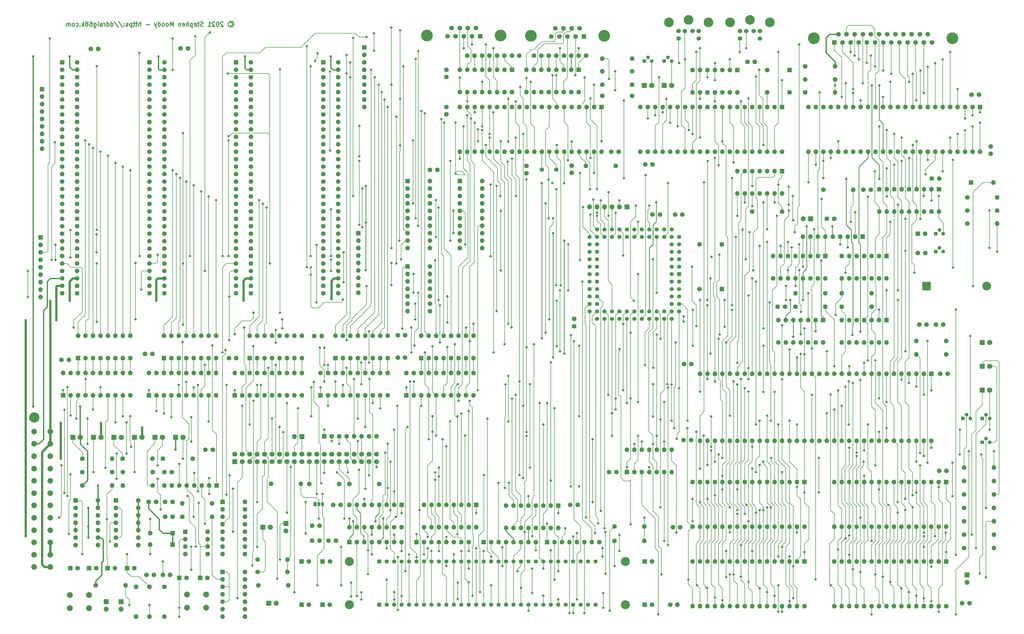
<source format=gbl>
G04 #@! TF.GenerationSoftware,KiCad,Pcbnew,(5.1.10)-1*
G04 #@! TF.CreationDate,2021-12-01T13:22:19+00:00*
G04 #@! TF.ProjectId,yddraig,79646472-6169-4672-9e6b-696361645f70,rev?*
G04 #@! TF.SameCoordinates,Original*
G04 #@! TF.FileFunction,Copper,L4,Bot*
G04 #@! TF.FilePolarity,Positive*
%FSLAX46Y46*%
G04 Gerber Fmt 4.6, Leading zero omitted, Abs format (unit mm)*
G04 Created by KiCad (PCBNEW (5.1.10)-1) date 2021-12-01 13:22:19*
%MOMM*%
%LPD*%
G01*
G04 APERTURE LIST*
G04 #@! TA.AperFunction,NonConductor*
%ADD10C,0.300000*%
G04 #@! TD*
G04 #@! TA.AperFunction,ComponentPad*
%ADD11C,1.600000*%
G04 #@! TD*
G04 #@! TA.AperFunction,ComponentPad*
%ADD12R,1.600000X1.600000*%
G04 #@! TD*
G04 #@! TA.AperFunction,ComponentPad*
%ADD13O,1.600000X1.600000*%
G04 #@! TD*
G04 #@! TA.AperFunction,ComponentPad*
%ADD14R,1.050000X1.500000*%
G04 #@! TD*
G04 #@! TA.AperFunction,ComponentPad*
%ADD15O,1.050000X1.500000*%
G04 #@! TD*
G04 #@! TA.AperFunction,ComponentPad*
%ADD16C,2.000000*%
G04 #@! TD*
G04 #@! TA.AperFunction,ComponentPad*
%ADD17C,3.048000*%
G04 #@! TD*
G04 #@! TA.AperFunction,ComponentPad*
%ADD18C,1.397000*%
G04 #@! TD*
G04 #@! TA.AperFunction,ComponentPad*
%ADD19R,1.397000X1.397000*%
G04 #@! TD*
G04 #@! TA.AperFunction,ComponentPad*
%ADD20R,3.000000X3.000000*%
G04 #@! TD*
G04 #@! TA.AperFunction,ComponentPad*
%ADD21C,3.000000*%
G04 #@! TD*
G04 #@! TA.AperFunction,ComponentPad*
%ADD22C,1.422400*%
G04 #@! TD*
G04 #@! TA.AperFunction,ComponentPad*
%ADD23R,1.422400X1.422400*%
G04 #@! TD*
G04 #@! TA.AperFunction,ComponentPad*
%ADD24C,1.550000*%
G04 #@! TD*
G04 #@! TA.AperFunction,ComponentPad*
%ADD25C,1.500000*%
G04 #@! TD*
G04 #@! TA.AperFunction,ComponentPad*
%ADD26R,1.300000X1.300000*%
G04 #@! TD*
G04 #@! TA.AperFunction,ComponentPad*
%ADD27C,1.300000*%
G04 #@! TD*
G04 #@! TA.AperFunction,ComponentPad*
%ADD28C,1.700000*%
G04 #@! TD*
G04 #@! TA.AperFunction,ComponentPad*
%ADD29O,1.700000X1.700000*%
G04 #@! TD*
G04 #@! TA.AperFunction,ComponentPad*
%ADD30R,1.700000X1.700000*%
G04 #@! TD*
G04 #@! TA.AperFunction,ComponentPad*
%ADD31C,4.000000*%
G04 #@! TD*
G04 #@! TA.AperFunction,ComponentPad*
%ADD32C,3.300000*%
G04 #@! TD*
G04 #@! TA.AperFunction,ComponentPad*
%ADD33C,1.524000*%
G04 #@! TD*
G04 #@! TA.AperFunction,ComponentPad*
%ADD34C,3.505200*%
G04 #@! TD*
G04 #@! TA.AperFunction,ComponentPad*
%ADD35C,1.905000*%
G04 #@! TD*
G04 #@! TA.AperFunction,ComponentPad*
%ADD36C,1.800000*%
G04 #@! TD*
G04 #@! TA.AperFunction,ComponentPad*
%ADD37R,1.800000X1.800000*%
G04 #@! TD*
G04 #@! TA.AperFunction,ViaPad*
%ADD38C,0.800000*%
G04 #@! TD*
G04 #@! TA.AperFunction,Conductor*
%ADD39C,0.203200*%
G04 #@! TD*
G04 #@! TA.AperFunction,Conductor*
%ADD40C,0.400000*%
G04 #@! TD*
G04 #@! TA.AperFunction,Conductor*
%ADD41C,0.800000*%
G04 #@! TD*
G04 #@! TA.AperFunction,Conductor*
%ADD42C,0.250000*%
G04 #@! TD*
G04 APERTURE END LIST*
D10*
X132695714Y-48557714D02*
X132838571Y-48486285D01*
X133124285Y-48486285D01*
X133267142Y-48557714D01*
X133410000Y-48700571D01*
X133481428Y-48843428D01*
X133481428Y-49129142D01*
X133410000Y-49272000D01*
X133267142Y-49414857D01*
X133124285Y-49486285D01*
X132838571Y-49486285D01*
X132695714Y-49414857D01*
X132981428Y-47986285D02*
X133338571Y-48057714D01*
X133695714Y-48272000D01*
X133910000Y-48629142D01*
X133981428Y-48986285D01*
X133910000Y-49343428D01*
X133695714Y-49700571D01*
X133338571Y-49914857D01*
X132981428Y-49986285D01*
X132624285Y-49914857D01*
X132267142Y-49700571D01*
X132052857Y-49343428D01*
X131981428Y-48986285D01*
X132052857Y-48629142D01*
X132267142Y-48272000D01*
X132624285Y-48057714D01*
X132981428Y-47986285D01*
X130267142Y-48343428D02*
X130195714Y-48272000D01*
X130052857Y-48200571D01*
X129695714Y-48200571D01*
X129552857Y-48272000D01*
X129481428Y-48343428D01*
X129410000Y-48486285D01*
X129410000Y-48629142D01*
X129481428Y-48843428D01*
X130338571Y-49700571D01*
X129410000Y-49700571D01*
X128481428Y-48200571D02*
X128338571Y-48200571D01*
X128195714Y-48272000D01*
X128124285Y-48343428D01*
X128052857Y-48486285D01*
X127981428Y-48772000D01*
X127981428Y-49129142D01*
X128052857Y-49414857D01*
X128124285Y-49557714D01*
X128195714Y-49629142D01*
X128338571Y-49700571D01*
X128481428Y-49700571D01*
X128624285Y-49629142D01*
X128695714Y-49557714D01*
X128767142Y-49414857D01*
X128838571Y-49129142D01*
X128838571Y-48772000D01*
X128767142Y-48486285D01*
X128695714Y-48343428D01*
X128624285Y-48272000D01*
X128481428Y-48200571D01*
X127410000Y-48343428D02*
X127338571Y-48272000D01*
X127195714Y-48200571D01*
X126838571Y-48200571D01*
X126695714Y-48272000D01*
X126624285Y-48343428D01*
X126552857Y-48486285D01*
X126552857Y-48629142D01*
X126624285Y-48843428D01*
X127481428Y-49700571D01*
X126552857Y-49700571D01*
X125124285Y-49700571D02*
X125981428Y-49700571D01*
X125552857Y-49700571D02*
X125552857Y-48200571D01*
X125695714Y-48414857D01*
X125838571Y-48557714D01*
X125981428Y-48629142D01*
X123410000Y-49629142D02*
X123195714Y-49700571D01*
X122838571Y-49700571D01*
X122695714Y-49629142D01*
X122624285Y-49557714D01*
X122552857Y-49414857D01*
X122552857Y-49272000D01*
X122624285Y-49129142D01*
X122695714Y-49057714D01*
X122838571Y-48986285D01*
X123124285Y-48914857D01*
X123267142Y-48843428D01*
X123338571Y-48772000D01*
X123410000Y-48629142D01*
X123410000Y-48486285D01*
X123338571Y-48343428D01*
X123267142Y-48272000D01*
X123124285Y-48200571D01*
X122767142Y-48200571D01*
X122552857Y-48272000D01*
X122124285Y-48700571D02*
X121552857Y-48700571D01*
X121910000Y-48200571D02*
X121910000Y-49486285D01*
X121838571Y-49629142D01*
X121695714Y-49700571D01*
X121552857Y-49700571D01*
X120481428Y-49629142D02*
X120624285Y-49700571D01*
X120910000Y-49700571D01*
X121052857Y-49629142D01*
X121124285Y-49486285D01*
X121124285Y-48914857D01*
X121052857Y-48772000D01*
X120910000Y-48700571D01*
X120624285Y-48700571D01*
X120481428Y-48772000D01*
X120410000Y-48914857D01*
X120410000Y-49057714D01*
X121124285Y-49200571D01*
X119767142Y-48700571D02*
X119767142Y-50200571D01*
X119767142Y-48772000D02*
X119624285Y-48700571D01*
X119338571Y-48700571D01*
X119195714Y-48772000D01*
X119124285Y-48843428D01*
X119052857Y-48986285D01*
X119052857Y-49414857D01*
X119124285Y-49557714D01*
X119195714Y-49629142D01*
X119338571Y-49700571D01*
X119624285Y-49700571D01*
X119767142Y-49629142D01*
X118410000Y-49700571D02*
X118410000Y-48200571D01*
X117767142Y-49700571D02*
X117767142Y-48914857D01*
X117838571Y-48772000D01*
X117981428Y-48700571D01*
X118195714Y-48700571D01*
X118338571Y-48772000D01*
X118410000Y-48843428D01*
X116481428Y-49629142D02*
X116624285Y-49700571D01*
X116910000Y-49700571D01*
X117052857Y-49629142D01*
X117124285Y-49486285D01*
X117124285Y-48914857D01*
X117052857Y-48772000D01*
X116910000Y-48700571D01*
X116624285Y-48700571D01*
X116481428Y-48772000D01*
X116410000Y-48914857D01*
X116410000Y-49057714D01*
X117124285Y-49200571D01*
X115767142Y-48700571D02*
X115767142Y-49700571D01*
X115767142Y-48843428D02*
X115695714Y-48772000D01*
X115552857Y-48700571D01*
X115338571Y-48700571D01*
X115195714Y-48772000D01*
X115124285Y-48914857D01*
X115124285Y-49700571D01*
X113267142Y-49700571D02*
X113267142Y-48200571D01*
X112767142Y-49272000D01*
X112267142Y-48200571D01*
X112267142Y-49700571D01*
X111338571Y-49700571D02*
X111481428Y-49629142D01*
X111552857Y-49557714D01*
X111624285Y-49414857D01*
X111624285Y-48986285D01*
X111552857Y-48843428D01*
X111481428Y-48772000D01*
X111338571Y-48700571D01*
X111124285Y-48700571D01*
X110981428Y-48772000D01*
X110910000Y-48843428D01*
X110838571Y-48986285D01*
X110838571Y-49414857D01*
X110910000Y-49557714D01*
X110981428Y-49629142D01*
X111124285Y-49700571D01*
X111338571Y-49700571D01*
X109981428Y-49700571D02*
X110124285Y-49629142D01*
X110195714Y-49557714D01*
X110267142Y-49414857D01*
X110267142Y-48986285D01*
X110195714Y-48843428D01*
X110124285Y-48772000D01*
X109981428Y-48700571D01*
X109767142Y-48700571D01*
X109624285Y-48772000D01*
X109552857Y-48843428D01*
X109481428Y-48986285D01*
X109481428Y-49414857D01*
X109552857Y-49557714D01*
X109624285Y-49629142D01*
X109767142Y-49700571D01*
X109981428Y-49700571D01*
X108195714Y-49700571D02*
X108195714Y-48200571D01*
X108195714Y-49629142D02*
X108338571Y-49700571D01*
X108624285Y-49700571D01*
X108767142Y-49629142D01*
X108838571Y-49557714D01*
X108910000Y-49414857D01*
X108910000Y-48986285D01*
X108838571Y-48843428D01*
X108767142Y-48772000D01*
X108624285Y-48700571D01*
X108338571Y-48700571D01*
X108195714Y-48772000D01*
X107624285Y-48700571D02*
X107267142Y-49700571D01*
X106910000Y-48700571D02*
X107267142Y-49700571D01*
X107410000Y-50057714D01*
X107481428Y-50129142D01*
X107624285Y-50200571D01*
X105195714Y-49129142D02*
X104052857Y-49129142D01*
X102195714Y-49700571D02*
X102195714Y-48200571D01*
X101552857Y-49700571D02*
X101552857Y-48914857D01*
X101624285Y-48772000D01*
X101767142Y-48700571D01*
X101981428Y-48700571D01*
X102124285Y-48772000D01*
X102195714Y-48843428D01*
X101052857Y-48700571D02*
X100481428Y-48700571D01*
X100838571Y-48200571D02*
X100838571Y-49486285D01*
X100767142Y-49629142D01*
X100624285Y-49700571D01*
X100481428Y-49700571D01*
X100195714Y-48700571D02*
X99624285Y-48700571D01*
X99981428Y-48200571D02*
X99981428Y-49486285D01*
X99910000Y-49629142D01*
X99767142Y-49700571D01*
X99624285Y-49700571D01*
X99124285Y-48700571D02*
X99124285Y-50200571D01*
X99124285Y-48772000D02*
X98981428Y-48700571D01*
X98695714Y-48700571D01*
X98552857Y-48772000D01*
X98481428Y-48843428D01*
X98410000Y-48986285D01*
X98410000Y-49414857D01*
X98481428Y-49557714D01*
X98552857Y-49629142D01*
X98695714Y-49700571D01*
X98981428Y-49700571D01*
X99124285Y-49629142D01*
X97838571Y-49629142D02*
X97695714Y-49700571D01*
X97410000Y-49700571D01*
X97267142Y-49629142D01*
X97195714Y-49486285D01*
X97195714Y-49414857D01*
X97267142Y-49272000D01*
X97410000Y-49200571D01*
X97624285Y-49200571D01*
X97767142Y-49129142D01*
X97838571Y-48986285D01*
X97838571Y-48914857D01*
X97767142Y-48772000D01*
X97624285Y-48700571D01*
X97410000Y-48700571D01*
X97267142Y-48772000D01*
X96552857Y-49557714D02*
X96481428Y-49629142D01*
X96552857Y-49700571D01*
X96624285Y-49629142D01*
X96552857Y-49557714D01*
X96552857Y-49700571D01*
X96552857Y-48772000D02*
X96481428Y-48843428D01*
X96552857Y-48914857D01*
X96624285Y-48843428D01*
X96552857Y-48772000D01*
X96552857Y-48914857D01*
X94767142Y-48129142D02*
X96052857Y-50057714D01*
X93195714Y-48129142D02*
X94481428Y-50057714D01*
X92052857Y-49700571D02*
X92052857Y-48200571D01*
X92052857Y-49629142D02*
X92195714Y-49700571D01*
X92481428Y-49700571D01*
X92624285Y-49629142D01*
X92695714Y-49557714D01*
X92767142Y-49414857D01*
X92767142Y-48986285D01*
X92695714Y-48843428D01*
X92624285Y-48772000D01*
X92481428Y-48700571D01*
X92195714Y-48700571D01*
X92052857Y-48772000D01*
X90695714Y-49700571D02*
X90695714Y-48200571D01*
X90695714Y-49629142D02*
X90838571Y-49700571D01*
X91124285Y-49700571D01*
X91267142Y-49629142D01*
X91338571Y-49557714D01*
X91410000Y-49414857D01*
X91410000Y-48986285D01*
X91338571Y-48843428D01*
X91267142Y-48772000D01*
X91124285Y-48700571D01*
X90838571Y-48700571D01*
X90695714Y-48772000D01*
X89981428Y-49700571D02*
X89981428Y-48700571D01*
X89981428Y-48986285D02*
X89910000Y-48843428D01*
X89838571Y-48772000D01*
X89695714Y-48700571D01*
X89552857Y-48700571D01*
X88410000Y-49700571D02*
X88410000Y-48914857D01*
X88481428Y-48772000D01*
X88624285Y-48700571D01*
X88910000Y-48700571D01*
X89052857Y-48772000D01*
X88410000Y-49629142D02*
X88552857Y-49700571D01*
X88910000Y-49700571D01*
X89052857Y-49629142D01*
X89124285Y-49486285D01*
X89124285Y-49343428D01*
X89052857Y-49200571D01*
X88910000Y-49129142D01*
X88552857Y-49129142D01*
X88410000Y-49057714D01*
X87695714Y-49700571D02*
X87695714Y-48700571D01*
X87695714Y-48200571D02*
X87767142Y-48272000D01*
X87695714Y-48343428D01*
X87624285Y-48272000D01*
X87695714Y-48200571D01*
X87695714Y-48343428D01*
X86338571Y-48700571D02*
X86338571Y-49914857D01*
X86410000Y-50057714D01*
X86481428Y-50129142D01*
X86624285Y-50200571D01*
X86838571Y-50200571D01*
X86981428Y-50129142D01*
X86338571Y-49629142D02*
X86481428Y-49700571D01*
X86767142Y-49700571D01*
X86910000Y-49629142D01*
X86981428Y-49557714D01*
X87052857Y-49414857D01*
X87052857Y-48986285D01*
X86981428Y-48843428D01*
X86910000Y-48772000D01*
X86767142Y-48700571D01*
X86481428Y-48700571D01*
X86338571Y-48772000D01*
X84981428Y-48200571D02*
X85267142Y-48200571D01*
X85410000Y-48272000D01*
X85481428Y-48343428D01*
X85624285Y-48557714D01*
X85695714Y-48843428D01*
X85695714Y-49414857D01*
X85624285Y-49557714D01*
X85552857Y-49629142D01*
X85410000Y-49700571D01*
X85124285Y-49700571D01*
X84981428Y-49629142D01*
X84910000Y-49557714D01*
X84838571Y-49414857D01*
X84838571Y-49057714D01*
X84910000Y-48914857D01*
X84981428Y-48843428D01*
X85124285Y-48772000D01*
X85410000Y-48772000D01*
X85552857Y-48843428D01*
X85624285Y-48914857D01*
X85695714Y-49057714D01*
X83981428Y-48843428D02*
X84124285Y-48772000D01*
X84195714Y-48700571D01*
X84267142Y-48557714D01*
X84267142Y-48486285D01*
X84195714Y-48343428D01*
X84124285Y-48272000D01*
X83981428Y-48200571D01*
X83695714Y-48200571D01*
X83552857Y-48272000D01*
X83481428Y-48343428D01*
X83410000Y-48486285D01*
X83410000Y-48557714D01*
X83481428Y-48700571D01*
X83552857Y-48772000D01*
X83695714Y-48843428D01*
X83981428Y-48843428D01*
X84124285Y-48914857D01*
X84195714Y-48986285D01*
X84267142Y-49129142D01*
X84267142Y-49414857D01*
X84195714Y-49557714D01*
X84124285Y-49629142D01*
X83981428Y-49700571D01*
X83695714Y-49700571D01*
X83552857Y-49629142D01*
X83481428Y-49557714D01*
X83410000Y-49414857D01*
X83410000Y-49129142D01*
X83481428Y-48986285D01*
X83552857Y-48914857D01*
X83695714Y-48843428D01*
X82767142Y-49700571D02*
X82767142Y-48200571D01*
X82624285Y-49129142D02*
X82195714Y-49700571D01*
X82195714Y-48700571D02*
X82767142Y-49272000D01*
X81552857Y-49557714D02*
X81481428Y-49629142D01*
X81552857Y-49700571D01*
X81624285Y-49629142D01*
X81552857Y-49557714D01*
X81552857Y-49700571D01*
X80195714Y-49629142D02*
X80338571Y-49700571D01*
X80624285Y-49700571D01*
X80767142Y-49629142D01*
X80838571Y-49557714D01*
X80910000Y-49414857D01*
X80910000Y-48986285D01*
X80838571Y-48843428D01*
X80767142Y-48772000D01*
X80624285Y-48700571D01*
X80338571Y-48700571D01*
X80195714Y-48772000D01*
X79338571Y-49700571D02*
X79481428Y-49629142D01*
X79552857Y-49557714D01*
X79624285Y-49414857D01*
X79624285Y-48986285D01*
X79552857Y-48843428D01*
X79481428Y-48772000D01*
X79338571Y-48700571D01*
X79124285Y-48700571D01*
X78981428Y-48772000D01*
X78910000Y-48843428D01*
X78838571Y-48986285D01*
X78838571Y-49414857D01*
X78910000Y-49557714D01*
X78981428Y-49629142D01*
X79124285Y-49700571D01*
X79338571Y-49700571D01*
X78195714Y-49700571D02*
X78195714Y-48700571D01*
X78195714Y-48843428D02*
X78124285Y-48772000D01*
X77981428Y-48700571D01*
X77767142Y-48700571D01*
X77624285Y-48772000D01*
X77552857Y-48914857D01*
X77552857Y-49700571D01*
X77552857Y-48914857D02*
X77481428Y-48772000D01*
X77338571Y-48700571D01*
X77124285Y-48700571D01*
X76981428Y-48772000D01*
X76910000Y-48914857D01*
X76910000Y-49700571D01*
D11*
X80732000Y-234442000D03*
D12*
X78232000Y-234442000D03*
D11*
X112228000Y-236728000D03*
X109728000Y-236728000D03*
D13*
X101346000Y-211328000D03*
X93726000Y-226568000D03*
X101346000Y-213868000D03*
X93726000Y-224028000D03*
X101346000Y-216408000D03*
X93726000Y-221488000D03*
X101346000Y-218948000D03*
X93726000Y-218948000D03*
X101346000Y-221488000D03*
X93726000Y-216408000D03*
X101346000Y-224028000D03*
X93726000Y-213868000D03*
X101346000Y-226568000D03*
D12*
X93726000Y-211328000D03*
D13*
X87630000Y-211328000D03*
X80010000Y-226568000D03*
X87630000Y-213868000D03*
X80010000Y-224028000D03*
X87630000Y-216408000D03*
X80010000Y-221488000D03*
X87630000Y-218948000D03*
X80010000Y-218948000D03*
X87630000Y-221488000D03*
X80010000Y-216408000D03*
X87630000Y-224028000D03*
X80010000Y-213868000D03*
X87630000Y-226568000D03*
D12*
X80010000Y-211328000D03*
D13*
X156760000Y-205700000D03*
D11*
X146600000Y-205700000D03*
D14*
X161560000Y-212600000D03*
D15*
X164100000Y-212600000D03*
X162830000Y-212600000D03*
D16*
X124460000Y-243404000D03*
X124460000Y-247904000D03*
X117960000Y-243404000D03*
X117960000Y-247904000D03*
X84582000Y-243586000D03*
X84582000Y-248086000D03*
X78082000Y-243586000D03*
X78082000Y-248086000D03*
D13*
X387985000Y-92456000D03*
X329565000Y-77216000D03*
X385445000Y-92456000D03*
X332105000Y-77216000D03*
X382905000Y-92456000D03*
X334645000Y-77216000D03*
X380365000Y-92456000D03*
X337185000Y-77216000D03*
X377825000Y-92456000D03*
X339725000Y-77216000D03*
X375285000Y-92456000D03*
X342265000Y-77216000D03*
X372745000Y-92456000D03*
X344805000Y-77216000D03*
X370205000Y-92456000D03*
X347345000Y-77216000D03*
X367665000Y-92456000D03*
X349885000Y-77216000D03*
X365125000Y-92456000D03*
X352425000Y-77216000D03*
X362585000Y-92456000D03*
X354965000Y-77216000D03*
X360045000Y-92456000D03*
X357505000Y-77216000D03*
X357505000Y-92456000D03*
X360045000Y-77216000D03*
X354965000Y-92456000D03*
X362585000Y-77216000D03*
X352425000Y-92456000D03*
X365125000Y-77216000D03*
X349885000Y-92456000D03*
X367665000Y-77216000D03*
X347345000Y-92456000D03*
X370205000Y-77216000D03*
X344805000Y-92456000D03*
X372745000Y-77216000D03*
X342265000Y-92456000D03*
X375285000Y-77216000D03*
X339725000Y-92456000D03*
X377825000Y-77216000D03*
X337185000Y-92456000D03*
X380365000Y-77216000D03*
X334645000Y-92456000D03*
X382905000Y-77216000D03*
X332105000Y-92456000D03*
X385445000Y-77216000D03*
X329565000Y-92456000D03*
D12*
X387985000Y-77216000D03*
D17*
X173228000Y-232156000D03*
X267208000Y-232156000D03*
D18*
X257048000Y-232156000D03*
X254508000Y-232156000D03*
X251968000Y-232156000D03*
X249428000Y-232156000D03*
X246888000Y-232156000D03*
X244348000Y-232156000D03*
X241808000Y-232156000D03*
X239268000Y-232156000D03*
X236728000Y-232156000D03*
X234188000Y-232156000D03*
X231648000Y-232156000D03*
X229108000Y-232156000D03*
X226568000Y-232156000D03*
X224028000Y-232156000D03*
X221488000Y-232156000D03*
X218948000Y-232156000D03*
X216408000Y-232156000D03*
X213868000Y-232156000D03*
X211328000Y-232156000D03*
X208788000Y-232156000D03*
X206248000Y-232156000D03*
X203708000Y-232156000D03*
X201168000Y-232156000D03*
X198628000Y-232156000D03*
X196088000Y-232156000D03*
X193548000Y-232156000D03*
X191008000Y-232156000D03*
X188468000Y-232156000D03*
X185928000Y-232156000D03*
D19*
X183388000Y-232156000D03*
D11*
X375434000Y-151384000D03*
X372934000Y-151384000D03*
X369784000Y-151384000D03*
X367284000Y-151384000D03*
D13*
X183388000Y-205740000D03*
D11*
X173228000Y-205740000D03*
D13*
X191008000Y-225552000D03*
X188468000Y-225552000D03*
X185928000Y-225552000D03*
X183388000Y-225552000D03*
X180848000Y-225552000D03*
X178308000Y-225552000D03*
X175768000Y-225552000D03*
D12*
X173228000Y-225552000D03*
D13*
X258318000Y-225552000D03*
X255778000Y-225552000D03*
X253238000Y-225552000D03*
X250698000Y-225552000D03*
X248158000Y-225552000D03*
X245618000Y-225552000D03*
X243078000Y-225552000D03*
D12*
X240538000Y-225552000D03*
D13*
X213868000Y-225552000D03*
X211328000Y-225552000D03*
X208788000Y-225552000D03*
X206248000Y-225552000D03*
X203708000Y-225552000D03*
X201168000Y-225552000D03*
X198628000Y-225552000D03*
D12*
X196088000Y-225552000D03*
D13*
X236728000Y-225552000D03*
X234188000Y-225552000D03*
X231648000Y-225552000D03*
X229108000Y-225552000D03*
X226568000Y-225552000D03*
X224028000Y-225552000D03*
X221488000Y-225552000D03*
D12*
X218948000Y-225552000D03*
D13*
X110236000Y-206248000D03*
X112776000Y-206248000D03*
X115316000Y-206248000D03*
X117856000Y-206248000D03*
X120396000Y-206248000D03*
X122936000Y-206248000D03*
X125476000Y-206248000D03*
D12*
X128016000Y-206248000D03*
D13*
X182499000Y-189484000D03*
X179959000Y-189484000D03*
X177419000Y-189484000D03*
X174879000Y-189484000D03*
X172339000Y-189484000D03*
X169799000Y-189484000D03*
X167259000Y-189484000D03*
D12*
X164719000Y-189484000D03*
D11*
X246293000Y-59690000D03*
X248793000Y-59690000D03*
D13*
X356108000Y-157480000D03*
X340868000Y-149860000D03*
X353568000Y-157480000D03*
X343408000Y-149860000D03*
X351028000Y-157480000D03*
X345948000Y-149860000D03*
X348488000Y-157480000D03*
X348488000Y-149860000D03*
X345948000Y-157480000D03*
X351028000Y-149860000D03*
X343408000Y-157480000D03*
X353568000Y-149860000D03*
X340868000Y-157480000D03*
D12*
X356108000Y-149860000D03*
D13*
X334518000Y-157480000D03*
X319278000Y-149860000D03*
X331978000Y-157480000D03*
X321818000Y-149860000D03*
X329438000Y-157480000D03*
X324358000Y-149860000D03*
X326898000Y-157480000D03*
X326898000Y-149860000D03*
X324358000Y-157480000D03*
X329438000Y-149860000D03*
X321818000Y-157480000D03*
X331978000Y-149860000D03*
X319278000Y-157480000D03*
D12*
X334518000Y-149860000D03*
D13*
X320548000Y-106680000D03*
X305308000Y-99060000D03*
X318008000Y-106680000D03*
X307848000Y-99060000D03*
X315468000Y-106680000D03*
X310388000Y-99060000D03*
X312928000Y-106680000D03*
X312928000Y-99060000D03*
X310388000Y-106680000D03*
X315468000Y-99060000D03*
X307848000Y-106680000D03*
X318008000Y-99060000D03*
X305308000Y-106680000D03*
D12*
X320548000Y-99060000D03*
D13*
X169799000Y-205740000D03*
D11*
X159639000Y-205740000D03*
D20*
X369781000Y-138303000D03*
D21*
X390271000Y-138303000D03*
D13*
X273685000Y-225171000D03*
D11*
X263525000Y-225171000D03*
D22*
X280416000Y-149479000D03*
X277876000Y-149479000D03*
X275336000Y-149479000D03*
X272796000Y-149479000D03*
X270256000Y-149479000D03*
X267716000Y-149479000D03*
X265176000Y-149479000D03*
X262636000Y-149479000D03*
X260096000Y-149479000D03*
X257556000Y-149479000D03*
X280416000Y-146939000D03*
X277876000Y-146939000D03*
X275336000Y-146939000D03*
X272796000Y-146939000D03*
X270256000Y-146939000D03*
X267716000Y-146939000D03*
X265176000Y-146939000D03*
X262636000Y-146939000D03*
X260096000Y-146939000D03*
X257556000Y-146939000D03*
X255016000Y-146939000D03*
X255016000Y-144399000D03*
X255016000Y-141859000D03*
X255016000Y-139319000D03*
X255016000Y-136779000D03*
X255016000Y-134239000D03*
X255016000Y-131699000D03*
X255016000Y-129159000D03*
X255016000Y-126619000D03*
X255016000Y-124079000D03*
X255016000Y-121539000D03*
X257556000Y-144399000D03*
X257556000Y-141859000D03*
X257556000Y-139319000D03*
X257556000Y-136779000D03*
X257556000Y-134239000D03*
X257556000Y-131699000D03*
X257556000Y-129159000D03*
X257556000Y-126619000D03*
X257556000Y-124079000D03*
X257556000Y-121539000D03*
X257556000Y-118999000D03*
X260096000Y-118999000D03*
X262636000Y-118999000D03*
X265176000Y-118999000D03*
X267716000Y-118999000D03*
X270256000Y-118999000D03*
X272796000Y-118999000D03*
X275336000Y-118999000D03*
X277876000Y-118999000D03*
X280416000Y-118999000D03*
X282956000Y-118999000D03*
X260096000Y-121539000D03*
X262636000Y-121539000D03*
X265176000Y-121539000D03*
X267716000Y-121539000D03*
X270256000Y-121539000D03*
X272796000Y-121539000D03*
X275336000Y-121539000D03*
X277876000Y-121539000D03*
X280416000Y-121539000D03*
X282956000Y-121539000D03*
X285496000Y-146939000D03*
X285496000Y-144399000D03*
X285496000Y-141859000D03*
X285496000Y-139319000D03*
X285496000Y-136779000D03*
X285496000Y-121539000D03*
X285496000Y-124079000D03*
X285496000Y-126619000D03*
X285496000Y-129159000D03*
X285496000Y-131699000D03*
D23*
X285496000Y-134239000D03*
D22*
X282956000Y-149479000D03*
X282956000Y-146939000D03*
X282956000Y-144399000D03*
X282956000Y-141859000D03*
X282956000Y-139319000D03*
X282956000Y-136779000D03*
X282956000Y-124079000D03*
X282956000Y-126619000D03*
X282956000Y-129159000D03*
X282956000Y-131699000D03*
X282956000Y-134239000D03*
D13*
X320548000Y-92456000D03*
X272288000Y-77216000D03*
X318008000Y-92456000D03*
X274828000Y-77216000D03*
X315468000Y-92456000D03*
X277368000Y-77216000D03*
X312928000Y-92456000D03*
X279908000Y-77216000D03*
X310388000Y-92456000D03*
X282448000Y-77216000D03*
X307848000Y-92456000D03*
X284988000Y-77216000D03*
X305308000Y-92456000D03*
X287528000Y-77216000D03*
X302768000Y-92456000D03*
X290068000Y-77216000D03*
X300228000Y-92456000D03*
X292608000Y-77216000D03*
X297688000Y-92456000D03*
X295148000Y-77216000D03*
X295148000Y-92456000D03*
X297688000Y-77216000D03*
X292608000Y-92456000D03*
X300228000Y-77216000D03*
X290068000Y-92456000D03*
X302768000Y-77216000D03*
X287528000Y-92456000D03*
X305308000Y-77216000D03*
X284988000Y-92456000D03*
X307848000Y-77216000D03*
X282448000Y-92456000D03*
X310388000Y-77216000D03*
X279908000Y-92456000D03*
X312928000Y-77216000D03*
X277368000Y-92456000D03*
X315468000Y-77216000D03*
X274828000Y-92456000D03*
X318008000Y-77216000D03*
X272288000Y-92456000D03*
D12*
X320548000Y-77216000D03*
D24*
X169418000Y-140716000D03*
X169418000Y-138176000D03*
X169418000Y-135636000D03*
X169418000Y-133096000D03*
X169418000Y-130556000D03*
X169418000Y-128016000D03*
X169418000Y-125476000D03*
X169418000Y-122936000D03*
X169418000Y-120396000D03*
X169418000Y-117856000D03*
X169418000Y-115316000D03*
X169418000Y-112776000D03*
X169418000Y-110236000D03*
X169418000Y-107696000D03*
X169418000Y-105156000D03*
X169418000Y-102616000D03*
X169418000Y-100076000D03*
X169418000Y-97536000D03*
X169418000Y-94996000D03*
X169418000Y-92456000D03*
X169418000Y-89916000D03*
X169418000Y-87376000D03*
X169418000Y-84836000D03*
X169418000Y-82296000D03*
X169418000Y-79756000D03*
X169418000Y-77216000D03*
X169418000Y-74676000D03*
X169418000Y-72136000D03*
X169418000Y-69596000D03*
X169418000Y-67056000D03*
X169418000Y-64516000D03*
X169418000Y-61976000D03*
X164338000Y-140716000D03*
X164338000Y-138176000D03*
X164338000Y-135636000D03*
X164338000Y-133096000D03*
X164338000Y-130556000D03*
X164338000Y-128016000D03*
X164338000Y-125476000D03*
X164338000Y-122936000D03*
X164338000Y-120396000D03*
X164338000Y-117856000D03*
X164338000Y-115316000D03*
X164338000Y-112776000D03*
X164338000Y-110236000D03*
X164338000Y-107696000D03*
X164338000Y-105156000D03*
X164338000Y-102616000D03*
X164338000Y-100076000D03*
X164338000Y-97536000D03*
X164338000Y-94996000D03*
X164338000Y-92456000D03*
X164338000Y-89916000D03*
X164338000Y-87376000D03*
X164338000Y-84836000D03*
X164338000Y-82296000D03*
X164338000Y-79756000D03*
X164338000Y-77216000D03*
X164338000Y-74676000D03*
X164338000Y-72136000D03*
X164338000Y-69596000D03*
X164338000Y-67056000D03*
X164338000Y-64516000D03*
G04 #@! TA.AperFunction,ComponentPad*
G36*
G01*
X163563000Y-62501002D02*
X163563000Y-61450998D01*
G75*
G02*
X163812998Y-61201000I249998J0D01*
G01*
X164863002Y-61201000D01*
G75*
G02*
X165113000Y-61450998I0J-249998D01*
G01*
X165113000Y-62501002D01*
G75*
G02*
X164863002Y-62751000I-249998J0D01*
G01*
X163812998Y-62751000D01*
G75*
G02*
X163563000Y-62501002I0J249998D01*
G01*
G37*
G04 #@! TD.AperFunction*
D13*
X328168000Y-247396000D03*
X290068000Y-232156000D03*
X325628000Y-247396000D03*
X292608000Y-232156000D03*
X323088000Y-247396000D03*
X295148000Y-232156000D03*
X320548000Y-247396000D03*
X297688000Y-232156000D03*
X318008000Y-247396000D03*
X300228000Y-232156000D03*
X315468000Y-247396000D03*
X302768000Y-232156000D03*
X312928000Y-247396000D03*
X305308000Y-232156000D03*
X310388000Y-247396000D03*
X307848000Y-232156000D03*
X307848000Y-247396000D03*
X310388000Y-232156000D03*
X305308000Y-247396000D03*
X312928000Y-232156000D03*
X302768000Y-247396000D03*
X315468000Y-232156000D03*
X300228000Y-247396000D03*
X318008000Y-232156000D03*
X297688000Y-247396000D03*
X320548000Y-232156000D03*
X295148000Y-247396000D03*
X323088000Y-232156000D03*
X292608000Y-247396000D03*
X325628000Y-232156000D03*
X290068000Y-247396000D03*
D12*
X328168000Y-232156000D03*
G04 #@! TA.AperFunction,ComponentPad*
G36*
G01*
X133845000Y-62501002D02*
X133845000Y-61450998D01*
G75*
G02*
X134094998Y-61201000I249998J0D01*
G01*
X135145002Y-61201000D01*
G75*
G02*
X135395000Y-61450998I0J-249998D01*
G01*
X135395000Y-62501002D01*
G75*
G02*
X135145002Y-62751000I-249998J0D01*
G01*
X134094998Y-62751000D01*
G75*
G02*
X133845000Y-62501002I0J249998D01*
G01*
G37*
G04 #@! TD.AperFunction*
D24*
X134620000Y-64516000D03*
X134620000Y-67056000D03*
X134620000Y-69596000D03*
X134620000Y-72136000D03*
X134620000Y-74676000D03*
X134620000Y-77216000D03*
X134620000Y-79756000D03*
X134620000Y-82296000D03*
X134620000Y-84836000D03*
X134620000Y-87376000D03*
X134620000Y-89916000D03*
X134620000Y-92456000D03*
X134620000Y-94996000D03*
X134620000Y-97536000D03*
X134620000Y-100076000D03*
X134620000Y-102616000D03*
X134620000Y-105156000D03*
X134620000Y-107696000D03*
X134620000Y-110236000D03*
X134620000Y-112776000D03*
X134620000Y-115316000D03*
X134620000Y-117856000D03*
X134620000Y-120396000D03*
X134620000Y-122936000D03*
X134620000Y-125476000D03*
X134620000Y-128016000D03*
X134620000Y-130556000D03*
X134620000Y-133096000D03*
X134620000Y-135636000D03*
X134620000Y-138176000D03*
X134620000Y-140716000D03*
X139700000Y-61976000D03*
X139700000Y-64516000D03*
X139700000Y-67056000D03*
X139700000Y-69596000D03*
X139700000Y-72136000D03*
X139700000Y-74676000D03*
X139700000Y-77216000D03*
X139700000Y-79756000D03*
X139700000Y-82296000D03*
X139700000Y-84836000D03*
X139700000Y-87376000D03*
X139700000Y-89916000D03*
X139700000Y-92456000D03*
X139700000Y-94996000D03*
X139700000Y-97536000D03*
X139700000Y-100076000D03*
X139700000Y-102616000D03*
X139700000Y-105156000D03*
X139700000Y-107696000D03*
X139700000Y-110236000D03*
X139700000Y-112776000D03*
X139700000Y-115316000D03*
X139700000Y-117856000D03*
X139700000Y-120396000D03*
X139700000Y-122936000D03*
X139700000Y-125476000D03*
X139700000Y-128016000D03*
X139700000Y-130556000D03*
X139700000Y-133096000D03*
X139700000Y-135636000D03*
X139700000Y-138176000D03*
X139700000Y-140716000D03*
X110236000Y-140716000D03*
X110236000Y-138176000D03*
X110236000Y-135636000D03*
X110236000Y-133096000D03*
X110236000Y-130556000D03*
X110236000Y-128016000D03*
X110236000Y-125476000D03*
X110236000Y-122936000D03*
X110236000Y-120396000D03*
X110236000Y-117856000D03*
X110236000Y-115316000D03*
X110236000Y-112776000D03*
X110236000Y-110236000D03*
X110236000Y-107696000D03*
X110236000Y-105156000D03*
X110236000Y-102616000D03*
X110236000Y-100076000D03*
X110236000Y-97536000D03*
X110236000Y-94996000D03*
X110236000Y-92456000D03*
X110236000Y-89916000D03*
X110236000Y-87376000D03*
X110236000Y-84836000D03*
X110236000Y-82296000D03*
X110236000Y-79756000D03*
X110236000Y-77216000D03*
X110236000Y-74676000D03*
X110236000Y-72136000D03*
X110236000Y-69596000D03*
X110236000Y-67056000D03*
X110236000Y-64516000D03*
X110236000Y-61976000D03*
X105156000Y-140716000D03*
X105156000Y-138176000D03*
X105156000Y-135636000D03*
X105156000Y-133096000D03*
X105156000Y-130556000D03*
X105156000Y-128016000D03*
X105156000Y-125476000D03*
X105156000Y-122936000D03*
X105156000Y-120396000D03*
X105156000Y-117856000D03*
X105156000Y-115316000D03*
X105156000Y-112776000D03*
X105156000Y-110236000D03*
X105156000Y-107696000D03*
X105156000Y-105156000D03*
X105156000Y-102616000D03*
X105156000Y-100076000D03*
X105156000Y-97536000D03*
X105156000Y-94996000D03*
X105156000Y-92456000D03*
X105156000Y-89916000D03*
X105156000Y-87376000D03*
X105156000Y-84836000D03*
X105156000Y-82296000D03*
X105156000Y-79756000D03*
X105156000Y-77216000D03*
X105156000Y-74676000D03*
X105156000Y-72136000D03*
X105156000Y-69596000D03*
X105156000Y-67056000D03*
X105156000Y-64516000D03*
G04 #@! TA.AperFunction,ComponentPad*
G36*
G01*
X104381000Y-62501002D02*
X104381000Y-61450998D01*
G75*
G02*
X104630998Y-61201000I249998J0D01*
G01*
X105681002Y-61201000D01*
G75*
G02*
X105931000Y-61450998I0J-249998D01*
G01*
X105931000Y-62501002D01*
G75*
G02*
X105681002Y-62751000I-249998J0D01*
G01*
X104630998Y-62751000D01*
G75*
G02*
X104381000Y-62501002I0J249998D01*
G01*
G37*
G04 #@! TD.AperFunction*
D13*
X376428000Y-220345000D03*
X338328000Y-205105000D03*
X373888000Y-220345000D03*
X340868000Y-205105000D03*
X371348000Y-220345000D03*
X343408000Y-205105000D03*
X368808000Y-220345000D03*
X345948000Y-205105000D03*
X366268000Y-220345000D03*
X348488000Y-205105000D03*
X363728000Y-220345000D03*
X351028000Y-205105000D03*
X361188000Y-220345000D03*
X353568000Y-205105000D03*
X358648000Y-220345000D03*
X356108000Y-205105000D03*
X356108000Y-220345000D03*
X358648000Y-205105000D03*
X353568000Y-220345000D03*
X361188000Y-205105000D03*
X351028000Y-220345000D03*
X363728000Y-205105000D03*
X348488000Y-220345000D03*
X366268000Y-205105000D03*
X345948000Y-220345000D03*
X368808000Y-205105000D03*
X343408000Y-220345000D03*
X371348000Y-205105000D03*
X340868000Y-220345000D03*
X373888000Y-205105000D03*
X338328000Y-220345000D03*
D12*
X376428000Y-205105000D03*
D13*
X200660000Y-131572000D03*
X193040000Y-146812000D03*
X200660000Y-134112000D03*
X193040000Y-144272000D03*
X200660000Y-136652000D03*
X193040000Y-141732000D03*
X200660000Y-139192000D03*
X193040000Y-139192000D03*
X200660000Y-141732000D03*
X193040000Y-136652000D03*
X200660000Y-144272000D03*
X193040000Y-134112000D03*
X200660000Y-146812000D03*
D12*
X193040000Y-131572000D03*
D25*
X238760000Y-98552000D03*
X243660000Y-98552000D03*
D11*
X315468000Y-64643000D03*
X315468000Y-72263000D03*
X323088000Y-72263000D03*
D12*
X323088000Y-64643000D03*
D11*
X300101000Y-124079000D03*
X292481000Y-124079000D03*
X292481000Y-139319000D03*
D12*
X300101000Y-139319000D03*
D13*
X200660000Y-102489000D03*
X193040000Y-125349000D03*
X200660000Y-105029000D03*
X193040000Y-122809000D03*
X200660000Y-107569000D03*
X193040000Y-120269000D03*
X200660000Y-110109000D03*
X193040000Y-117729000D03*
X200660000Y-112649000D03*
X193040000Y-115189000D03*
X200660000Y-115189000D03*
X193040000Y-112649000D03*
X200660000Y-117729000D03*
X193040000Y-110109000D03*
X200660000Y-120269000D03*
X193040000Y-107569000D03*
X200660000Y-122809000D03*
X193040000Y-105029000D03*
X200660000Y-125349000D03*
D12*
X193040000Y-102489000D03*
D13*
X192659000Y-167894000D03*
X215519000Y-175514000D03*
X195199000Y-167894000D03*
X212979000Y-175514000D03*
X197739000Y-167894000D03*
X210439000Y-175514000D03*
X200279000Y-167894000D03*
X207899000Y-175514000D03*
X202819000Y-167894000D03*
X205359000Y-175514000D03*
X205359000Y-167894000D03*
X202819000Y-175514000D03*
X207899000Y-167894000D03*
X200279000Y-175514000D03*
X210439000Y-167894000D03*
X197739000Y-175514000D03*
X212979000Y-167894000D03*
X195199000Y-175514000D03*
X215519000Y-167894000D03*
D12*
X192659000Y-175514000D03*
D13*
X163449000Y-167894000D03*
X186309000Y-175514000D03*
X165989000Y-167894000D03*
X183769000Y-175514000D03*
X168529000Y-167894000D03*
X181229000Y-175514000D03*
X171069000Y-167894000D03*
X178689000Y-175514000D03*
X173609000Y-167894000D03*
X176149000Y-175514000D03*
X176149000Y-167894000D03*
X173609000Y-175514000D03*
X178689000Y-167894000D03*
X171069000Y-175514000D03*
X181229000Y-167894000D03*
X168529000Y-175514000D03*
X183769000Y-167894000D03*
X165989000Y-175514000D03*
X186309000Y-167894000D03*
D12*
X163449000Y-175514000D03*
D13*
X218440000Y-102489000D03*
X210820000Y-125349000D03*
X218440000Y-105029000D03*
X210820000Y-122809000D03*
X218440000Y-107569000D03*
X210820000Y-120269000D03*
X218440000Y-110109000D03*
X210820000Y-117729000D03*
X218440000Y-112649000D03*
X210820000Y-115189000D03*
X218440000Y-115189000D03*
X210820000Y-112649000D03*
X218440000Y-117729000D03*
X210820000Y-110109000D03*
X218440000Y-120269000D03*
X210820000Y-107569000D03*
X218440000Y-122809000D03*
X210820000Y-105029000D03*
X218440000Y-125349000D03*
D12*
X210820000Y-102489000D03*
D13*
X134239000Y-167894000D03*
X157099000Y-175514000D03*
X136779000Y-167894000D03*
X154559000Y-175514000D03*
X139319000Y-167894000D03*
X152019000Y-175514000D03*
X141859000Y-167894000D03*
X149479000Y-175514000D03*
X144399000Y-167894000D03*
X146939000Y-175514000D03*
X146939000Y-167894000D03*
X144399000Y-175514000D03*
X149479000Y-167894000D03*
X141859000Y-175514000D03*
X152019000Y-167894000D03*
X139319000Y-175514000D03*
X154559000Y-167894000D03*
X136779000Y-175514000D03*
X157099000Y-167894000D03*
D12*
X134239000Y-175514000D03*
D13*
X105029000Y-167894000D03*
X127889000Y-175514000D03*
X107569000Y-167894000D03*
X125349000Y-175514000D03*
X110109000Y-167894000D03*
X122809000Y-175514000D03*
X112649000Y-167894000D03*
X120269000Y-175514000D03*
X115189000Y-167894000D03*
X117729000Y-175514000D03*
X117729000Y-167894000D03*
X115189000Y-175514000D03*
X120269000Y-167894000D03*
X112649000Y-175514000D03*
X122809000Y-167894000D03*
X110109000Y-175514000D03*
X125349000Y-167894000D03*
X107569000Y-175514000D03*
X127889000Y-167894000D03*
D12*
X105029000Y-175514000D03*
D13*
X75819000Y-167894000D03*
X98679000Y-175514000D03*
X78359000Y-167894000D03*
X96139000Y-175514000D03*
X80899000Y-167894000D03*
X93599000Y-175514000D03*
X83439000Y-167894000D03*
X91059000Y-175514000D03*
X85979000Y-167894000D03*
X88519000Y-175514000D03*
X88519000Y-167894000D03*
X85979000Y-175514000D03*
X91059000Y-167894000D03*
X83439000Y-175514000D03*
X93599000Y-167894000D03*
X80899000Y-175514000D03*
X96139000Y-167894000D03*
X78359000Y-175514000D03*
X98679000Y-167894000D03*
D12*
X75819000Y-175514000D03*
D13*
X244348000Y-220726000D03*
X226568000Y-213106000D03*
X241808000Y-220726000D03*
X229108000Y-213106000D03*
X239268000Y-220726000D03*
X231648000Y-213106000D03*
X236728000Y-220726000D03*
X234188000Y-213106000D03*
X234188000Y-220726000D03*
X236728000Y-213106000D03*
X231648000Y-220726000D03*
X239268000Y-213106000D03*
X229108000Y-220726000D03*
X241808000Y-213106000D03*
X226568000Y-220726000D03*
D12*
X244348000Y-213106000D03*
D13*
X216408000Y-220472000D03*
X198628000Y-212852000D03*
X213868000Y-220472000D03*
X201168000Y-212852000D03*
X211328000Y-220472000D03*
X203708000Y-212852000D03*
X208788000Y-220472000D03*
X206248000Y-212852000D03*
X206248000Y-220472000D03*
X208788000Y-212852000D03*
X203708000Y-220472000D03*
X211328000Y-212852000D03*
X201168000Y-220472000D03*
X213868000Y-212852000D03*
X198628000Y-220472000D03*
D12*
X216408000Y-212852000D03*
D13*
X191008000Y-220472000D03*
X173228000Y-212852000D03*
X188468000Y-220472000D03*
X175768000Y-212852000D03*
X185928000Y-220472000D03*
X178308000Y-212852000D03*
X183388000Y-220472000D03*
X180848000Y-212852000D03*
X180848000Y-220472000D03*
X183388000Y-212852000D03*
X178308000Y-220472000D03*
X185928000Y-212852000D03*
X175768000Y-220472000D03*
X188468000Y-212852000D03*
X173228000Y-220472000D03*
D12*
X191008000Y-212852000D03*
D13*
X137668000Y-211836000D03*
X130048000Y-229616000D03*
X137668000Y-214376000D03*
X130048000Y-227076000D03*
X137668000Y-216916000D03*
X130048000Y-224536000D03*
X137668000Y-219456000D03*
X130048000Y-221996000D03*
X137668000Y-221996000D03*
X130048000Y-219456000D03*
X137668000Y-224536000D03*
X130048000Y-216916000D03*
X137668000Y-227076000D03*
X130048000Y-214376000D03*
X137668000Y-229616000D03*
D12*
X130048000Y-211836000D03*
X374015000Y-105283000D03*
D13*
X353695000Y-112903000D03*
X371475000Y-105283000D03*
X356235000Y-112903000D03*
X368935000Y-105283000D03*
X358775000Y-112903000D03*
X366395000Y-105283000D03*
X361315000Y-112903000D03*
X363855000Y-105283000D03*
X363855000Y-112903000D03*
X361315000Y-105283000D03*
X366395000Y-112903000D03*
X358775000Y-105283000D03*
X368935000Y-112903000D03*
X356235000Y-105283000D03*
X371475000Y-112903000D03*
X353695000Y-105283000D03*
X374015000Y-112903000D03*
X251333000Y-72136000D03*
X233553000Y-64516000D03*
X248793000Y-72136000D03*
X236093000Y-64516000D03*
X246253000Y-72136000D03*
X238633000Y-64516000D03*
X243713000Y-72136000D03*
X241173000Y-64516000D03*
X241173000Y-72136000D03*
X243713000Y-64516000D03*
X238633000Y-72136000D03*
X246253000Y-64516000D03*
X236093000Y-72136000D03*
X248793000Y-64516000D03*
X233553000Y-72136000D03*
D12*
X251333000Y-64516000D03*
D13*
X228600000Y-72136000D03*
X210820000Y-64516000D03*
X226060000Y-72136000D03*
X213360000Y-64516000D03*
X223520000Y-72136000D03*
X215900000Y-64516000D03*
X220980000Y-72136000D03*
X218440000Y-64516000D03*
X218440000Y-72136000D03*
X220980000Y-64516000D03*
X215900000Y-72136000D03*
X223520000Y-64516000D03*
X213360000Y-72136000D03*
X226060000Y-64516000D03*
X210820000Y-72136000D03*
D12*
X228600000Y-64516000D03*
D13*
X305308000Y-72263000D03*
X290068000Y-64643000D03*
X302768000Y-72263000D03*
X292608000Y-64643000D03*
X300228000Y-72263000D03*
X295148000Y-64643000D03*
X297688000Y-72263000D03*
X297688000Y-64643000D03*
X295148000Y-72263000D03*
X300228000Y-64643000D03*
X292608000Y-72263000D03*
X302768000Y-64643000D03*
X290068000Y-72263000D03*
D12*
X305308000Y-64643000D03*
D13*
X259080000Y-92456000D03*
X210820000Y-77216000D03*
X256540000Y-92456000D03*
X213360000Y-77216000D03*
X254000000Y-92456000D03*
X215900000Y-77216000D03*
X251460000Y-92456000D03*
X218440000Y-77216000D03*
X248920000Y-92456000D03*
X220980000Y-77216000D03*
X246380000Y-92456000D03*
X223520000Y-77216000D03*
X243840000Y-92456000D03*
X226060000Y-77216000D03*
X241300000Y-92456000D03*
X228600000Y-77216000D03*
X238760000Y-92456000D03*
X231140000Y-77216000D03*
X236220000Y-92456000D03*
X233680000Y-77216000D03*
X233680000Y-92456000D03*
X236220000Y-77216000D03*
X231140000Y-92456000D03*
X238760000Y-77216000D03*
X228600000Y-92456000D03*
X241300000Y-77216000D03*
X226060000Y-92456000D03*
X243840000Y-77216000D03*
X223520000Y-92456000D03*
X246380000Y-77216000D03*
X220980000Y-92456000D03*
X248920000Y-77216000D03*
X218440000Y-92456000D03*
X251460000Y-77216000D03*
X215900000Y-92456000D03*
X254000000Y-77216000D03*
X213360000Y-92456000D03*
X256540000Y-77216000D03*
X210820000Y-92456000D03*
D12*
X259080000Y-77216000D03*
D13*
X335280000Y-135636000D03*
X317500000Y-128016000D03*
X332740000Y-135636000D03*
X320040000Y-128016000D03*
X330200000Y-135636000D03*
X322580000Y-128016000D03*
X327660000Y-135636000D03*
X325120000Y-128016000D03*
X325120000Y-135636000D03*
X327660000Y-128016000D03*
X322580000Y-135636000D03*
X330200000Y-128016000D03*
X320040000Y-135636000D03*
X332740000Y-128016000D03*
X317500000Y-135636000D03*
D12*
X335280000Y-128016000D03*
D13*
X356108000Y-135636000D03*
X340868000Y-128016000D03*
X353568000Y-135636000D03*
X343408000Y-128016000D03*
X351028000Y-135636000D03*
X345948000Y-128016000D03*
X348488000Y-135636000D03*
X348488000Y-128016000D03*
X345948000Y-135636000D03*
X351028000Y-128016000D03*
X343408000Y-135636000D03*
X353568000Y-128016000D03*
X340868000Y-135636000D03*
D12*
X356108000Y-128016000D03*
D13*
X328168000Y-220345000D03*
X290068000Y-205105000D03*
X325628000Y-220345000D03*
X292608000Y-205105000D03*
X323088000Y-220345000D03*
X295148000Y-205105000D03*
X320548000Y-220345000D03*
X297688000Y-205105000D03*
X318008000Y-220345000D03*
X300228000Y-205105000D03*
X315468000Y-220345000D03*
X302768000Y-205105000D03*
X312928000Y-220345000D03*
X305308000Y-205105000D03*
X310388000Y-220345000D03*
X307848000Y-205105000D03*
X307848000Y-220345000D03*
X310388000Y-205105000D03*
X305308000Y-220345000D03*
X312928000Y-205105000D03*
X302768000Y-220345000D03*
X315468000Y-205105000D03*
X300228000Y-220345000D03*
X318008000Y-205105000D03*
X297688000Y-220345000D03*
X320548000Y-205105000D03*
X295148000Y-220345000D03*
X323088000Y-205105000D03*
X292608000Y-220345000D03*
X325628000Y-205105000D03*
X290068000Y-220345000D03*
D12*
X328168000Y-205105000D03*
D13*
X376428000Y-247396000D03*
X338328000Y-232156000D03*
X373888000Y-247396000D03*
X340868000Y-232156000D03*
X371348000Y-247396000D03*
X343408000Y-232156000D03*
X368808000Y-247396000D03*
X345948000Y-232156000D03*
X366268000Y-247396000D03*
X348488000Y-232156000D03*
X363728000Y-247396000D03*
X351028000Y-232156000D03*
X361188000Y-247396000D03*
X353568000Y-232156000D03*
X358648000Y-247396000D03*
X356108000Y-232156000D03*
X356108000Y-247396000D03*
X358648000Y-232156000D03*
X353568000Y-247396000D03*
X361188000Y-232156000D03*
X351028000Y-247396000D03*
X363728000Y-232156000D03*
X348488000Y-247396000D03*
X366268000Y-232156000D03*
X345948000Y-247396000D03*
X368808000Y-232156000D03*
X343408000Y-247396000D03*
X371348000Y-232156000D03*
X340868000Y-247396000D03*
X373888000Y-232156000D03*
X338328000Y-247396000D03*
D12*
X376428000Y-232156000D03*
D13*
X267716000Y-194056000D03*
X282956000Y-201676000D03*
X270256000Y-194056000D03*
X280416000Y-201676000D03*
X272796000Y-194056000D03*
X277876000Y-201676000D03*
X275336000Y-194056000D03*
X275336000Y-201676000D03*
X277876000Y-194056000D03*
X272796000Y-201676000D03*
X280416000Y-194056000D03*
X270256000Y-201676000D03*
X282956000Y-194056000D03*
D12*
X267716000Y-201676000D03*
D13*
X371348000Y-191008000D03*
X292608000Y-168148000D03*
X368808000Y-191008000D03*
X295148000Y-168148000D03*
X366268000Y-191008000D03*
X297688000Y-168148000D03*
X363728000Y-191008000D03*
X300228000Y-168148000D03*
X361188000Y-191008000D03*
X302768000Y-168148000D03*
X358648000Y-191008000D03*
X305308000Y-168148000D03*
X356108000Y-191008000D03*
X307848000Y-168148000D03*
X353568000Y-191008000D03*
X310388000Y-168148000D03*
X351028000Y-191008000D03*
X312928000Y-168148000D03*
X348488000Y-191008000D03*
X315468000Y-168148000D03*
X345948000Y-191008000D03*
X318008000Y-168148000D03*
X343408000Y-191008000D03*
X320548000Y-168148000D03*
X340868000Y-191008000D03*
X323088000Y-168148000D03*
X338328000Y-191008000D03*
X325628000Y-168148000D03*
X335788000Y-191008000D03*
X328168000Y-168148000D03*
X333248000Y-191008000D03*
X330708000Y-168148000D03*
X330708000Y-191008000D03*
X333248000Y-168148000D03*
X328168000Y-191008000D03*
X335788000Y-168148000D03*
X325628000Y-191008000D03*
X338328000Y-168148000D03*
X323088000Y-191008000D03*
X340868000Y-168148000D03*
X320548000Y-191008000D03*
X343408000Y-168148000D03*
X318008000Y-191008000D03*
X345948000Y-168148000D03*
X315468000Y-191008000D03*
X348488000Y-168148000D03*
X312928000Y-191008000D03*
X351028000Y-168148000D03*
X310388000Y-191008000D03*
X353568000Y-168148000D03*
X307848000Y-191008000D03*
X356108000Y-168148000D03*
X305308000Y-191008000D03*
X358648000Y-168148000D03*
X302768000Y-191008000D03*
X361188000Y-168148000D03*
X300228000Y-191008000D03*
X363728000Y-168148000D03*
X297688000Y-191008000D03*
X366268000Y-168148000D03*
X295148000Y-191008000D03*
X368808000Y-168148000D03*
X292608000Y-191008000D03*
D12*
X371348000Y-168148000D03*
D13*
X124968000Y-221996000D03*
X117348000Y-229616000D03*
X124968000Y-224536000D03*
X117348000Y-227076000D03*
X124968000Y-227076000D03*
X117348000Y-224536000D03*
X124968000Y-229616000D03*
D12*
X117348000Y-221996000D03*
D13*
X137668000Y-235712000D03*
X130048000Y-250952000D03*
X137668000Y-238252000D03*
X130048000Y-248412000D03*
X137668000Y-240792000D03*
X130048000Y-245872000D03*
X137668000Y-243332000D03*
X130048000Y-243332000D03*
X137668000Y-245872000D03*
X130048000Y-240792000D03*
X137668000Y-248412000D03*
X130048000Y-238252000D03*
X137668000Y-250952000D03*
D12*
X130048000Y-235712000D03*
D13*
X68580000Y-91440000D03*
X68580000Y-88900000D03*
X68580000Y-86360000D03*
X68580000Y-83820000D03*
X68580000Y-81280000D03*
X68580000Y-78740000D03*
X68580000Y-76200000D03*
X68580000Y-73660000D03*
D12*
X68580000Y-71120000D03*
D13*
X178308000Y-77216000D03*
X178308000Y-74676000D03*
X178308000Y-72136000D03*
X178308000Y-69596000D03*
X178308000Y-67056000D03*
X178308000Y-64516000D03*
X178308000Y-61976000D03*
X178308000Y-59436000D03*
D12*
X178308000Y-56896000D03*
D13*
X197739000Y-155194000D03*
X215519000Y-162814000D03*
X200279000Y-155194000D03*
X212979000Y-162814000D03*
X202819000Y-155194000D03*
X210439000Y-162814000D03*
X205359000Y-155194000D03*
X207899000Y-162814000D03*
X207899000Y-155194000D03*
X205359000Y-162814000D03*
X210439000Y-155194000D03*
X202819000Y-162814000D03*
X212979000Y-155194000D03*
X200279000Y-162814000D03*
X215519000Y-155194000D03*
D12*
X197739000Y-162814000D03*
D13*
X168529000Y-155194000D03*
X186309000Y-162814000D03*
X171069000Y-155194000D03*
X183769000Y-162814000D03*
X173609000Y-155194000D03*
X181229000Y-162814000D03*
X176149000Y-155194000D03*
X178689000Y-162814000D03*
X178689000Y-155194000D03*
X176149000Y-162814000D03*
X181229000Y-155194000D03*
X173609000Y-162814000D03*
X183769000Y-155194000D03*
X171069000Y-162814000D03*
X186309000Y-155194000D03*
D12*
X168529000Y-162814000D03*
D13*
X139319000Y-155194000D03*
X157099000Y-162814000D03*
X141859000Y-155194000D03*
X154559000Y-162814000D03*
X144399000Y-155194000D03*
X152019000Y-162814000D03*
X146939000Y-155194000D03*
X149479000Y-162814000D03*
X149479000Y-155194000D03*
X146939000Y-162814000D03*
X152019000Y-155194000D03*
X144399000Y-162814000D03*
X154559000Y-155194000D03*
X141859000Y-162814000D03*
X157099000Y-155194000D03*
D12*
X139319000Y-162814000D03*
D13*
X110109000Y-155194000D03*
X127889000Y-162814000D03*
X112649000Y-155194000D03*
X125349000Y-162814000D03*
X115189000Y-155194000D03*
X122809000Y-162814000D03*
X117729000Y-155194000D03*
X120269000Y-162814000D03*
X120269000Y-155194000D03*
X117729000Y-162814000D03*
X122809000Y-155194000D03*
X115189000Y-162814000D03*
X125349000Y-155194000D03*
X112649000Y-162814000D03*
X127889000Y-155194000D03*
D12*
X110109000Y-162814000D03*
D13*
X80899000Y-155194000D03*
X98679000Y-162814000D03*
X83439000Y-155194000D03*
X96139000Y-162814000D03*
X85979000Y-155194000D03*
X93599000Y-162814000D03*
X88519000Y-155194000D03*
X91059000Y-162814000D03*
X91059000Y-155194000D03*
X88519000Y-162814000D03*
X93599000Y-155194000D03*
X85979000Y-162814000D03*
X96139000Y-155194000D03*
X83439000Y-162814000D03*
X98679000Y-155194000D03*
D12*
X80899000Y-162814000D03*
D13*
X176276000Y-140589000D03*
X176276000Y-138049000D03*
X176276000Y-135509000D03*
X176276000Y-132969000D03*
X176276000Y-130429000D03*
X176276000Y-127889000D03*
X176276000Y-125349000D03*
X176276000Y-122809000D03*
D12*
X176276000Y-120269000D03*
D13*
X68072000Y-141986000D03*
X68072000Y-139446000D03*
X68072000Y-136906000D03*
X68072000Y-134366000D03*
X68072000Y-131826000D03*
X68072000Y-129286000D03*
X68072000Y-126746000D03*
X68072000Y-124206000D03*
D12*
X68072000Y-121666000D03*
D13*
X327660000Y-121412000D03*
X330200000Y-121412000D03*
X332740000Y-121412000D03*
X335280000Y-121412000D03*
X337820000Y-121412000D03*
X340360000Y-121412000D03*
X342900000Y-121412000D03*
X345440000Y-121412000D03*
D12*
X347980000Y-121412000D03*
D13*
X273685000Y-220218000D03*
D11*
X263525000Y-220218000D03*
D13*
X152400000Y-240284000D03*
D11*
X142240000Y-240284000D03*
D13*
X152146000Y-235712000D03*
D11*
X141986000Y-235712000D03*
D13*
X152146000Y-231521000D03*
D11*
X141986000Y-231521000D03*
D13*
X393827000Y-116967000D03*
D11*
X383667000Y-116967000D03*
D13*
X393827000Y-108077000D03*
D11*
X383667000Y-108077000D03*
D13*
X393827000Y-112522000D03*
D11*
X383667000Y-112522000D03*
D13*
X338582000Y-63373000D03*
D11*
X328422000Y-63373000D03*
D13*
X259334000Y-69596000D03*
D11*
X269494000Y-69596000D03*
D13*
X259334000Y-60706000D03*
D11*
X269494000Y-60706000D03*
D13*
X259334000Y-73406000D03*
D11*
X269494000Y-73406000D03*
D13*
X259334000Y-65024000D03*
D11*
X269494000Y-65024000D03*
D13*
X338582000Y-72263000D03*
D11*
X328422000Y-72263000D03*
D13*
X338582000Y-67818000D03*
D11*
X328422000Y-67818000D03*
D13*
X253746000Y-97282000D03*
D11*
X263906000Y-97282000D03*
D13*
X320548000Y-112903000D03*
D11*
X310388000Y-112903000D03*
D13*
X392684000Y-218440000D03*
D11*
X382524000Y-218440000D03*
D13*
X392684000Y-223012000D03*
D11*
X382524000Y-223012000D03*
D13*
X392684000Y-227584000D03*
D11*
X382524000Y-227584000D03*
D13*
X392684000Y-209296000D03*
D11*
X382524000Y-209296000D03*
D13*
X392684000Y-213868000D03*
D11*
X382524000Y-213868000D03*
D13*
X392684000Y-204724000D03*
D11*
X382524000Y-204724000D03*
D13*
X392684000Y-200152000D03*
D11*
X382524000Y-200152000D03*
D13*
X344805000Y-105410000D03*
D11*
X334645000Y-105410000D03*
D13*
X126492000Y-216916000D03*
D11*
X116332000Y-216916000D03*
D13*
X116332000Y-212344000D03*
D11*
X126492000Y-212344000D03*
D13*
X366268000Y-161544000D03*
D11*
X376428000Y-161544000D03*
D13*
X110236000Y-250952000D03*
D11*
X110236000Y-240792000D03*
D13*
X366268000Y-156972000D03*
D11*
X376428000Y-156972000D03*
D13*
X335280000Y-145288000D03*
D11*
X325120000Y-145288000D03*
D13*
X340868000Y-145288000D03*
D11*
X351028000Y-145288000D03*
D13*
X325120000Y-140716000D03*
D11*
X335280000Y-140716000D03*
D13*
X340868000Y-140716000D03*
D11*
X351028000Y-140716000D03*
D13*
X100584000Y-240792000D03*
D11*
X100584000Y-250952000D03*
D13*
X119888000Y-197104000D03*
D11*
X109728000Y-197104000D03*
D13*
X96139000Y-206248000D03*
D11*
X106299000Y-206248000D03*
D13*
X106299000Y-201676000D03*
D11*
X96139000Y-201676000D03*
D13*
X106172000Y-197104000D03*
D11*
X96012000Y-197104000D03*
D13*
X92456000Y-206248000D03*
D11*
X82296000Y-206248000D03*
D13*
X92456000Y-201676000D03*
D11*
X82296000Y-201676000D03*
D13*
X92456000Y-197104000D03*
D11*
X82296000Y-197104000D03*
D13*
X105156000Y-250952000D03*
D11*
X105156000Y-240792000D03*
D13*
X97028000Y-240284000D03*
D11*
X86868000Y-240284000D03*
D26*
X372872000Y-120396000D03*
D27*
X375412000Y-120396000D03*
X374142000Y-119126000D03*
D26*
X372872000Y-126492000D03*
D27*
X375412000Y-126492000D03*
X374142000Y-125222000D03*
D26*
X273685000Y-61595000D03*
D27*
X276225000Y-61595000D03*
X274955000Y-60325000D03*
D26*
X280416000Y-61595000D03*
D27*
X282956000Y-61595000D03*
X281686000Y-60325000D03*
D26*
X388747000Y-183388000D03*
D27*
X391287000Y-183388000D03*
X390017000Y-182118000D03*
D26*
X388747000Y-191516000D03*
D27*
X391287000Y-191516000D03*
X390017000Y-190246000D03*
D26*
X382143000Y-183388000D03*
D27*
X384683000Y-183388000D03*
X383413000Y-182118000D03*
D17*
X173228000Y-246888000D03*
X267208000Y-246888000D03*
D18*
X257048000Y-246888000D03*
X254508000Y-246888000D03*
X251968000Y-246888000D03*
X249428000Y-246888000D03*
X246888000Y-246888000D03*
X244348000Y-246888000D03*
X241808000Y-246888000D03*
X239268000Y-246888000D03*
X236728000Y-246888000D03*
X234188000Y-246888000D03*
X231648000Y-246888000D03*
X229108000Y-246888000D03*
X226568000Y-246888000D03*
X224028000Y-246888000D03*
X221488000Y-246888000D03*
X218948000Y-246888000D03*
X216408000Y-246888000D03*
X213868000Y-246888000D03*
X211328000Y-246888000D03*
X208788000Y-246888000D03*
X206248000Y-246888000D03*
X203708000Y-246888000D03*
X201168000Y-246888000D03*
X198628000Y-246888000D03*
X196088000Y-246888000D03*
X193548000Y-246888000D03*
X191008000Y-246888000D03*
X188468000Y-246888000D03*
X185928000Y-246888000D03*
D19*
X183388000Y-246888000D03*
D28*
X182499000Y-195580000D03*
X179959000Y-195580000D03*
X177419000Y-195580000D03*
X174879000Y-195580000D03*
X172339000Y-195580000D03*
X169799000Y-195580000D03*
X167259000Y-195580000D03*
X164719000Y-195580000D03*
X162179000Y-195580000D03*
X159639000Y-195580000D03*
X157099000Y-195580000D03*
X154559000Y-195580000D03*
X152019000Y-195580000D03*
X149479000Y-195580000D03*
X146939000Y-195580000D03*
X144399000Y-195580000D03*
X141859000Y-195580000D03*
X139319000Y-195580000D03*
X136779000Y-195580000D03*
X134239000Y-195580000D03*
X182499000Y-198120000D03*
X179959000Y-198120000D03*
X177419000Y-198120000D03*
X174879000Y-198120000D03*
X172339000Y-198120000D03*
X169799000Y-198120000D03*
X167259000Y-198120000D03*
X164719000Y-198120000D03*
X162179000Y-198120000D03*
X159639000Y-198120000D03*
X157099000Y-198120000D03*
X154559000Y-198120000D03*
X152019000Y-198120000D03*
X149479000Y-198120000D03*
X146939000Y-198120000D03*
X144399000Y-198120000D03*
X141859000Y-198120000D03*
X139319000Y-198120000D03*
X136779000Y-198120000D03*
G04 #@! TA.AperFunction,ComponentPad*
G36*
G01*
X134839000Y-198970000D02*
X133639000Y-198970000D01*
G75*
G02*
X133389000Y-198720000I0J250000D01*
G01*
X133389000Y-197520000D01*
G75*
G02*
X133639000Y-197270000I250000J0D01*
G01*
X134839000Y-197270000D01*
G75*
G02*
X135089000Y-197520000I0J-250000D01*
G01*
X135089000Y-198720000D01*
G75*
G02*
X134839000Y-198970000I-250000J0D01*
G01*
G37*
G04 #@! TD.AperFunction*
D29*
X154559000Y-189611000D03*
D30*
X157099000Y-189611000D03*
D29*
X151638000Y-221742000D03*
D30*
X151638000Y-219202000D03*
D31*
X331439000Y-53825000D03*
X378539000Y-53825000D03*
D11*
X370224000Y-52405000D03*
X367454000Y-52405000D03*
X364684000Y-52405000D03*
X361914000Y-52405000D03*
X359144000Y-52405000D03*
X356374000Y-52405000D03*
X353604000Y-52405000D03*
X350834000Y-52405000D03*
X348064000Y-52405000D03*
X345294000Y-52405000D03*
X342524000Y-52405000D03*
X339754000Y-52405000D03*
X371609000Y-55245000D03*
X368839000Y-55245000D03*
X366069000Y-55245000D03*
X363299000Y-55245000D03*
X360529000Y-55245000D03*
X357759000Y-55245000D03*
X354989000Y-55245000D03*
X352219000Y-55245000D03*
X349449000Y-55245000D03*
X346679000Y-55245000D03*
X343909000Y-55245000D03*
X341139000Y-55245000D03*
D12*
X338369000Y-55245000D03*
D31*
X235023000Y-52913000D03*
X260023000Y-52913000D03*
D11*
X243368000Y-50373000D03*
X246138000Y-50373000D03*
X248908000Y-50373000D03*
X251678000Y-50373000D03*
X241983000Y-53213000D03*
X244753000Y-53213000D03*
X247523000Y-53213000D03*
X250293000Y-53213000D03*
D12*
X253063000Y-53213000D03*
D31*
X199705000Y-52832000D03*
X224705000Y-52832000D03*
D11*
X208050000Y-50292000D03*
X210820000Y-50292000D03*
X213590000Y-50292000D03*
X216360000Y-50292000D03*
X206665000Y-53132000D03*
X209435000Y-53132000D03*
X212205000Y-53132000D03*
X214975000Y-53132000D03*
D12*
X217745000Y-53132000D03*
D32*
X309656000Y-47548000D03*
D33*
X308356000Y-51348000D03*
X310956000Y-51348000D03*
X306256000Y-53848000D03*
X306256000Y-51348000D03*
X313056000Y-53848000D03*
X313056000Y-51348000D03*
D32*
X316406000Y-48348000D03*
X302906000Y-48348000D03*
X288769000Y-47548000D03*
D33*
X287469000Y-51348000D03*
X290069000Y-51348000D03*
X285369000Y-53848000D03*
X285369000Y-51348000D03*
X292169000Y-53848000D03*
X292169000Y-51348000D03*
D32*
X295519000Y-48348000D03*
X282019000Y-48348000D03*
D29*
X255016000Y-111252000D03*
X257556000Y-111252000D03*
X260096000Y-111252000D03*
X262636000Y-111252000D03*
X265176000Y-111252000D03*
D30*
X267716000Y-111252000D03*
D29*
X383540000Y-239268000D03*
D30*
X383540000Y-236728000D03*
D29*
X327787000Y-115316000D03*
D30*
X330327000Y-115316000D03*
D29*
X148336000Y-246380000D03*
D30*
X145796000Y-246380000D03*
D29*
X95504000Y-248412000D03*
D30*
X95504000Y-245872000D03*
D29*
X90424000Y-248412000D03*
D30*
X90424000Y-245872000D03*
D34*
X65976500Y-183106505D03*
D35*
X65874001Y-234069999D03*
X65874001Y-229870000D03*
X65874001Y-225670001D03*
X65874001Y-221470002D03*
X65874001Y-217270002D03*
X65874001Y-213070003D03*
X65874001Y-208870004D03*
X65874001Y-204670005D03*
X65874001Y-200470005D03*
X65874001Y-196270006D03*
X65874001Y-192070007D03*
X65874001Y-187870008D03*
X71374000Y-234069999D03*
X71374000Y-229870000D03*
X71374000Y-225670001D03*
X71374000Y-221470002D03*
X71374000Y-217270002D03*
X71374000Y-213070003D03*
X71374000Y-208870004D03*
X71374000Y-204670005D03*
X71374000Y-200470005D03*
X71374000Y-196270006D03*
X71374000Y-192070007D03*
X71374000Y-187870008D03*
D24*
X80518000Y-140716000D03*
X80518000Y-138176000D03*
X80518000Y-135636000D03*
X80518000Y-133096000D03*
X80518000Y-130556000D03*
X80518000Y-128016000D03*
X80518000Y-125476000D03*
X80518000Y-122936000D03*
X80518000Y-120396000D03*
X80518000Y-117856000D03*
X80518000Y-115316000D03*
X80518000Y-112776000D03*
X80518000Y-110236000D03*
X80518000Y-107696000D03*
X80518000Y-105156000D03*
X80518000Y-102616000D03*
X80518000Y-100076000D03*
X80518000Y-97536000D03*
X80518000Y-94996000D03*
X80518000Y-92456000D03*
X80518000Y-89916000D03*
X80518000Y-87376000D03*
X80518000Y-84836000D03*
X80518000Y-82296000D03*
X80518000Y-79756000D03*
X80518000Y-77216000D03*
X80518000Y-74676000D03*
X80518000Y-72136000D03*
X80518000Y-69596000D03*
X80518000Y-67056000D03*
X80518000Y-64516000D03*
X80518000Y-61976000D03*
X75438000Y-140716000D03*
X75438000Y-138176000D03*
X75438000Y-135636000D03*
X75438000Y-133096000D03*
X75438000Y-130556000D03*
X75438000Y-128016000D03*
X75438000Y-125476000D03*
X75438000Y-122936000D03*
X75438000Y-120396000D03*
X75438000Y-117856000D03*
X75438000Y-115316000D03*
X75438000Y-112776000D03*
X75438000Y-110236000D03*
X75438000Y-107696000D03*
X75438000Y-105156000D03*
X75438000Y-102616000D03*
X75438000Y-100076000D03*
X75438000Y-97536000D03*
X75438000Y-94996000D03*
X75438000Y-92456000D03*
X75438000Y-89916000D03*
X75438000Y-87376000D03*
X75438000Y-84836000D03*
X75438000Y-82296000D03*
X75438000Y-79756000D03*
X75438000Y-77216000D03*
X75438000Y-74676000D03*
X75438000Y-72136000D03*
X75438000Y-69596000D03*
X75438000Y-67056000D03*
X75438000Y-64516000D03*
G04 #@! TA.AperFunction,ComponentPad*
G36*
G01*
X74663000Y-62501002D02*
X74663000Y-61450998D01*
G75*
G02*
X74912998Y-61201000I249998J0D01*
G01*
X75963002Y-61201000D01*
G75*
G02*
X76213000Y-61450998I0J-249998D01*
G01*
X76213000Y-62501002D01*
G75*
G02*
X75963002Y-62751000I-249998J0D01*
G01*
X74912998Y-62751000D01*
G75*
G02*
X74663000Y-62501002I0J249998D01*
G01*
G37*
G04 #@! TD.AperFunction*
D13*
X392557000Y-102997000D03*
D12*
X384937000Y-102997000D03*
D36*
X146304000Y-220472000D03*
D37*
X143764000Y-220472000D03*
D36*
X276225000Y-69850000D03*
D37*
X273685000Y-69850000D03*
D36*
X282956000Y-69850000D03*
D37*
X280416000Y-69850000D03*
D36*
X391287000Y-173736000D03*
D37*
X388747000Y-173736000D03*
D36*
X391287000Y-165608000D03*
D37*
X388747000Y-165608000D03*
D36*
X391287000Y-157480000D03*
D37*
X388747000Y-157480000D03*
D36*
X116586000Y-189865000D03*
D37*
X114046000Y-189865000D03*
D36*
X109601000Y-189865000D03*
D37*
X107061000Y-189865000D03*
D36*
X102616000Y-189865000D03*
D37*
X100076000Y-189865000D03*
D13*
X105410000Y-222504000D03*
D12*
X113030000Y-222504000D03*
D36*
X95631000Y-189865000D03*
D37*
X93091000Y-189865000D03*
D36*
X88646000Y-189865000D03*
D37*
X86106000Y-189865000D03*
D13*
X105410000Y-226441000D03*
D12*
X113030000Y-226441000D03*
D36*
X81661000Y-189865000D03*
D37*
X79121000Y-189865000D03*
D11*
X264922000Y-92456000D03*
X262422000Y-92456000D03*
X192238000Y-155067000D03*
X189738000Y-155067000D03*
X163830000Y-155321000D03*
X161330000Y-155321000D03*
X106172000Y-161417000D03*
X103672000Y-161417000D03*
X134747000Y-162814000D03*
X132247000Y-162814000D03*
X77724000Y-163449000D03*
X75224000Y-163449000D03*
X278979000Y-113919000D03*
X276479000Y-113919000D03*
X87731600Y-57404000D03*
X85231600Y-57404000D03*
X118273200Y-57251600D03*
X115773200Y-57251600D03*
X168656000Y-225044000D03*
X166156000Y-225044000D03*
X160568000Y-219964000D03*
X163068000Y-219964000D03*
X166584000Y-246888000D03*
D12*
X164084000Y-246888000D03*
D11*
X160568000Y-225044000D03*
X163068000Y-225044000D03*
X276312000Y-232156000D03*
D12*
X273812000Y-232156000D03*
D11*
X170267000Y-212852000D03*
X167767000Y-212852000D03*
X159472000Y-232156000D03*
D12*
X156972000Y-232156000D03*
D11*
X166624000Y-232156000D03*
D12*
X164124000Y-232156000D03*
D11*
X250952000Y-212852000D03*
X248452000Y-212852000D03*
X159472000Y-246888000D03*
D12*
X156972000Y-246888000D03*
D11*
X276312000Y-246888000D03*
D12*
X273812000Y-246888000D03*
D11*
X374040400Y-101600000D03*
X371540400Y-101600000D03*
X113030000Y-216916000D03*
X110530000Y-216916000D03*
X350774000Y-105410000D03*
X348274000Y-105410000D03*
X112776000Y-201676000D03*
X110276000Y-201676000D03*
X369276000Y-120396000D03*
D12*
X366776000Y-120396000D03*
D11*
X241173000Y-59690000D03*
X243673000Y-59690000D03*
X236093000Y-59690000D03*
X238593000Y-59690000D03*
X251333000Y-59690000D03*
X253833000Y-59690000D03*
X228600000Y-59690000D03*
X231100000Y-59690000D03*
X218440000Y-59690000D03*
X220940000Y-59690000D03*
X213360000Y-59690000D03*
X215860000Y-59690000D03*
X223520000Y-59690000D03*
X226020000Y-59690000D03*
X273979000Y-96774000D03*
X276479000Y-96774000D03*
X311277000Y-61849000D03*
X308777000Y-61849000D03*
X206248000Y-77216000D03*
X206248000Y-79716000D03*
X387604000Y-73025000D03*
X385104000Y-73025000D03*
X391566400Y-93167200D03*
X391566400Y-90667200D03*
X206248000Y-64516000D03*
X206248000Y-67016000D03*
X233553000Y-97322000D03*
X233553000Y-99822000D03*
X248920000Y-99695000D03*
X248920000Y-97195000D03*
X285877000Y-220472000D03*
X283377000Y-220472000D03*
X284948000Y-246888000D03*
X282448000Y-246888000D03*
X384389000Y-246380000D03*
X381889000Y-246380000D03*
X203200000Y-98679000D03*
X200700000Y-98679000D03*
X338328000Y-115316000D03*
X335828000Y-115316000D03*
X192238000Y-162687000D03*
X189738000Y-162687000D03*
X249809000Y-149479000D03*
X249809000Y-151979000D03*
X376936000Y-168148000D03*
X374436000Y-168148000D03*
X289560000Y-190754000D03*
X287060000Y-190754000D03*
X289687000Y-164846000D03*
X287187000Y-164846000D03*
X376555000Y-201295000D03*
X374055000Y-201295000D03*
X369316000Y-127000000D03*
X366816000Y-127000000D03*
X264160000Y-201676000D03*
X261660000Y-201676000D03*
X321564000Y-145288000D03*
X319064000Y-145288000D03*
X286639000Y-113919000D03*
X284139000Y-113919000D03*
X124928000Y-237744000D03*
D12*
X122428000Y-237744000D03*
D11*
X117816000Y-237744000D03*
D12*
X115316000Y-237744000D03*
D11*
X93432000Y-234442000D03*
D12*
X90932000Y-234442000D03*
D11*
X100036000Y-234442000D03*
D12*
X97536000Y-234442000D03*
D11*
X124246000Y-194056000D03*
X126746000Y-194056000D03*
X106680000Y-236728000D03*
X104180000Y-236728000D03*
X113030000Y-211836000D03*
X110530000Y-211836000D03*
X87082000Y-234442000D03*
D12*
X84582000Y-234442000D03*
D11*
X107442000Y-211836000D03*
X104942000Y-211836000D03*
D38*
X385572000Y-138303000D03*
X166878000Y-59944000D03*
X77978000Y-59944000D03*
X108204000Y-59944000D03*
X137668000Y-59944000D03*
X65532000Y-59944000D03*
X65532000Y-179324000D03*
X81534000Y-179324000D03*
X84328000Y-220218000D03*
X84328000Y-224028000D03*
X84328000Y-213868000D03*
X87630000Y-206248000D03*
X97536000Y-229616000D03*
X105410000Y-229616000D03*
X82296000Y-229616000D03*
X105410000Y-217678000D03*
X90678000Y-217678000D03*
X115316000Y-250952000D03*
X115316000Y-247916000D03*
X109728000Y-232156000D03*
X121920000Y-212217000D03*
X345440000Y-113157000D03*
X322834000Y-112522000D03*
X244983000Y-57150000D03*
X251333000Y-57150000D03*
X62992000Y-223520000D03*
X62992000Y-149860000D03*
X73406000Y-149860000D03*
X88646000Y-184912000D03*
X74930000Y-184912000D03*
X74930000Y-197104000D03*
X62992000Y-198374000D03*
X86106000Y-201676000D03*
X71374000Y-143256000D03*
X167132000Y-142748000D03*
X137160000Y-143256000D03*
X107442000Y-143256000D03*
X77978000Y-143256000D03*
X102616000Y-186436000D03*
X100076000Y-201676000D03*
X74422000Y-217170000D03*
X75184000Y-199390000D03*
X107950000Y-199390000D03*
X116586000Y-197104000D03*
X114046000Y-194056000D03*
X384683000Y-155321000D03*
X387858000Y-236220000D03*
X388366000Y-195707000D03*
X381127000Y-195707000D03*
X381127000Y-187198000D03*
X391287000Y-187198000D03*
X385191000Y-223012000D03*
X248920000Y-89027000D03*
X190246000Y-122809000D03*
X190500000Y-90297000D03*
X227330000Y-89027000D03*
X227330000Y-74422000D03*
X190500000Y-74422000D03*
X158750000Y-131826000D03*
X158750000Y-56515000D03*
X190500000Y-51054000D03*
X87249000Y-130556000D03*
X87249000Y-150494994D03*
X195834000Y-115189000D03*
X195834000Y-60833000D03*
X162433000Y-58928000D03*
X161544000Y-61595000D03*
X78232000Y-128524000D03*
X78232000Y-119125994D03*
X87249000Y-119126000D03*
X87249000Y-63246000D03*
X221361000Y-128143000D03*
X221361000Y-103632000D03*
X162052000Y-124206000D03*
X162052000Y-143891000D03*
X203581000Y-111506000D03*
X203581000Y-143002000D03*
X176657000Y-117348000D03*
X176657000Y-95631000D03*
X207645000Y-122809000D03*
X207645000Y-95631000D03*
X143764000Y-110236000D03*
X127889000Y-108966000D03*
X122809000Y-106045000D03*
X117729000Y-102616000D03*
X114300000Y-100076000D03*
X98679000Y-98806000D03*
X93599000Y-96266000D03*
X88519000Y-92456000D03*
X84582000Y-89916000D03*
X224790000Y-88900000D03*
X217043000Y-84836000D03*
X217043000Y-88900000D03*
X227330000Y-151130000D03*
X215519000Y-151130000D03*
X212090000Y-83820000D03*
X204597000Y-81407000D03*
X198882000Y-79375000D03*
X186309000Y-77216000D03*
X184277000Y-72136000D03*
X181864000Y-67056000D03*
X173482000Y-67056000D03*
X173482000Y-61976000D03*
X63754000Y-133096000D03*
X63754000Y-141986000D03*
X100457000Y-130429000D03*
X100457000Y-149606000D03*
X150368000Y-149606000D03*
X150368000Y-152654000D03*
X191262000Y-152781000D03*
X323850000Y-125095000D03*
X342900000Y-125095000D03*
X79375000Y-152400000D03*
X148209000Y-153289000D03*
X148209000Y-157607000D03*
X204089000Y-157480000D03*
X204089000Y-144780000D03*
X326390000Y-132842000D03*
X322580000Y-132842000D03*
X327025000Y-147066000D03*
X87122000Y-126746000D03*
X87122000Y-120650000D03*
X177673000Y-105029000D03*
X177673000Y-118237000D03*
X212725000Y-124079000D03*
X202692000Y-121539000D03*
X202692000Y-108966000D03*
X145034000Y-111506000D03*
X142494000Y-108966000D03*
X125349000Y-107696000D03*
X120269000Y-103886000D03*
X115570000Y-101346000D03*
X113030000Y-98806000D03*
X96139000Y-97536000D03*
X91059000Y-93853000D03*
X85979000Y-91186000D03*
X83312000Y-88646000D03*
X227203000Y-95885000D03*
X176657000Y-94107000D03*
X176657000Y-83693000D03*
X228473000Y-152400000D03*
X212979000Y-152400000D03*
X205486000Y-82550000D03*
X202438000Y-129540000D03*
X189230000Y-130556000D03*
X189230000Y-80518000D03*
X197739000Y-78612998D03*
X185166000Y-74676000D03*
X183261000Y-69596000D03*
X180594000Y-64516000D03*
X172324601Y-65786000D03*
X172339000Y-59436000D03*
X256540000Y-69596000D03*
X187579000Y-125349000D03*
X187579000Y-69596000D03*
X187579000Y-50165000D03*
X125730000Y-51816000D03*
X124079000Y-133096000D03*
X206629000Y-141732000D03*
X116586000Y-130556000D03*
X73025000Y-89281000D03*
X116586000Y-86106000D03*
X71882008Y-129286000D03*
X116586000Y-151383988D03*
X206629000Y-150749000D03*
X196596000Y-117729000D03*
X196723000Y-58166000D03*
X181610000Y-58039000D03*
X181610000Y-52070000D03*
X120777000Y-53086000D03*
X118999000Y-128016000D03*
X195072000Y-140462000D03*
X195072000Y-134112000D03*
X102362000Y-139446000D03*
X107950000Y-127635000D03*
X130048000Y-128016000D03*
X179070000Y-53340000D03*
X326390000Y-55880000D03*
X324866000Y-119888000D03*
X174498000Y-107569000D03*
X174498000Y-53721000D03*
X101727000Y-58801000D03*
X101853998Y-128016000D03*
X251714000Y-129413000D03*
X251714000Y-99695000D03*
X256540000Y-99695000D03*
X171323000Y-136906000D03*
X171323000Y-126746000D03*
X146177000Y-130556000D03*
X132080000Y-87122000D03*
X131826000Y-65786000D03*
X113030000Y-64516000D03*
X113030000Y-53848000D03*
X71247000Y-53848000D03*
X160020000Y-128016000D03*
X160020000Y-63373000D03*
X191643004Y-63373004D03*
X132334000Y-141859000D03*
X179070000Y-138303000D03*
X172339000Y-156717999D03*
X132334006Y-156718000D03*
X130048000Y-160909000D03*
X194310000Y-160909000D03*
X194310000Y-152400000D03*
X291338000Y-151892000D03*
X289941000Y-131699000D03*
X327660000Y-131699000D03*
X194945000Y-110109000D03*
X132080000Y-88646000D03*
X132080000Y-128016000D03*
X194945000Y-88646000D03*
X167005000Y-133096000D03*
X167005000Y-129286000D03*
X187579000Y-130429000D03*
X243713000Y-105283000D03*
X255143000Y-105283000D03*
X187579000Y-137922000D03*
X243713000Y-137922000D03*
X73152000Y-129286000D03*
X73152000Y-124205996D03*
X190881000Y-129159000D03*
X171069000Y-142875000D03*
X160147000Y-131953000D03*
X160147000Y-134366000D03*
X167005000Y-128016000D03*
X167005000Y-112141000D03*
X77724000Y-222758000D03*
X78232000Y-202438000D03*
X98298000Y-247015000D03*
X105156000Y-247015000D03*
X390017000Y-237617000D03*
X263906000Y-113284000D03*
X257556000Y-113284000D03*
X258826000Y-109093000D03*
X265176000Y-109093000D03*
X287528000Y-60960000D03*
X302768000Y-60960000D03*
X285496000Y-62230000D03*
X297688000Y-62230000D03*
X297688000Y-68072000D03*
X320548000Y-68072000D03*
X292608000Y-57150000D03*
X308356000Y-57150000D03*
X291338000Y-58420000D03*
X306197000Y-58420000D03*
X319278000Y-58420000D03*
X222250000Y-57150000D03*
X212217000Y-57150000D03*
X219710000Y-55880000D03*
X215011000Y-55880000D03*
X250190000Y-66421000D03*
X243713000Y-66421000D03*
X348107000Y-69088000D03*
X342265000Y-69088000D03*
X345313000Y-59690000D03*
X350774000Y-59690000D03*
X344805000Y-72390000D03*
X368808000Y-72390000D03*
X366268000Y-74930000D03*
X347345000Y-74930000D03*
X363855000Y-68580000D03*
X357505000Y-68580000D03*
X357759000Y-65913000D03*
X365125000Y-65913000D03*
X354965000Y-64770000D03*
X367665000Y-64770000D03*
X352219000Y-63452000D03*
X370205000Y-63500000D03*
X349449000Y-62158000D03*
X372745000Y-62230000D03*
X346710000Y-60960000D03*
X375285000Y-60960000D03*
X343916000Y-58420000D03*
X377825000Y-58420000D03*
X380365000Y-71120000D03*
X344805000Y-71120000D03*
X354965000Y-73787000D03*
X340868000Y-73787000D03*
X149606000Y-231521002D03*
X133604000Y-221996000D03*
X133604000Y-207391000D03*
X178689000Y-207391000D03*
X348361000Y-198120000D03*
X366268000Y-198120000D03*
X347218000Y-235712000D03*
X243078000Y-179959000D03*
X183768998Y-179959000D03*
X155702000Y-179959000D03*
X244348000Y-235458000D03*
X344678000Y-234823000D03*
X237998004Y-178181004D03*
X181229000Y-178181000D03*
X152019000Y-178181000D03*
X239268000Y-234569000D03*
X345948000Y-196214996D03*
X368807998Y-196215000D03*
X343408000Y-193421000D03*
X371348000Y-193421000D03*
X343408000Y-223266000D03*
X260477000Y-222123000D03*
X178689000Y-186309000D03*
X193040000Y-186309000D03*
X149479000Y-186309000D03*
X192278000Y-235458004D03*
X230505004Y-235458004D03*
X260477000Y-236347008D03*
X339598000Y-173863000D03*
X371348000Y-173863000D03*
X176149000Y-183515000D03*
X146939000Y-183515000D03*
X220218000Y-183515000D03*
X221488000Y-230505000D03*
X339598000Y-228092000D03*
X259461000Y-230505000D03*
X259461000Y-227584000D03*
X337058000Y-175260000D03*
X368808000Y-175260000D03*
X148717000Y-237998000D03*
X259715000Y-247904000D03*
X319278000Y-249301000D03*
X319278000Y-240284000D03*
X337185000Y-240284000D03*
X145669000Y-166116000D03*
X172339000Y-166116000D03*
X235457994Y-242951000D03*
X259715000Y-242951000D03*
X235458000Y-234569000D03*
X213868000Y-234569000D03*
X342138000Y-172593000D03*
X366268000Y-172593000D03*
X225298000Y-227330000D03*
X225298000Y-233680000D03*
X140208000Y-233553000D03*
X342138000Y-224282000D03*
X265176000Y-223139000D03*
X265176000Y-228600000D03*
X143129000Y-171958000D03*
X171069000Y-171958000D03*
X206248000Y-233680000D03*
X344678000Y-171323000D03*
X363728000Y-171323000D03*
X343408000Y-229870000D03*
X168529000Y-170815004D03*
X193929000Y-170815000D03*
X163195000Y-159258000D03*
X164719000Y-170815000D03*
X140589000Y-158750000D03*
X196088000Y-230759000D03*
X347218000Y-170307000D03*
X361188000Y-170180000D03*
X189611000Y-179070000D03*
X165989000Y-179070000D03*
X136779000Y-179070000D03*
X347218000Y-217170000D03*
X189103000Y-216916000D03*
X182499000Y-199898000D03*
X153289000Y-199898000D03*
X132461000Y-202819000D03*
X179959000Y-202819000D03*
X176149000Y-191135000D03*
X167259000Y-191135000D03*
X169037000Y-201803000D03*
X172720000Y-201803000D03*
X171577000Y-217551000D03*
X162814001Y-217551000D03*
X164719000Y-201930000D03*
X120396000Y-201930000D03*
X125476000Y-203708000D03*
X162179000Y-209169000D03*
X125476000Y-209169000D03*
X377825000Y-87630000D03*
X220980000Y-87630000D03*
X292608000Y-87630000D03*
X361315000Y-87630000D03*
X297688000Y-209550000D03*
X364998000Y-209550000D03*
X229870000Y-87630000D03*
X188468000Y-245110000D03*
X177292000Y-245110000D03*
X231140000Y-202692000D03*
X195199000Y-170815000D03*
X231140000Y-170815000D03*
X177292000Y-242688610D03*
X154559000Y-242688610D03*
X188468000Y-242570000D03*
X217678000Y-242570000D03*
X219075000Y-202692000D03*
X380365000Y-86360000D03*
X220980000Y-86360000D03*
X290068002Y-86360000D03*
X358775000Y-86360000D03*
X295148000Y-210820000D03*
X362458000Y-210820000D03*
X232410000Y-86360000D03*
X232410000Y-203708000D03*
X232410000Y-179070012D03*
X197739000Y-179070000D03*
X197104000Y-214630000D03*
X152019000Y-215519000D03*
X382905000Y-85090000D03*
X218440000Y-85090000D03*
X288798000Y-85090000D03*
X356235000Y-85090000D03*
X222377000Y-160909000D03*
X199009000Y-160909000D03*
X200279000Y-190500000D03*
X204978000Y-190500000D03*
X359918000Y-211963000D03*
X292608000Y-211963000D03*
X256032000Y-190500000D03*
X256032000Y-211963000D03*
X150749000Y-188087000D03*
X385445000Y-83820000D03*
X218440000Y-83820000D03*
X284988000Y-83820000D03*
X353695000Y-83820000D03*
X356108000Y-186690000D03*
X288290000Y-186690000D03*
X213868000Y-239267994D03*
X212598000Y-189230000D03*
X202818996Y-189230000D03*
X148209000Y-165100000D03*
X164719000Y-165227000D03*
X164719000Y-159258000D03*
X201549000Y-158877000D03*
X288671000Y-238379000D03*
X387985000Y-82550000D03*
X215900000Y-82550000D03*
X282448000Y-82550000D03*
X291338000Y-187960000D03*
X353568000Y-187960000D03*
X209423000Y-82550000D03*
X209423000Y-99822000D03*
X233553000Y-188087000D03*
X233553000Y-101854000D03*
X206629000Y-159131000D03*
X233553000Y-159131000D03*
X291592000Y-240284000D03*
X221488000Y-240284000D03*
X141859000Y-227203000D03*
X170434000Y-227203000D03*
X170434000Y-240284000D03*
X387985000Y-78994000D03*
X215900000Y-78994000D03*
X279908000Y-78994000D03*
X293878000Y-189230000D03*
X222250000Y-78994000D03*
X209169000Y-158115000D03*
X226060000Y-158115000D03*
X236093000Y-158115000D03*
X231648000Y-241173000D03*
X295021000Y-241173000D03*
X141859000Y-211963000D03*
X158369000Y-211963000D03*
X158369000Y-222631000D03*
X232918000Y-222123000D03*
X385445000Y-80010000D03*
X213360000Y-80010000D03*
X277368000Y-80010000D03*
X297688000Y-244475000D03*
X348488000Y-194310000D03*
X296418000Y-194310000D03*
X214249000Y-177419000D03*
X140589000Y-177419000D03*
X210439000Y-177419000D03*
X239268010Y-243840000D03*
X215138000Y-243840000D03*
X382905000Y-81153000D03*
X214630000Y-81153000D03*
X274828000Y-81153000D03*
X244348000Y-245110000D03*
X300228000Y-245364000D03*
X298958000Y-195707000D03*
X214249000Y-157099000D03*
X249682000Y-157099000D03*
X250698000Y-245110000D03*
X345948000Y-195072000D03*
X135128000Y-244729000D03*
X173863000Y-244094000D03*
X173863000Y-239395000D03*
X210185000Y-239395000D03*
X210185000Y-244983000D03*
X115316000Y-198882000D03*
X253238000Y-249809000D03*
X249428000Y-249809000D03*
X236728000Y-228346000D03*
X241808000Y-228346000D03*
X234188000Y-248920000D03*
X261874000Y-248920002D03*
X218948000Y-228600000D03*
X213868000Y-228600000D03*
X216408000Y-227711000D03*
X211328000Y-228600000D03*
X203708000Y-228600000D03*
X208788000Y-229743000D03*
X198628000Y-229743000D03*
X201168000Y-228600000D03*
X191008000Y-228600000D03*
X199898000Y-227711000D03*
X185928000Y-227711000D03*
X193548000Y-229743000D03*
X180848000Y-229743000D03*
X175768000Y-243967000D03*
X191008000Y-243967000D03*
X243078000Y-238379000D03*
X185928000Y-238379000D03*
X249428000Y-223647000D03*
X263525000Y-233680000D03*
X248158000Y-249809000D03*
X189738000Y-230632000D03*
X189738000Y-248666000D03*
X390017000Y-213868000D03*
X386588000Y-227584000D03*
X393827000Y-126492000D03*
X391160000Y-125222000D03*
X391160000Y-112522000D03*
X326390000Y-124079000D03*
X340360000Y-124079000D03*
X162306000Y-240284000D03*
X164084000Y-209169000D03*
X251460000Y-206629000D03*
X248666000Y-206629000D03*
X248666000Y-155067000D03*
X300990000Y-152146000D03*
X300990000Y-143002000D03*
X321945000Y-143002000D03*
X321945000Y-138176000D03*
X325120000Y-138176000D03*
X134239000Y-173736000D03*
X75819000Y-173736000D03*
X105029000Y-173736000D03*
X266446000Y-173736000D03*
X216916000Y-173736000D03*
X360045000Y-143002000D03*
X266446000Y-151257000D03*
X287020000Y-150368000D03*
X287020000Y-148590000D03*
X338836000Y-148082000D03*
X329437999Y-140716000D03*
X320548000Y-151638000D03*
X338328000Y-165608000D03*
X343408000Y-165608000D03*
X330708000Y-159512000D03*
X315468000Y-118872000D03*
X331470000Y-118872000D03*
X378587000Y-198501000D03*
X378587000Y-209931000D03*
X370078000Y-198501000D03*
X370078000Y-156972000D03*
X331978000Y-238252000D03*
X328168000Y-152654000D03*
X314198000Y-152654000D03*
X314198000Y-109728000D03*
X318008000Y-109728000D03*
X328168000Y-161544000D03*
X379730000Y-250190000D03*
X367538000Y-195199000D03*
X392684000Y-194564000D03*
X384175000Y-194564000D03*
X120269000Y-216916000D03*
X314198000Y-90170000D03*
X243840000Y-90170000D03*
X365125000Y-90170000D03*
X365633000Y-133731000D03*
X245237000Y-138049000D03*
X219710000Y-90170000D03*
X224663000Y-107569000D03*
X116459000Y-157353000D03*
X134239000Y-154686000D03*
X140589000Y-147320000D03*
X149606000Y-64389000D03*
X149606000Y-147320000D03*
X166624000Y-65151000D03*
X166624000Y-92075000D03*
X344043000Y-116332000D03*
X357378000Y-116332000D03*
X379730000Y-229870000D03*
X353568000Y-146304000D03*
X379730000Y-146304000D03*
X369443000Y-100203000D03*
X255270000Y-74295000D03*
X257556000Y-105156000D03*
X319278000Y-103632000D03*
X338582000Y-69850000D03*
X333375000Y-72263000D03*
X263779000Y-71501000D03*
X263779000Y-65024000D03*
X231394000Y-70358000D03*
X234950000Y-68580000D03*
X218440000Y-68580000D03*
X261620000Y-67691000D03*
X253873000Y-217170000D03*
X273685000Y-217170000D03*
X210820000Y-94869000D03*
X228600000Y-94869000D03*
X334010000Y-108585000D03*
X229997000Y-107569000D03*
X124079000Y-219329000D03*
X268986000Y-219456000D03*
X265176000Y-159766000D03*
X243840000Y-158750000D03*
X243840000Y-143256000D03*
X270129000Y-143256000D03*
X275336000Y-110871000D03*
X270764000Y-110870994D03*
X277876000Y-140589000D03*
X196723000Y-140589000D03*
X195453000Y-158496000D03*
X126619000Y-158496000D03*
X361315000Y-95631000D03*
X334645000Y-95631000D03*
X334645000Y-101473000D03*
X266700000Y-101473000D03*
X266700000Y-75057000D03*
X306578000Y-169926000D03*
X174879000Y-169926000D03*
X295148000Y-169926000D03*
X295148000Y-144780000D03*
X303530000Y-144780000D03*
X303530000Y-101473000D03*
X83439000Y-169926000D03*
X180086000Y-169926000D03*
X353568000Y-207645000D03*
X305308000Y-207645000D03*
X337185000Y-94615000D03*
X363855000Y-94615000D03*
X255270000Y-94615000D03*
X297688000Y-94615000D03*
X304038000Y-170815000D03*
X297688000Y-170815000D03*
X84074000Y-192024000D03*
X84074000Y-183515000D03*
X80264000Y-183515000D03*
X186309000Y-192024000D03*
X169799000Y-192024000D03*
X226441000Y-171831000D03*
X226187000Y-207137000D03*
X186309000Y-207137000D03*
X343281000Y-170815000D03*
X343281000Y-185420000D03*
X349758000Y-185420000D03*
X300228000Y-88900000D03*
X259080000Y-88900000D03*
X339725000Y-88900000D03*
X366395000Y-88900000D03*
X188468000Y-187198000D03*
X164719000Y-187198000D03*
X78359000Y-182372000D03*
X188468000Y-208280000D03*
X300228000Y-207645000D03*
X348488000Y-202946000D03*
X300228000Y-202946000D03*
X252603000Y-136779000D03*
X256921000Y-222504000D03*
X250698000Y-222504000D03*
X260096000Y-220853000D03*
X246761000Y-220853000D03*
X240538000Y-219202000D03*
X257937000Y-219202000D03*
X224028000Y-205359000D03*
X227584000Y-205359000D03*
X235458000Y-223520000D03*
X206248000Y-223774000D03*
X199898000Y-223774000D03*
X210058000Y-222885000D03*
X196088000Y-222885000D03*
X91694000Y-225298000D03*
X119380000Y-234950000D03*
X119380000Y-227076000D03*
X332105000Y-96901000D03*
X358775000Y-96901000D03*
X247650000Y-95377000D03*
X309118000Y-174244000D03*
X292608000Y-174244000D03*
X292608000Y-143002000D03*
X295148000Y-143002000D03*
X295275000Y-95631000D03*
X178308000Y-210820000D03*
X290068000Y-210820000D03*
X290068000Y-218440000D03*
X309118000Y-218440000D03*
X76200000Y-208788000D03*
X76200000Y-180467000D03*
X85979000Y-180340000D03*
X308483000Y-212852000D03*
X356743000Y-212852000D03*
X304800000Y-121539000D03*
X307086000Y-118999000D03*
X309499000Y-119888000D03*
X310388000Y-135636000D03*
X312928000Y-124587000D03*
X320040000Y-124587000D03*
X315468000Y-123190000D03*
X322580000Y-123190000D03*
X318770000Y-114300000D03*
X305308000Y-114300000D03*
X340868000Y-179070000D03*
X240538000Y-178181000D03*
X267715992Y-178181000D03*
X338328000Y-180340000D03*
X263906000Y-180340000D03*
X228600000Y-176657000D03*
X263906000Y-176657000D03*
X335788000Y-181610000D03*
X262636000Y-181610000D03*
X233553000Y-189357000D03*
X262636000Y-189357000D03*
X330708000Y-175387000D03*
X261366000Y-175387000D03*
X229870000Y-175387000D03*
X326898000Y-161417000D03*
X296164000Y-161290000D03*
X296164000Y-135636000D03*
X131445000Y-209423000D03*
X141859000Y-171957986D03*
X131445000Y-171958000D03*
X234188010Y-209931000D03*
X328168000Y-208661000D03*
X328168000Y-228981000D03*
X376428000Y-228981000D03*
X367665000Y-115316000D03*
X362585000Y-115316000D03*
X362585000Y-160528000D03*
X335788000Y-160528000D03*
X362585000Y-126238000D03*
X371348000Y-245745000D03*
X323088000Y-245745000D03*
X311658000Y-136779000D03*
X311658000Y-185420000D03*
X319278000Y-185420000D03*
X325628000Y-185420000D03*
X239268000Y-185420000D03*
X139319000Y-185420000D03*
X316357000Y-143891000D03*
X316738000Y-184150000D03*
X323088000Y-184150000D03*
X325628010Y-206756000D03*
X241808000Y-204597000D03*
X373888000Y-206756000D03*
X241808000Y-164338000D03*
X179959000Y-164338000D03*
X137414000Y-152400000D03*
X179959000Y-153670000D03*
X371348000Y-233934000D03*
X309118000Y-141478000D03*
X309118000Y-170053000D03*
X320548000Y-170053000D03*
X227330000Y-168910000D03*
X309118000Y-166243000D03*
X207518000Y-184404008D03*
X227330004Y-184404000D03*
X125349000Y-184404000D03*
X324358000Y-233815390D03*
X368808000Y-244729000D03*
X324358000Y-244729000D03*
X319278000Y-230505000D03*
X323088000Y-230505000D03*
X368808000Y-223520000D03*
X372618000Y-223520000D03*
X290195000Y-158623000D03*
X314198000Y-158623000D03*
X314198000Y-174371000D03*
X318008000Y-174371000D03*
X251460016Y-158623000D03*
X251460000Y-182626000D03*
X210058000Y-182626000D03*
X210185000Y-171704000D03*
X177292000Y-171704000D03*
X124079000Y-165100000D03*
X177292000Y-164338000D03*
X290195000Y-146439390D03*
X366268000Y-243840000D03*
X318008000Y-243840000D03*
X303530000Y-146431000D03*
X302768000Y-182499000D03*
X315468000Y-182499000D03*
X201549000Y-187960000D03*
X283845000Y-186690000D03*
X284353000Y-157480000D03*
X301498000Y-157480000D03*
X201549000Y-182626000D03*
X160274000Y-182626000D03*
X160274000Y-172847000D03*
X120269000Y-172847000D03*
X348488000Y-164465000D03*
X305308000Y-164465000D03*
X312928000Y-184150000D03*
X288417000Y-184150000D03*
X202438000Y-201803000D03*
X163703000Y-205486000D03*
X161163000Y-170942000D03*
X117729000Y-170942000D03*
X202438000Y-204343000D03*
X320548000Y-201676000D03*
X311658000Y-201676000D03*
X320548000Y-227203000D03*
X368808000Y-227203000D03*
X352171000Y-99187000D03*
X375285000Y-99187000D03*
X325628000Y-222377000D03*
X368808000Y-222377000D03*
X376301000Y-222377000D03*
X373888000Y-249301000D03*
X320548000Y-249301000D03*
X367538000Y-199390000D03*
X352298000Y-199390000D03*
X298957994Y-97028000D03*
X274066000Y-100457000D03*
X241046000Y-101981000D03*
X241046000Y-115189000D03*
X281559000Y-171704000D03*
X234696000Y-171704000D03*
X276606000Y-171704000D03*
X276606000Y-182753000D03*
X310388000Y-193040000D03*
X296418000Y-193040000D03*
X296418000Y-182753000D03*
X234696000Y-200152000D03*
X203708000Y-200152000D03*
X121666000Y-171958000D03*
X115189000Y-171958000D03*
X309118000Y-239141000D03*
X357378000Y-239141000D03*
X203708000Y-203200000D03*
X121665992Y-208280000D03*
X353568000Y-176530000D03*
X268986000Y-176530000D03*
X240030000Y-110109000D03*
X240030000Y-154178000D03*
X268986000Y-154178000D03*
X275336000Y-200025000D03*
X267716000Y-200025000D03*
X307848000Y-173101000D03*
X285496000Y-173101000D03*
X307848000Y-215900000D03*
X305308000Y-215900000D03*
X304038000Y-236601000D03*
X352298000Y-236601000D03*
X112648996Y-183007000D03*
X119380000Y-183006992D03*
X119380000Y-191262000D03*
X206248000Y-192913000D03*
X284734000Y-190373000D03*
X272796000Y-191262000D03*
X280416000Y-191262000D03*
X356108000Y-177800000D03*
X280416000Y-177800000D03*
X224790000Y-132969000D03*
X224790000Y-112649000D03*
X271526000Y-177800000D03*
X271526000Y-134239006D03*
X361188000Y-241300000D03*
X312928000Y-241300000D03*
X305308000Y-171831000D03*
X282956000Y-171831000D03*
X305308000Y-214630000D03*
X312928000Y-214630000D03*
X282956000Y-184150000D03*
X211328000Y-181737000D03*
X110109000Y-181737000D03*
X315468000Y-242570000D03*
X363728000Y-242570000D03*
X302768000Y-213741000D03*
X315468000Y-213741000D03*
X279146000Y-213741000D03*
X279146000Y-183769000D03*
X213868000Y-180848000D03*
X107569000Y-180848000D03*
X300228000Y-196850000D03*
X316865000Y-196850000D03*
X298958000Y-156210000D03*
X279146000Y-156210000D03*
X98933000Y-193040000D03*
X96138990Y-182626000D03*
X98679008Y-182626000D03*
X185420000Y-195072000D03*
X366268000Y-208661000D03*
X333121000Y-208661000D03*
X333121000Y-196850000D03*
X297688000Y-198120000D03*
X314198000Y-198120000D03*
X187198000Y-198120000D03*
X187198000Y-214630000D03*
X93980000Y-195326000D03*
X93599000Y-184785000D03*
X97409000Y-195326000D03*
X97409000Y-184785000D03*
X316738000Y-213741000D03*
X364998000Y-213741000D03*
X93980000Y-203962000D03*
X107950000Y-203962000D03*
X108966000Y-214376000D03*
X295148000Y-199263000D03*
X312928000Y-199263000D03*
X176530001Y-200914007D03*
X90170000Y-200279000D03*
X314198000Y-214630000D03*
X362458000Y-214630000D03*
X329565000Y-102870000D03*
X292608000Y-200533000D03*
X310388000Y-200533000D03*
X294005000Y-102870000D03*
X310388000Y-228600000D03*
X301498000Y-228600000D03*
X301498002Y-237490000D03*
X179578000Y-228346000D03*
X120904000Y-227076000D03*
X118110000Y-209804000D03*
X77216000Y-172720000D03*
X88519000Y-172720000D03*
X77216000Y-209804000D03*
X311658000Y-215519000D03*
X359918000Y-215519000D03*
X179578000Y-236474000D03*
X270256000Y-192151000D03*
X276606000Y-192151000D03*
X276606000Y-129159000D03*
X351028000Y-225171000D03*
X280416000Y-225171000D03*
X279526994Y-236601000D03*
X302768000Y-236601000D03*
X277876000Y-154813000D03*
X299339000Y-154813000D03*
X299212000Y-127508000D03*
X271526000Y-189357000D03*
X277876000Y-189357000D03*
X351028000Y-250190000D03*
X278384000Y-250190000D03*
X284607006Y-222250000D03*
X302768006Y-222250000D03*
X356235000Y-98171000D03*
X304038000Y-96139000D03*
X356235000Y-107696000D03*
X352298000Y-163576000D03*
X349758000Y-163576000D03*
X349758000Y-107823000D03*
X354838000Y-237363000D03*
X306578000Y-237363000D03*
X163449000Y-172847000D03*
X192659000Y-172847000D03*
X281686000Y-172847000D03*
X281686000Y-226568000D03*
X306578000Y-226568000D03*
X342138000Y-133731000D03*
X195707000Y-144272000D03*
X195707000Y-149606000D03*
X241300000Y-149606000D03*
X242570000Y-115189000D03*
X310388000Y-110998000D03*
X276733000Y-166116000D03*
X165989000Y-165227000D03*
X273939000Y-165227000D03*
X244983000Y-160528000D03*
X244983000Y-139700000D03*
X247777000Y-139700000D03*
X247777000Y-124079000D03*
X131064000Y-160020000D03*
X252730000Y-111379000D03*
X258826000Y-214884000D03*
X191008000Y-215646000D03*
X216408000Y-215646000D03*
X244348000Y-215646000D03*
X255270000Y-113919000D03*
X256286000Y-108839000D03*
X266446000Y-127889000D03*
X371475000Y-109093000D03*
X324231000Y-107569000D03*
X324358000Y-115824000D03*
X261493000Y-106299000D03*
X261493000Y-114300000D03*
X257556000Y-114300000D03*
X271526000Y-116332000D03*
X246380000Y-103251000D03*
X281686002Y-103124002D03*
X308229000Y-129159000D03*
X378714000Y-95250000D03*
X370205000Y-95250000D03*
X378714000Y-131953000D03*
X310769000Y-132969000D03*
X310388000Y-104140000D03*
X223393000Y-104140000D03*
X223393000Y-146812000D03*
X213360000Y-75311000D03*
X229870001Y-75311001D03*
X242443000Y-66421000D03*
X210820000Y-67183000D03*
X233553000Y-67310000D03*
X253365000Y-67183000D03*
X312801000Y-64516000D03*
X311658000Y-66802000D03*
X309118000Y-74295002D03*
X297688000Y-75311002D03*
X306578000Y-75310996D03*
X281178000Y-74422000D03*
X292608000Y-74422000D03*
X278638000Y-67056000D03*
X295148000Y-67056000D03*
X368808000Y-107569000D03*
X373888000Y-107569000D03*
X356108000Y-139700000D03*
X360045000Y-139700000D03*
X360045000Y-110490000D03*
X322834000Y-110490000D03*
X322834000Y-104394000D03*
X208661000Y-112522000D03*
X208661000Y-120269000D03*
X178816000Y-132842000D03*
X178816000Y-116586000D03*
X178816000Y-104140000D03*
X242316000Y-103124000D03*
X238760000Y-103124000D03*
X238760000Y-156083000D03*
X331978000Y-153670000D03*
X323342000Y-143002000D03*
X327660000Y-143002000D03*
X328930000Y-117983000D03*
X337693000Y-117983000D03*
X174498000Y-218440000D03*
X182118000Y-218440000D03*
X246380000Y-122809000D03*
X246380000Y-161290000D03*
X323088000Y-159893000D03*
X242570000Y-120269000D03*
X325628000Y-162560000D03*
X242570000Y-162560000D03*
X277749000Y-109728000D03*
X307848000Y-109728000D03*
X296545000Y-128270000D03*
X296545000Y-128270000D03*
X333883000Y-129667000D03*
X344551000Y-154940000D03*
X353695000Y-101727000D03*
X353695000Y-69850000D03*
X351155000Y-69850000D03*
X342392000Y-101727000D03*
X324358000Y-155575000D03*
X347218000Y-153797000D03*
X326898000Y-154686000D03*
X188468000Y-223012000D03*
X180848000Y-223012000D03*
X184785004Y-217551000D03*
X173228000Y-217551000D03*
D39*
X385572000Y-106299000D02*
X385572000Y-138303000D01*
X388874000Y-102997000D02*
X385572000Y-106299000D01*
X392557000Y-102997000D02*
X388874000Y-102997000D01*
D40*
X169418000Y-64516000D02*
X167640000Y-64516000D01*
X166878000Y-63754000D02*
X166878000Y-59944000D01*
X167640000Y-64516000D02*
X166878000Y-63754000D01*
X77978000Y-59944000D02*
X77978000Y-63500000D01*
X78994000Y-64516000D02*
X80518000Y-64516000D01*
X77978000Y-63500000D02*
X78994000Y-64516000D01*
X110236000Y-64516000D02*
X108458000Y-64516000D01*
X108204000Y-64262000D02*
X108204000Y-59944000D01*
X108458000Y-64516000D02*
X108204000Y-64262000D01*
X139700000Y-64516000D02*
X138176000Y-64516000D01*
X138176000Y-64516000D02*
X137668000Y-64008000D01*
X137668000Y-64008000D02*
X137668000Y-59944000D01*
X65532000Y-59944000D02*
X65532000Y-179324000D01*
X81534000Y-189738000D02*
X81661000Y-189865000D01*
X81534000Y-179324000D02*
X81534000Y-189738000D01*
X84328000Y-220218000D02*
X84328000Y-221742000D01*
X84328000Y-221742000D02*
X84328000Y-213868000D01*
X84328000Y-221742000D02*
X84328000Y-224028000D01*
X87630000Y-213868000D02*
X87630000Y-211328000D01*
X101346000Y-211328000D02*
X101346000Y-213868000D01*
X101346000Y-213868000D02*
X101346000Y-216408000D01*
X101346000Y-216408000D02*
X101346000Y-218948000D01*
X101346000Y-218948000D02*
X101346000Y-221488000D01*
X87630000Y-224028000D02*
X88646000Y-224028000D01*
X88646000Y-224028000D02*
X89408000Y-224790000D01*
X89408000Y-224790000D02*
X89408000Y-231902000D01*
X89408000Y-231902000D02*
X88900000Y-232410000D01*
X88900000Y-232410000D02*
X88900000Y-236728000D01*
X86868000Y-238760000D02*
X86868000Y-240284000D01*
X88900000Y-236728000D02*
X86868000Y-238760000D01*
X113030000Y-226441000D02*
X113030000Y-222504000D01*
X87630000Y-211328000D02*
X87630000Y-206248000D01*
X84074000Y-204470000D02*
X82296000Y-206248000D01*
X84074000Y-194564000D02*
X84074000Y-204470000D01*
X81661000Y-192151000D02*
X84074000Y-194564000D01*
X81661000Y-189865000D02*
X81661000Y-192151000D01*
X104942000Y-211836000D02*
X104942000Y-214162000D01*
X104942000Y-214162000D02*
X108458000Y-217678000D01*
X108458000Y-217678000D02*
X108458000Y-221234000D01*
X109728000Y-222504000D02*
X113030000Y-222504000D01*
X108458000Y-221234000D02*
X109728000Y-222504000D01*
D39*
X105156000Y-240792000D02*
X101600000Y-237236000D01*
X101600000Y-237236000D02*
X98806000Y-237236000D01*
X97536000Y-235966000D02*
X97536000Y-234442000D01*
X98806000Y-237236000D02*
X97536000Y-235966000D01*
X97536000Y-234442000D02*
X97536000Y-229616000D01*
X105410000Y-229616000D02*
X105410000Y-226441000D01*
X82296000Y-229616000D02*
X82296000Y-211836000D01*
X81788000Y-211328000D02*
X80010000Y-211328000D01*
X82296000Y-211836000D02*
X81788000Y-211328000D01*
X105410000Y-217678000D02*
X105410000Y-222504000D01*
X92456000Y-206248000D02*
X92456000Y-207518000D01*
X90678000Y-209296000D02*
X90678000Y-217678000D01*
X92456000Y-207518000D02*
X90678000Y-209296000D01*
X90678000Y-217678000D02*
X90678000Y-231140000D01*
X90932000Y-231394000D02*
X90932000Y-234442000D01*
X90678000Y-231140000D02*
X90932000Y-231394000D01*
X115316000Y-237744000D02*
X115316000Y-225171000D01*
X115951000Y-224536000D02*
X117348000Y-224536000D01*
X115316000Y-225171000D02*
X115951000Y-224536000D01*
X115316000Y-247916000D02*
X115316000Y-250952000D01*
X115316000Y-237744000D02*
X115316000Y-247916000D01*
X109728000Y-232156000D02*
X109728000Y-236728000D01*
X124968000Y-224536000D02*
X124968000Y-227076000D01*
X121920000Y-225806000D02*
X122428000Y-226314000D01*
X121920000Y-212217000D02*
X121920000Y-225806000D01*
X122428000Y-237744000D02*
X122428000Y-227076000D01*
X122428000Y-227076000D02*
X124968000Y-227076000D01*
X122428000Y-226314000D02*
X122428000Y-227076000D01*
X345440000Y-113157000D02*
X345440000Y-121412000D01*
X320040000Y-135636000D02*
X320040000Y-131953000D01*
X320040000Y-131953000D02*
X321310000Y-130683000D01*
X321310000Y-130683000D02*
X321310000Y-115824000D01*
X322834000Y-114300000D02*
X322834000Y-112522000D01*
X321310000Y-115824000D02*
X322834000Y-114300000D01*
X241300000Y-92456000D02*
X241300000Y-94615000D01*
X243660000Y-96975000D02*
X243660000Y-98552000D01*
X241300000Y-94615000D02*
X243660000Y-96975000D01*
X238760000Y-98552000D02*
X238760000Y-92456000D01*
X223520000Y-59690000D02*
X223520000Y-64770000D01*
X226020000Y-59690000D02*
X226020000Y-61174000D01*
X228600000Y-63754000D02*
X228600000Y-64770000D01*
X226020000Y-61174000D02*
X228600000Y-63754000D01*
X215900000Y-59730000D02*
X215860000Y-59690000D01*
X215900000Y-64770000D02*
X215900000Y-59730000D01*
X218440000Y-59690000D02*
X218440000Y-64770000D01*
X220980000Y-59730000D02*
X220940000Y-59690000D01*
X220980000Y-64770000D02*
X220980000Y-59730000D01*
X246253000Y-64516000D02*
X246253000Y-62992000D01*
X246253000Y-62992000D02*
X244983000Y-61722000D01*
X244983000Y-61722000D02*
X244983000Y-57150000D01*
X251333000Y-57150000D02*
X251333000Y-59690000D01*
X251333000Y-62190000D02*
X253833000Y-59690000D01*
X251333000Y-64516000D02*
X251333000Y-62190000D01*
X238593000Y-64476000D02*
X238633000Y-64516000D01*
X238593000Y-59690000D02*
X238593000Y-64476000D01*
X241173000Y-64516000D02*
X241173000Y-59690000D01*
X243673000Y-64476000D02*
X243713000Y-64516000D01*
X243673000Y-59690000D02*
X243673000Y-64476000D01*
X79121000Y-189865000D02*
X79121000Y-191770000D01*
X82296000Y-194945000D02*
X82296000Y-197104000D01*
X79121000Y-191770000D02*
X82296000Y-194945000D01*
D41*
X71374000Y-229870000D02*
X71374000Y-225670001D01*
X75438000Y-138176000D02*
X73660000Y-138176000D01*
X73406000Y-138430000D02*
X73406000Y-149860000D01*
X73660000Y-138176000D02*
X73406000Y-138430000D01*
X88646000Y-189865000D02*
X88646000Y-184912000D01*
X74930000Y-184912000D02*
X74930000Y-197104000D01*
X62992000Y-198374000D02*
X62992000Y-149860000D01*
X62992000Y-223520000D02*
X62992000Y-198374000D01*
D39*
X86106000Y-189865000D02*
X86106000Y-201676000D01*
X96012000Y-197104000D02*
X96012000Y-195453000D01*
X93091000Y-192532000D02*
X93091000Y-189865000D01*
X96012000Y-195453000D02*
X93091000Y-192532000D01*
D41*
X71374000Y-192070007D02*
X71374000Y-187870008D01*
X71374000Y-145288000D02*
X71374000Y-143256000D01*
X71374000Y-187870008D02*
X71374000Y-145288000D01*
X71374000Y-145288000D02*
X71374000Y-144526000D01*
X167132000Y-142748000D02*
X167132000Y-136398000D01*
X167894000Y-135636000D02*
X169418000Y-135636000D01*
X167132000Y-136398000D02*
X167894000Y-135636000D01*
X139700000Y-135636000D02*
X137922000Y-135636000D01*
X137922000Y-135636000D02*
X137160000Y-136398000D01*
X137160000Y-136398000D02*
X137160000Y-143256000D01*
X110236000Y-135636000D02*
X107950000Y-135636000D01*
X107442000Y-136144000D02*
X107442000Y-143256000D01*
X107950000Y-135636000D02*
X107442000Y-136144000D01*
X80518000Y-135636000D02*
X78994000Y-135636000D01*
X77978000Y-136652000D02*
X77978000Y-143256000D01*
X78994000Y-135636000D02*
X77978000Y-136652000D01*
X68580000Y-194864007D02*
X71374000Y-192070007D01*
X68580000Y-233172000D02*
X68580000Y-194864007D01*
X69477999Y-234069999D02*
X68580000Y-233172000D01*
X71374000Y-234069999D02*
X69477999Y-234069999D01*
X102616000Y-186436000D02*
X102616000Y-189865000D01*
D39*
X100076000Y-189865000D02*
X100076000Y-201676000D01*
X75184000Y-216408000D02*
X75184000Y-199390000D01*
X74422000Y-217170000D02*
X75184000Y-216408000D01*
X107950000Y-199390000D02*
X107950000Y-194310000D01*
X109601000Y-192659000D02*
X109601000Y-189865000D01*
X107950000Y-194310000D02*
X109601000Y-192659000D01*
X107061000Y-191897000D02*
X107061000Y-189865000D01*
X104394000Y-194564000D02*
X107061000Y-191897000D01*
X104394000Y-206248000D02*
X104394000Y-194564000D01*
X106299000Y-206248000D02*
X104394000Y-206248000D01*
X116586000Y-197104000D02*
X116586000Y-189865000D01*
D40*
X114046000Y-194056000D02*
X114046000Y-189865000D01*
X71374000Y-135636000D02*
X75438000Y-135636000D01*
X70358000Y-136652000D02*
X71374000Y-135636000D01*
X70358000Y-145288000D02*
X70358000Y-136652000D01*
X69088000Y-146558000D02*
X70358000Y-145288000D01*
X69088000Y-190500000D02*
X69088000Y-146558000D01*
X67517993Y-192070007D02*
X69088000Y-190500000D01*
X65874001Y-192070007D02*
X67517993Y-192070007D01*
D39*
X384683000Y-183388000D02*
X384683000Y-155321000D01*
X391287000Y-191516000D02*
X392938000Y-191516000D01*
X392938000Y-191516000D02*
X393700000Y-190754000D01*
X393700000Y-190754000D02*
X393700000Y-165989000D01*
X393319000Y-165608000D02*
X391287000Y-165608000D01*
X393700000Y-165989000D02*
X393319000Y-165608000D01*
X393954000Y-209296000D02*
X392684000Y-209296000D01*
X394462000Y-164211000D02*
X394462000Y-208788000D01*
X394462000Y-208788000D02*
X393954000Y-209296000D01*
X393954000Y-163703000D02*
X394462000Y-164211000D01*
X389636000Y-163703000D02*
X393954000Y-163703000D01*
X388747000Y-164592000D02*
X389636000Y-163703000D01*
X388747000Y-165608000D02*
X388747000Y-164592000D01*
X391287000Y-183388000D02*
X391287000Y-173736000D01*
X387858000Y-236220000D02*
X387858000Y-230886000D01*
X387858000Y-230886000D02*
X388874000Y-229870000D01*
X388874000Y-229870000D02*
X388874000Y-197231000D01*
X388366000Y-196723000D02*
X388366000Y-195707000D01*
X388874000Y-197231000D02*
X388366000Y-196723000D01*
X381127000Y-195707000D02*
X381127000Y-187198000D01*
X391287000Y-187198000D02*
X391287000Y-183388000D01*
X388747000Y-173736000D02*
X388747000Y-178816000D01*
X388747000Y-178816000D02*
X386588000Y-180975000D01*
X386588000Y-180975000D02*
X386588000Y-187452000D01*
X385191000Y-188849000D02*
X385191000Y-223012000D01*
X386588000Y-187452000D02*
X385191000Y-188849000D01*
X282956000Y-61595000D02*
X282956000Y-69850000D01*
X276225000Y-69850000D02*
X276225000Y-61595000D01*
X143764000Y-220472000D02*
X143764000Y-224536000D01*
X143764000Y-224536000D02*
X144653000Y-225425000D01*
X144653000Y-225425000D02*
X144653000Y-235077000D01*
X144018000Y-235712000D02*
X141986000Y-235712000D01*
X144653000Y-235077000D02*
X144018000Y-235712000D01*
X248920000Y-92456000D02*
X248920000Y-89027000D01*
X190246000Y-122809000D02*
X190246000Y-92583000D01*
X190246000Y-92583000D02*
X190500000Y-92329000D01*
X227330000Y-89027000D02*
X227330000Y-74422000D01*
X190500000Y-74422000D02*
X190500000Y-90932000D01*
X190500000Y-90932000D02*
X190500000Y-90297000D01*
X190500000Y-92329000D02*
X190500000Y-90932000D01*
X158750000Y-131826000D02*
X158750000Y-56515000D01*
X190500000Y-51619685D02*
X190500000Y-51054000D01*
X190500000Y-74422000D02*
X190500000Y-51619685D01*
X87249000Y-130556000D02*
X87249000Y-150494994D01*
X195834000Y-115189000D02*
X195834000Y-60833000D01*
X162433000Y-58928000D02*
X162433000Y-60325000D01*
X161544000Y-61214000D02*
X161544000Y-61595000D01*
X162433000Y-60325000D02*
X161544000Y-61214000D01*
X78232000Y-128524000D02*
X78232000Y-119125994D01*
X87249000Y-119126000D02*
X87249000Y-63246000D01*
X221361000Y-128143000D02*
X221361000Y-103632000D01*
X162052000Y-124206000D02*
X162052000Y-143891000D01*
X203581000Y-111506000D02*
X203581000Y-143002000D01*
X176657000Y-117348000D02*
X176657000Y-95631000D01*
X207645000Y-122809000D02*
X207645000Y-95631000D01*
X141859000Y-155194000D02*
X141859000Y-151892000D01*
X143764000Y-149987000D02*
X143764000Y-110236000D01*
X141859000Y-151892000D02*
X143764000Y-149987000D01*
X127889000Y-155194000D02*
X127889000Y-108966000D01*
X122809000Y-155194000D02*
X122809000Y-106045000D01*
X117729000Y-155194000D02*
X117729000Y-102616000D01*
X112649000Y-155194000D02*
X112649000Y-150876000D01*
X114300000Y-149225000D02*
X114300000Y-100076000D01*
X112649000Y-150876000D02*
X114300000Y-149225000D01*
X98679000Y-155194000D02*
X98679000Y-98806000D01*
X93599000Y-155194000D02*
X93599000Y-96266000D01*
X88519000Y-155194000D02*
X88519000Y-92456000D01*
X83439000Y-155194000D02*
X83439000Y-150368000D01*
X84582000Y-149225000D02*
X84582000Y-89916000D01*
X83439000Y-150368000D02*
X84582000Y-149225000D01*
X226060000Y-97155000D02*
X224790000Y-95885000D01*
X224790000Y-95885000D02*
X224790000Y-88900000D01*
X217043000Y-84836000D02*
X217043000Y-88900000D01*
X215519000Y-155194000D02*
X215519000Y-151130000D01*
X227330000Y-151130000D02*
X227330000Y-102489000D01*
X226060000Y-101219000D02*
X226060000Y-97155000D01*
X227330000Y-102489000D02*
X226060000Y-101219000D01*
X210439000Y-155194000D02*
X210439000Y-131699000D01*
X210439000Y-131699000D02*
X213614000Y-128524000D01*
X213614000Y-128524000D02*
X213614000Y-99695000D01*
X213614000Y-99695000D02*
X212090000Y-98171000D01*
X212090000Y-98171000D02*
X212090000Y-83820000D01*
X205359000Y-155194000D02*
X205359000Y-128016000D01*
X205359000Y-128016000D02*
X204597000Y-127254000D01*
X204597000Y-127254000D02*
X204597000Y-81407000D01*
X200279000Y-155194000D02*
X198882000Y-153797000D01*
X198882000Y-153797000D02*
X198882000Y-79375000D01*
X186309000Y-155194000D02*
X186309000Y-77216000D01*
X181229000Y-153797000D02*
X184277000Y-150749000D01*
X181229000Y-155194000D02*
X181229000Y-153797000D01*
X184277000Y-150749000D02*
X184277000Y-72136000D01*
X176149000Y-152908000D02*
X181864000Y-147193000D01*
X176149000Y-155194000D02*
X176149000Y-152908000D01*
X181864000Y-147193000D02*
X181864000Y-67056000D01*
X171069000Y-155194000D02*
X171069000Y-151638000D01*
X171069000Y-151638000D02*
X173482000Y-149225000D01*
X173482000Y-68072000D02*
X173482000Y-67691000D01*
X173482000Y-149225000D02*
X173482000Y-68072000D01*
X173482000Y-67818000D02*
X173482000Y-61976000D01*
X173482000Y-68072000D02*
X173482000Y-67818000D01*
X173482000Y-67818000D02*
X173482000Y-67056000D01*
X63754000Y-133096000D02*
X63754000Y-141986000D01*
X100457000Y-130429000D02*
X100457000Y-149606000D01*
X150368000Y-149606000D02*
X150368000Y-152654000D01*
X192036800Y-131572000D02*
X191262000Y-132346800D01*
X193040000Y-131572000D02*
X192036800Y-131572000D01*
X191262000Y-132346800D02*
X191262000Y-152781000D01*
X342900000Y-125095000D02*
X342900000Y-121412000D01*
X75438000Y-130556000D02*
X77089000Y-130556000D01*
X77089000Y-130556000D02*
X78359000Y-131826000D01*
X78359000Y-131826000D02*
X81788000Y-131826000D01*
X81788000Y-131826000D02*
X82296000Y-132334000D01*
X82296000Y-132334000D02*
X82296000Y-147066000D01*
X79375000Y-149987000D02*
X79375000Y-152400000D01*
X82296000Y-147066000D02*
X79375000Y-149987000D01*
X148209000Y-153289000D02*
X148209000Y-157607000D01*
X204089000Y-157480000D02*
X204089000Y-144780000D01*
X322580000Y-133477000D02*
X322580000Y-132080000D01*
X323850000Y-130810000D02*
X323850000Y-125095000D01*
X322580000Y-132842000D02*
X322580000Y-133477000D01*
X322580000Y-132080000D02*
X323850000Y-130810000D01*
X322580000Y-133477000D02*
X322580000Y-135636000D01*
X327025000Y-144780000D02*
X326390000Y-144145000D01*
X327025000Y-147066000D02*
X327025000Y-144780000D01*
X326390000Y-132842000D02*
X326390000Y-144145000D01*
X87122000Y-126746000D02*
X87122000Y-120650000D01*
X177673000Y-105029000D02*
X177673000Y-118237000D01*
X212725000Y-124079000D02*
X212725000Y-113411000D01*
X211963000Y-112649000D02*
X210820000Y-112649000D01*
X212725000Y-113411000D02*
X211963000Y-112649000D01*
X202692000Y-121539000D02*
X202692000Y-108966000D01*
X144399000Y-155194000D02*
X144399000Y-151511000D01*
X144399000Y-151511000D02*
X145034000Y-150876000D01*
X145034000Y-150876000D02*
X145034000Y-111506000D01*
X139319000Y-155194000D02*
X139319000Y-151892000D01*
X142494000Y-148717000D02*
X142494000Y-108966000D01*
X139319000Y-151892000D02*
X142494000Y-148717000D01*
X125349000Y-155194000D02*
X125349000Y-107696000D01*
X120269000Y-155194000D02*
X120269000Y-103886000D01*
X115189000Y-155194000D02*
X115189000Y-150368000D01*
X115570000Y-149987000D02*
X115570000Y-101346000D01*
X115189000Y-150368000D02*
X115570000Y-149987000D01*
X110109000Y-155194000D02*
X110109000Y-151638000D01*
X113030000Y-148717000D02*
X113030000Y-98806000D01*
X110109000Y-151638000D02*
X113030000Y-148717000D01*
X96139000Y-155194000D02*
X96139000Y-97536000D01*
X91059000Y-155194000D02*
X91059000Y-93853000D01*
X85979000Y-155194000D02*
X85979000Y-91186000D01*
X80899000Y-155194000D02*
X80899000Y-150495000D01*
X83312000Y-148082000D02*
X83312000Y-88646000D01*
X80899000Y-150495000D02*
X83312000Y-148082000D01*
X176657000Y-94107000D02*
X176657000Y-83693000D01*
X212979000Y-155194000D02*
X212979000Y-152400000D01*
X227203000Y-100584000D02*
X227203000Y-95885000D01*
X228473000Y-101854000D02*
X227203000Y-100584000D01*
X228473000Y-152400000D02*
X228473000Y-101854000D01*
X207899000Y-155194000D02*
X207899000Y-127889000D01*
X205486000Y-125476000D02*
X205486000Y-82550000D01*
X207899000Y-127889000D02*
X205486000Y-125476000D01*
X202819000Y-155194000D02*
X202819000Y-144399000D01*
X202819000Y-144399000D02*
X202438000Y-144018000D01*
X202438000Y-144018000D02*
X202438000Y-129540000D01*
X189230000Y-130556000D02*
X189230000Y-80518000D01*
X197739000Y-155194000D02*
X197739000Y-78612998D01*
X183769000Y-153797000D02*
X185166000Y-152400000D01*
X183769000Y-155194000D02*
X183769000Y-153797000D01*
X185166000Y-152400000D02*
X185166000Y-74676000D01*
X178689000Y-153797000D02*
X178689000Y-155194000D01*
X178689000Y-152654000D02*
X178689000Y-153797000D01*
X183261000Y-148082000D02*
X178689000Y-152654000D01*
X183261000Y-69596000D02*
X183261000Y-148082000D01*
X173609000Y-155194000D02*
X173609000Y-151892000D01*
X173609000Y-151892000D02*
X180594000Y-144907000D01*
X180594000Y-144907000D02*
X180594000Y-64516000D01*
X168529000Y-151765000D02*
X172324601Y-147969399D01*
X168529000Y-155194000D02*
X168529000Y-151765000D01*
X172324601Y-59450399D02*
X172339000Y-59436000D01*
X172324601Y-66435399D02*
X172324601Y-59450399D01*
X172324601Y-147969399D02*
X172324601Y-66435399D01*
X172324601Y-66435399D02*
X172324601Y-65786000D01*
X256540000Y-69596000D02*
X256540000Y-77216000D01*
X187579000Y-70612000D02*
X187579000Y-50165000D01*
X187579000Y-125349000D02*
X187579000Y-70612000D01*
X187579000Y-70612000D02*
X187579000Y-69596000D01*
X125730000Y-51816000D02*
X124079000Y-53467000D01*
X124079000Y-53467000D02*
X124079000Y-133096000D01*
X116586000Y-131445000D02*
X116586000Y-130556000D01*
X116586000Y-131445000D02*
X116586000Y-86106000D01*
X71882008Y-97535992D02*
X71882008Y-129286000D01*
X73025000Y-96393000D02*
X71882008Y-97535992D01*
X73025000Y-89281000D02*
X73025000Y-96393000D01*
X116586000Y-131445000D02*
X116586000Y-151383988D01*
X206629000Y-150749000D02*
X206629000Y-147447000D01*
X206629000Y-141732000D02*
X206629000Y-147447000D01*
X196596000Y-117729000D02*
X196596000Y-116205000D01*
X196596000Y-116205000D02*
X196723000Y-116078000D01*
X196723000Y-116078000D02*
X196723000Y-58166000D01*
X181610000Y-58039000D02*
X181610000Y-52070000D01*
X118999000Y-61341000D02*
X120777000Y-59563000D01*
X120777000Y-59563000D02*
X120777000Y-53086000D01*
X118999000Y-128016000D02*
X118999000Y-61341000D01*
X195072000Y-140462000D02*
X195072000Y-134112000D01*
X102362000Y-139446000D02*
X102362000Y-133350000D01*
X102616000Y-133096000D02*
X105156000Y-133096000D01*
X102362000Y-133350000D02*
X102616000Y-133096000D01*
X330200000Y-128016000D02*
X330200000Y-121412000D01*
X105156000Y-130556000D02*
X107188000Y-130556000D01*
X107188000Y-130556000D02*
X107950000Y-129794000D01*
X107950000Y-129794000D02*
X107950000Y-128270000D01*
X107950000Y-128270000D02*
X107950000Y-127635000D01*
X130048000Y-128016000D02*
X130048000Y-60071000D01*
X130048000Y-60071000D02*
X131318000Y-58801000D01*
X131318000Y-58801000D02*
X142748000Y-58801000D01*
X142748000Y-58801000D02*
X144653000Y-56896000D01*
X144653000Y-56896000D02*
X156718000Y-56896000D01*
X156718000Y-56896000D02*
X161544000Y-52070000D01*
X161544000Y-52070000D02*
X175260000Y-52070000D01*
X176530000Y-53340000D02*
X179070000Y-53340000D01*
X175260000Y-52070000D02*
X176530000Y-53340000D01*
X325882000Y-111633000D02*
X326390000Y-111125000D01*
X326390000Y-106172000D02*
X326390000Y-55880000D01*
X325882000Y-116967000D02*
X325882000Y-111633000D01*
X324866000Y-117983000D02*
X325882000Y-116967000D01*
X326390000Y-111125000D02*
X326390000Y-106172000D01*
X324866000Y-119888000D02*
X324866000Y-117983000D01*
X174498000Y-107569000D02*
X174498000Y-53721000D01*
X101727000Y-58801000D02*
X101727000Y-127889002D01*
X101727000Y-127889002D02*
X101853998Y-128016000D01*
X251714000Y-129413000D02*
X251714000Y-99695000D01*
X256540000Y-99695000D02*
X256540000Y-92456000D01*
X171323000Y-136906000D02*
X171323000Y-126746000D01*
X146177000Y-86741000D02*
X145542000Y-86106000D01*
X145542000Y-86106000D02*
X138684000Y-86106000D01*
X138684000Y-86106000D02*
X135890000Y-86106000D01*
X135890000Y-86106000D02*
X133477000Y-86106000D01*
X132461000Y-87122000D02*
X132080000Y-87122000D01*
X133477000Y-86106000D02*
X132461000Y-87122000D01*
X146177000Y-87630000D02*
X146177000Y-66421000D01*
X146177000Y-130556000D02*
X146177000Y-87630000D01*
X146177000Y-87630000D02*
X146177000Y-86741000D01*
X146177000Y-66421000D02*
X145542000Y-65786000D01*
X145542000Y-65786000D02*
X131826000Y-65786000D01*
X113030000Y-64516000D02*
X113030000Y-53848000D01*
X71247000Y-89408000D02*
X71247000Y-96012000D01*
X71247000Y-53848000D02*
X71247000Y-89408000D01*
X71247000Y-89408000D02*
X71247000Y-89789000D01*
X71247000Y-96012000D02*
X70612000Y-96647000D01*
X70612000Y-96647000D02*
X70612000Y-126365000D01*
X70231000Y-126746000D02*
X68072000Y-126746000D01*
X70612000Y-126365000D02*
X70231000Y-126746000D01*
X160020000Y-128016000D02*
X160020000Y-63373000D01*
X193040000Y-120269000D02*
X191643004Y-118872004D01*
X191643004Y-118872004D02*
X191643004Y-63373004D01*
X132334000Y-141859000D02*
X132334000Y-133731000D01*
X132969000Y-133096000D02*
X134620000Y-133096000D01*
X132334000Y-133731000D02*
X132969000Y-133096000D01*
X132334000Y-156717994D02*
X132334006Y-156718000D01*
X132334000Y-141859000D02*
X132334000Y-156717994D01*
X172339000Y-151765000D02*
X172339000Y-156717999D01*
X174117000Y-149987000D02*
X172339000Y-151765000D01*
X174117000Y-149479000D02*
X174117000Y-149987000D01*
X179070000Y-144526000D02*
X174117000Y-149479000D01*
X179070000Y-138303000D02*
X179070000Y-144526000D01*
X327660000Y-121412000D02*
X327660000Y-128016000D01*
X134620000Y-130556000D02*
X131445000Y-130556000D01*
X131445000Y-130556000D02*
X130048000Y-131953000D01*
X130048000Y-131953000D02*
X130048000Y-160909000D01*
X194310000Y-160909000D02*
X194310000Y-152400000D01*
X291338000Y-151892000D02*
X291338000Y-144780000D01*
X291338000Y-144780000D02*
X289941000Y-143383000D01*
X289941000Y-143383000D02*
X289941000Y-131699000D01*
X327660000Y-131699000D02*
X327660000Y-128016000D01*
X132080000Y-88646000D02*
X132080000Y-128016000D01*
X194945000Y-110109000D02*
X194945000Y-88646000D01*
X167005000Y-133096000D02*
X167005000Y-129286000D01*
X255143000Y-96266000D02*
X254000000Y-95123000D01*
X254000000Y-95123000D02*
X254000000Y-92456000D01*
X255143000Y-105283000D02*
X255143000Y-96266000D01*
X187579000Y-130429000D02*
X187579000Y-137922000D01*
X243713000Y-105283000D02*
X243713000Y-137922000D01*
X73152000Y-129286000D02*
X73152000Y-124205996D01*
X192341500Y-122809000D02*
X193040000Y-122809000D01*
X190881000Y-124269500D02*
X192341500Y-122809000D01*
X190881000Y-129159000D02*
X190881000Y-124269500D01*
X160718500Y-145732500D02*
X160147000Y-145161000D01*
X164592000Y-143891000D02*
X162750500Y-145732500D01*
X162750500Y-145732500D02*
X160718500Y-145732500D01*
X170434000Y-143891000D02*
X164592000Y-143891000D01*
X171069000Y-143256000D02*
X170434000Y-143891000D01*
X171069000Y-142875000D02*
X171069000Y-143256000D01*
X160147000Y-134366000D02*
X160147000Y-131953000D01*
X160147000Y-145161000D02*
X160147000Y-134366000D01*
X167005000Y-128016000D02*
X167005000Y-112141000D01*
X77724000Y-222758000D02*
X77724000Y-211582000D01*
X77724000Y-211582000D02*
X78232000Y-211074000D01*
X78232000Y-211074000D02*
X78232000Y-202438000D01*
X97028000Y-240284000D02*
X97028000Y-243967000D01*
X98298000Y-245237000D02*
X98298000Y-247015000D01*
X97028000Y-243967000D02*
X98298000Y-245237000D01*
X105156000Y-247015000D02*
X105156000Y-250952000D01*
X390525000Y-218440000D02*
X392684000Y-218440000D01*
X390017000Y-218948000D02*
X390525000Y-218440000D01*
X390017000Y-237617000D02*
X390017000Y-218948000D01*
X262636000Y-121539000D02*
X263906000Y-120269000D01*
X263906000Y-120269000D02*
X263906000Y-113284000D01*
X257556000Y-113284000D02*
X257556000Y-111252000D01*
X261366000Y-136398000D02*
X262636000Y-137668000D01*
X261366000Y-115951000D02*
X261366000Y-136398000D01*
X260096000Y-114681000D02*
X261366000Y-115951000D01*
X262636000Y-137668000D02*
X262636000Y-147320000D01*
X260096000Y-111252000D02*
X260096000Y-114681000D01*
X262636000Y-111252000D02*
X262636000Y-119380000D01*
X260096000Y-118999000D02*
X260096000Y-116967000D01*
X258826000Y-115697000D02*
X258826000Y-109093000D01*
X260096000Y-116967000D02*
X258826000Y-115697000D01*
X265176000Y-109093000D02*
X265176000Y-111252000D01*
X287469000Y-60901000D02*
X287528000Y-60960000D01*
X287469000Y-51348000D02*
X287469000Y-60901000D01*
X302768000Y-60960000D02*
X302768000Y-64643000D01*
X287528000Y-92456000D02*
X287528000Y-84582000D01*
X287528000Y-84582000D02*
X286258000Y-83312000D01*
X286258000Y-83312000D02*
X286258000Y-72009000D01*
X287528000Y-70739000D02*
X287528000Y-60960000D01*
X286258000Y-72009000D02*
X287528000Y-70739000D01*
X285369000Y-62103000D02*
X285496000Y-62230000D01*
X285369000Y-61087000D02*
X285369000Y-62103000D01*
X285369000Y-53848000D02*
X285369000Y-61087000D01*
X285369000Y-61087000D02*
X285369000Y-62034000D01*
X297688000Y-62230000D02*
X297688000Y-64643000D01*
X297688000Y-64643000D02*
X297688000Y-68072000D01*
X320548000Y-68072000D02*
X320548000Y-77216000D01*
X292608000Y-64643000D02*
X292608000Y-57150000D01*
X308356000Y-57150000D02*
X308356000Y-51348000D01*
X290068000Y-89408000D02*
X290068000Y-92456000D01*
X291338000Y-88138000D02*
X290068000Y-89408000D01*
X291338000Y-69469000D02*
X291338000Y-88138000D01*
X292608000Y-68199000D02*
X291338000Y-69469000D01*
X292608000Y-64643000D02*
X292608000Y-68199000D01*
X290068000Y-72263000D02*
X290068000Y-69469000D01*
X291338000Y-68199000D02*
X291338000Y-58420000D01*
X290068000Y-69469000D02*
X291338000Y-68199000D01*
X306197000Y-53907000D02*
X306256000Y-53848000D01*
X306197000Y-58420000D02*
X306197000Y-53907000D01*
X319278000Y-82677000D02*
X319278000Y-58420000D01*
X318008000Y-83947000D02*
X319278000Y-82677000D01*
X318008000Y-92456000D02*
X318008000Y-83947000D01*
X210820000Y-64770000D02*
X210820000Y-50292000D01*
X213590000Y-50292000D02*
X213590000Y-56491000D01*
X213590000Y-56491000D02*
X214630000Y-57531000D01*
X214630000Y-57531000D02*
X214630000Y-61595000D01*
X213360000Y-62865000D02*
X213360000Y-64770000D01*
X214630000Y-61595000D02*
X213360000Y-62865000D01*
X223520000Y-72390000D02*
X223520000Y-68326000D01*
X223520000Y-68326000D02*
X222250000Y-67056000D01*
X222250000Y-67056000D02*
X222250000Y-57150000D01*
X212217000Y-53144000D02*
X212205000Y-53132000D01*
X212217000Y-57150000D02*
X212217000Y-53144000D01*
X220980000Y-72390000D02*
X220980000Y-68072000D01*
X220980000Y-68072000D02*
X219710000Y-66802000D01*
X219710000Y-66802000D02*
X219710000Y-55880000D01*
X215011000Y-53168000D02*
X214975000Y-53132000D01*
X215011000Y-55880000D02*
X215011000Y-53168000D01*
X233553000Y-64516000D02*
X233553000Y-59309000D01*
X233553000Y-59309000D02*
X235204000Y-57658000D01*
X235204000Y-57658000D02*
X236093000Y-57658000D01*
X236093000Y-57658000D02*
X238887000Y-54864000D01*
X238887000Y-54864000D02*
X243078000Y-54864000D01*
X243078000Y-54864000D02*
X243332000Y-54610000D01*
X243332000Y-54610000D02*
X243332000Y-52324000D01*
X243332000Y-52324000D02*
X243967000Y-51689000D01*
X243967000Y-51689000D02*
X245872000Y-51689000D01*
X246138000Y-51423000D02*
X246138000Y-50373000D01*
X245872000Y-51689000D02*
X246138000Y-51423000D01*
X236093000Y-64516000D02*
X236093000Y-63246000D01*
X236093000Y-63246000D02*
X237363000Y-61976000D01*
X237363000Y-61976000D02*
X237363000Y-57785000D01*
X237363000Y-57785000D02*
X239522000Y-55626000D01*
X239522000Y-55626000D02*
X245745000Y-55626000D01*
X245745000Y-55626000D02*
X246126000Y-55245000D01*
X246126000Y-55245000D02*
X246126000Y-52578000D01*
X246126000Y-52578000D02*
X247142000Y-51562000D01*
X248908000Y-50939000D02*
X248285000Y-51562000D01*
X248908000Y-50373000D02*
X248908000Y-50939000D01*
X247142000Y-51562000D02*
X248285000Y-51562000D01*
X247523000Y-53213000D02*
X247523000Y-67310000D01*
X246253000Y-68580000D02*
X246253000Y-72136000D01*
X247523000Y-67310000D02*
X246253000Y-68580000D01*
X250293000Y-53213000D02*
X250293000Y-57809000D01*
X250293000Y-57809000D02*
X250190000Y-57912000D01*
X250190000Y-57912000D02*
X250190000Y-66421000D01*
X243713000Y-66421000D02*
X243713000Y-72136000D01*
X348064000Y-69045000D02*
X348107000Y-69088000D01*
X348064000Y-52405000D02*
X348064000Y-69045000D01*
X342265000Y-69088000D02*
X342265000Y-77216000D01*
X345294000Y-59671000D02*
X345313000Y-59690000D01*
X345294000Y-52405000D02*
X345294000Y-59671000D01*
X349885000Y-65532000D02*
X349885000Y-77216000D01*
X350774000Y-64643000D02*
X349885000Y-65532000D01*
X350774000Y-59690000D02*
X350774000Y-64643000D01*
X343154000Y-49403000D02*
X342524000Y-50033000D01*
X350901000Y-49403000D02*
X343154000Y-49403000D01*
X352171000Y-50673000D02*
X350901000Y-49403000D01*
X352171000Y-53086000D02*
X352171000Y-50673000D01*
X353568000Y-54483000D02*
X352171000Y-53086000D01*
X342524000Y-50033000D02*
X342524000Y-52405000D01*
X353568000Y-64897000D02*
X353568000Y-54483000D01*
X352425000Y-66040000D02*
X353568000Y-64897000D01*
X352425000Y-77216000D02*
X352425000Y-66040000D01*
D40*
X338582000Y-61722000D02*
X338582000Y-63373000D01*
X335534000Y-58674000D02*
X338582000Y-61722000D01*
X335534000Y-53594000D02*
X335534000Y-58674000D01*
X336723000Y-52405000D02*
X335534000Y-53594000D01*
X339754000Y-52405000D02*
X336723000Y-52405000D01*
D39*
X344805000Y-77216000D02*
X344805000Y-72390000D01*
X368808000Y-55276000D02*
X368839000Y-55245000D01*
X368808000Y-72390000D02*
X368808000Y-55276000D01*
X366069000Y-55245000D02*
X366069000Y-64952000D01*
X366268000Y-65151000D02*
X366268000Y-74930000D01*
X366069000Y-64952000D02*
X366268000Y-65151000D01*
X347345000Y-74930000D02*
X347345000Y-77216000D01*
X363299000Y-55245000D02*
X363299000Y-66627000D01*
X363855000Y-67183000D02*
X363855000Y-68580000D01*
X363299000Y-66627000D02*
X363855000Y-67183000D01*
X357505000Y-68580000D02*
X357505000Y-77216000D01*
X360529000Y-55245000D02*
X360529000Y-65635000D01*
X362585000Y-67691000D02*
X362585000Y-77216000D01*
X360529000Y-65635000D02*
X362585000Y-67691000D01*
X357759000Y-55245000D02*
X357759000Y-65913000D01*
X365125000Y-65913000D02*
X365125000Y-77216000D01*
X354989000Y-64746000D02*
X354965000Y-64770000D01*
X354989000Y-55245000D02*
X354989000Y-64746000D01*
X367665000Y-64770000D02*
X367665000Y-77216000D01*
X352219000Y-55245000D02*
X352219000Y-63452000D01*
X370205000Y-63500000D02*
X370205000Y-77216000D01*
X349449000Y-55245000D02*
X349449000Y-62158000D01*
X372745000Y-62230000D02*
X372745000Y-77216000D01*
X346679000Y-60929000D02*
X346710000Y-60960000D01*
X346679000Y-55245000D02*
X346679000Y-60929000D01*
X375285000Y-60960000D02*
X375285000Y-77216000D01*
X343909000Y-58413000D02*
X343916000Y-58420000D01*
X343909000Y-55245000D02*
X343909000Y-58413000D01*
X377825000Y-58420000D02*
X377825000Y-77216000D01*
X380365000Y-77216000D02*
X380365000Y-71120000D01*
X344805000Y-71120000D02*
X344805000Y-62103000D01*
X341139000Y-58437000D02*
X341139000Y-55245000D01*
X344805000Y-62103000D02*
X341139000Y-58437000D01*
X354965000Y-77216000D02*
X354965000Y-73787000D01*
X340868000Y-73787000D02*
X340868000Y-60325000D01*
X338369000Y-57826000D02*
X338369000Y-55245000D01*
X340868000Y-60325000D02*
X338369000Y-57826000D01*
X149606000Y-219818400D02*
X149606000Y-231521002D01*
X150222400Y-219202000D02*
X149606000Y-219818400D01*
X151638000Y-219202000D02*
X150222400Y-219202000D01*
X157099000Y-189611000D02*
X157099000Y-195580000D01*
X133604000Y-207391000D02*
X133604000Y-221996000D01*
X178689000Y-207391000D02*
X178689000Y-202692000D01*
X179959000Y-195580000D02*
X178689000Y-196850000D01*
X178689000Y-196850000D02*
X178689000Y-202692000D01*
X177419000Y-195580000D02*
X177419000Y-193675000D01*
X177419000Y-193675000D02*
X177419000Y-194183000D01*
X177419000Y-189484000D02*
X177419000Y-193675000D01*
X347218000Y-240284000D02*
X348488000Y-241554000D01*
X348488000Y-241554000D02*
X348488000Y-247396000D01*
X348488000Y-225044000D02*
X347218000Y-226314000D01*
X348488000Y-220345000D02*
X348488000Y-225044000D01*
X347218000Y-238252000D02*
X347218000Y-240284000D01*
X366268000Y-198120000D02*
X366268000Y-191008000D01*
X348361000Y-199390000D02*
X348361000Y-198120000D01*
X347218000Y-200533000D02*
X348361000Y-199390000D01*
X347218000Y-211963000D02*
X347218000Y-200533000D01*
X348488000Y-213233000D02*
X347218000Y-211963000D01*
X348488000Y-220345000D02*
X348488000Y-213233000D01*
X244348000Y-233045000D02*
X244348000Y-232156000D01*
X347218000Y-235712000D02*
X347218000Y-238252000D01*
X347218000Y-226314000D02*
X347218000Y-235712000D01*
X244348000Y-233045000D02*
X244348000Y-223774000D01*
X244348000Y-223774000D02*
X243078000Y-222504000D01*
X243078000Y-222504000D02*
X243078000Y-179959000D01*
X183769000Y-179958998D02*
X183768998Y-179959000D01*
X183769000Y-175514000D02*
X183769000Y-179958998D01*
X155702000Y-191643000D02*
X155702000Y-179959000D01*
X154559000Y-192786000D02*
X155702000Y-191643000D01*
X154559000Y-195580000D02*
X154559000Y-192786000D01*
X244348000Y-235331000D02*
X244348000Y-235458000D01*
X244348000Y-233045000D02*
X244348000Y-235331000D01*
X345948000Y-224536000D02*
X345948000Y-220345000D01*
X344678000Y-225806000D02*
X345948000Y-224536000D01*
X345948000Y-241300000D02*
X344678000Y-240030000D01*
X345948000Y-247396000D02*
X345948000Y-241300000D01*
X344678000Y-240030000D02*
X344678000Y-236855000D01*
X344678000Y-236855000D02*
X344678000Y-225806000D01*
X344678000Y-234950000D02*
X344678000Y-234823000D01*
X344678000Y-236855000D02*
X344678000Y-234950000D01*
X239268000Y-232156000D02*
X237998004Y-230886004D01*
X237998004Y-230886004D02*
X237998004Y-178181004D01*
X181229000Y-175514000D02*
X181229000Y-178181000D01*
X152019000Y-178181000D02*
X152019000Y-179324000D01*
X152019000Y-195580000D02*
X152019000Y-179324000D01*
X239268000Y-232156000D02*
X239268000Y-234569000D01*
X345948000Y-220345000D02*
X345948000Y-213487000D01*
X344678000Y-212217000D02*
X344678000Y-200660000D01*
X345948000Y-213487000D02*
X344678000Y-212217000D01*
X344678000Y-200660000D02*
X345948000Y-199390000D01*
X345948000Y-199390000D02*
X345948000Y-196214996D01*
X368808000Y-191008000D02*
X368808000Y-196214998D01*
X368808000Y-196214998D02*
X368807998Y-196215000D01*
X342138000Y-240220500D02*
X343408000Y-241490500D01*
X343408000Y-224536000D02*
X342138000Y-225806000D01*
X343408000Y-241490500D02*
X343408000Y-247396000D01*
X371348000Y-193421000D02*
X371348000Y-191008000D01*
X343408000Y-199390000D02*
X343408000Y-193421000D01*
X342011000Y-200787000D02*
X343408000Y-199390000D01*
X342011000Y-211709000D02*
X342011000Y-200787000D01*
X343408000Y-213106000D02*
X342011000Y-211709000D01*
X343408000Y-220345000D02*
X343408000Y-213106000D01*
X342138000Y-225806000D02*
X342138000Y-227330000D01*
X342138000Y-227330000D02*
X342138000Y-240220500D01*
X343408000Y-223901000D02*
X343408000Y-223266000D01*
X343408000Y-220345000D02*
X343408000Y-223901000D01*
X343408000Y-223901000D02*
X343408000Y-224536000D01*
X178689000Y-175514000D02*
X178689000Y-186309000D01*
X149479000Y-186309000D02*
X149479000Y-187452000D01*
X149479000Y-195580000D02*
X149479000Y-187452000D01*
X193040000Y-186309000D02*
X192278000Y-187071000D01*
X192278000Y-187071000D02*
X192278000Y-235458004D01*
X231648000Y-232156000D02*
X231648000Y-233553000D01*
X230505004Y-234695996D02*
X230505004Y-235458004D01*
X231648000Y-233553000D02*
X230505004Y-234695996D01*
X260477000Y-222123000D02*
X260477000Y-236347008D01*
X340868000Y-223901000D02*
X340868000Y-220345000D01*
X339598000Y-225171000D02*
X340868000Y-223901000D01*
X340868000Y-241300000D02*
X339598000Y-240030000D01*
X340868000Y-247396000D02*
X340868000Y-241300000D01*
X340868000Y-220345000D02*
X340868000Y-214376000D01*
X340868000Y-214376000D02*
X339598000Y-213106000D01*
X339598000Y-213106000D02*
X339598000Y-173863000D01*
X371348000Y-173863000D02*
X371348000Y-168148000D01*
X221488000Y-229870000D02*
X220218000Y-228600000D01*
X176149000Y-175514000D02*
X176149000Y-183515000D01*
X146939000Y-183515000D02*
X146939000Y-195580000D01*
X220218000Y-183515000D02*
X220218000Y-187325000D01*
X220218000Y-228600000D02*
X220218000Y-187325000D01*
X221488000Y-231013000D02*
X221488000Y-230505000D01*
X221488000Y-232156000D02*
X221488000Y-231013000D01*
X221488000Y-231013000D02*
X221488000Y-229870000D01*
X339598000Y-227584000D02*
X339598000Y-225171000D01*
X339598000Y-228092000D02*
X339598000Y-227584000D01*
X339598000Y-240030000D02*
X339598000Y-228092000D01*
X259461000Y-230505000D02*
X259461000Y-227584000D01*
X338328000Y-241427000D02*
X338328000Y-247396000D01*
X336804000Y-226060000D02*
X336804000Y-239903000D01*
X338328000Y-224536000D02*
X336804000Y-226060000D01*
X338328000Y-220345000D02*
X338328000Y-224536000D01*
X338328000Y-220345000D02*
X338328000Y-215900000D01*
X338328000Y-215900000D02*
X337058000Y-214630000D01*
X337058000Y-214630000D02*
X337058000Y-175260000D01*
X368808000Y-175260000D02*
X368808000Y-168148000D01*
X319278000Y-245872000D02*
X319278000Y-240284000D01*
X319278000Y-245618000D02*
X319278000Y-245872000D01*
X319278000Y-245872000D02*
X319278000Y-249301000D01*
X337185000Y-240284000D02*
X338328000Y-241427000D01*
X336804000Y-239903000D02*
X337185000Y-240284000D01*
X172339000Y-166116000D02*
X172339000Y-171450000D01*
X173609000Y-172720000D02*
X173609000Y-175514000D01*
X172339000Y-171450000D02*
X173609000Y-172720000D01*
X145669000Y-166497000D02*
X145669000Y-166116000D01*
X145669000Y-190119000D02*
X145669000Y-166497000D01*
X144399000Y-191389000D02*
X145669000Y-190119000D01*
X144399000Y-195580000D02*
X144399000Y-191389000D01*
X235458000Y-242950994D02*
X235457994Y-242951000D01*
X259715000Y-247904000D02*
X259715000Y-243332000D01*
X259715000Y-243332000D02*
X259715000Y-242951000D01*
X235458000Y-236220000D02*
X235458000Y-234569000D01*
X235458000Y-236220000D02*
X235458000Y-242950994D01*
X213868000Y-232156000D02*
X213868000Y-234569000D01*
X148717000Y-215217000D02*
X148717000Y-237998000D01*
X145200000Y-211700000D02*
X148717000Y-215217000D01*
X145200000Y-203700000D02*
X145200000Y-211700000D01*
X145669000Y-203231000D02*
X145200000Y-203700000D01*
X145669000Y-196850000D02*
X145669000Y-203231000D01*
X144399000Y-195580000D02*
X145669000Y-196850000D01*
X366268000Y-172593000D02*
X366268000Y-168148000D01*
X342138000Y-199453500D02*
X342138000Y-172593000D01*
X340868000Y-200723500D02*
X342138000Y-199453500D01*
X340868000Y-205105000D02*
X340868000Y-200723500D01*
X340868000Y-229235000D02*
X340868000Y-232156000D01*
X225298000Y-227330000D02*
X225298000Y-233680000D01*
X340868000Y-225552000D02*
X340868000Y-229235000D01*
X342138000Y-224282000D02*
X340868000Y-225552000D01*
X340868000Y-212090000D02*
X342138000Y-213360000D01*
X340868000Y-205105000D02*
X340868000Y-212090000D01*
X342138000Y-222758000D02*
X342138000Y-224282000D01*
X342138000Y-213360000D02*
X342138000Y-222758000D01*
X265176000Y-223139000D02*
X265176000Y-228600000D01*
X141859000Y-196024500D02*
X141859000Y-195580000D01*
X140589000Y-197294500D02*
X141859000Y-196024500D01*
X140589000Y-228600000D02*
X140589000Y-197294500D01*
X140208000Y-228981000D02*
X140589000Y-228600000D01*
X140208000Y-233553000D02*
X140208000Y-228981000D01*
X171069000Y-172085000D02*
X171069000Y-171958000D01*
X171069000Y-175514000D02*
X171069000Y-172085000D01*
X143129000Y-190119000D02*
X143129000Y-171958000D01*
X141859000Y-191389000D02*
X143129000Y-190119000D01*
X141859000Y-195580000D02*
X141859000Y-191389000D01*
X206248000Y-233680000D02*
X206248000Y-232156000D01*
X343408000Y-212090000D02*
X343408000Y-205105000D01*
X344678000Y-224980500D02*
X344678000Y-213360000D01*
X344678000Y-213360000D02*
X343408000Y-212090000D01*
X343408000Y-226250500D02*
X344678000Y-224980500D01*
X363728000Y-171323000D02*
X363728000Y-168148000D01*
X344678000Y-199390000D02*
X344678000Y-171323000D01*
X343408000Y-200660000D02*
X344678000Y-199390000D01*
X343408000Y-205105000D02*
X343408000Y-200660000D01*
X343408000Y-232156000D02*
X343408000Y-229870000D01*
X343408000Y-229870000D02*
X343408000Y-226250500D01*
X168529000Y-175514000D02*
X168529000Y-170815004D01*
X196088000Y-229489000D02*
X193929000Y-227330000D01*
X193929000Y-227330000D02*
X193929000Y-170815000D01*
X163195000Y-159258000D02*
X163195000Y-165354000D01*
X164719000Y-166878000D02*
X164719000Y-170815000D01*
X163195000Y-165354000D02*
X164719000Y-166878000D01*
X140589000Y-170561000D02*
X140589000Y-158750000D01*
X138049000Y-173101000D02*
X140589000Y-170561000D01*
X138049000Y-194310000D02*
X138049000Y-173101000D01*
X139319000Y-195580000D02*
X138049000Y-194310000D01*
X196088000Y-230759000D02*
X196088000Y-229489000D01*
X196088000Y-232156000D02*
X196088000Y-230759000D01*
X345948000Y-226187000D02*
X345948000Y-232156000D01*
X347218000Y-224917000D02*
X345948000Y-226187000D01*
X345948000Y-212090000D02*
X347218000Y-213360000D01*
X345948000Y-205105000D02*
X345948000Y-212090000D01*
X361188000Y-170180000D02*
X361188000Y-168148000D01*
X347218000Y-199390000D02*
X347218000Y-170307000D01*
X345948000Y-200660000D02*
X347218000Y-199390000D01*
X345948000Y-205105000D02*
X345948000Y-200660000D01*
X188468000Y-232156000D02*
X188468000Y-229108000D01*
X188468000Y-229108000D02*
X187198000Y-227838000D01*
X187198000Y-227838000D02*
X187198000Y-222631000D01*
X187198000Y-222631000D02*
X187198000Y-222250000D01*
X187198000Y-222631000D02*
X187198000Y-218821000D01*
X165989000Y-175514000D02*
X165989000Y-179070000D01*
X136779000Y-179070000D02*
X136779000Y-195580000D01*
X189611000Y-216408000D02*
X189166500Y-216852500D01*
X189611000Y-179070000D02*
X189611000Y-216408000D01*
X187198000Y-218821000D02*
X188849000Y-217170000D01*
X347218000Y-218948000D02*
X347218000Y-217170000D01*
X347218000Y-213360000D02*
X347218000Y-218948000D01*
X347218000Y-218948000D02*
X347218000Y-224917000D01*
X189103000Y-216916000D02*
X189166500Y-216852500D01*
X188849000Y-217170000D02*
X189103000Y-216916000D01*
X152146000Y-231521000D02*
X152146000Y-235712000D01*
X182499000Y-198120000D02*
X182499000Y-199898000D01*
X152146000Y-231521000D02*
X153289000Y-230378000D01*
X153289000Y-230378000D02*
X153289000Y-199898000D01*
X179959000Y-198120000D02*
X179959000Y-200533000D01*
X132461000Y-217043000D02*
X132461000Y-202819000D01*
X130048000Y-219456000D02*
X132461000Y-217043000D01*
X179959000Y-202819000D02*
X179959000Y-201676000D01*
X179959000Y-200533000D02*
X179959000Y-201676000D01*
X177419000Y-198120000D02*
X176530000Y-197231000D01*
X176530000Y-197231000D02*
X176276000Y-196977000D01*
X167259000Y-191135000D02*
X167259000Y-189484000D01*
X176149000Y-196850000D02*
X176530000Y-197231000D01*
X176149000Y-191135000D02*
X176149000Y-191643000D01*
X176149000Y-191643000D02*
X176149000Y-196850000D01*
X172339000Y-189484000D02*
X172339000Y-190754000D01*
X172339000Y-190754000D02*
X173609000Y-192024000D01*
X173609000Y-196850000D02*
X174879000Y-198120000D01*
X173609000Y-192024000D02*
X173609000Y-196850000D01*
X172720000Y-200533000D02*
X172339000Y-200152000D01*
X172720000Y-201803000D02*
X172720000Y-200533000D01*
X172339000Y-198120000D02*
X172339000Y-200152000D01*
X169037000Y-201803000D02*
X171577000Y-204343000D01*
X171577000Y-204343000D02*
X171577000Y-217551000D01*
X162814000Y-212598000D02*
X162814000Y-217297000D01*
X162814000Y-217297000D02*
X162814000Y-217550999D01*
X162814000Y-217550999D02*
X162814001Y-217551000D01*
X162830000Y-212600000D02*
X162830000Y-211030000D01*
X162830000Y-211030000D02*
X162200000Y-210400000D01*
X162200000Y-210400000D02*
X157800000Y-210400000D01*
X156760000Y-209360000D02*
X157250000Y-209850000D01*
X156760000Y-205700000D02*
X156760000Y-209360000D01*
X157800000Y-210400000D02*
X157250000Y-209850000D01*
X173228000Y-204089000D02*
X173228000Y-205740000D01*
X169799000Y-200660000D02*
X173228000Y-204089000D01*
X169799000Y-198120000D02*
X169799000Y-200660000D01*
X164719000Y-200406000D02*
X164719000Y-201930000D01*
X164719000Y-200406000D02*
X164719000Y-198120000D01*
X120396000Y-201930000D02*
X120396000Y-203835000D01*
X120396000Y-206248000D02*
X120396000Y-203835000D01*
X125476000Y-203835000D02*
X125476000Y-203708000D01*
X125476000Y-206248000D02*
X125476000Y-203835000D01*
X162179000Y-202438000D02*
X162179000Y-209169000D01*
X162179000Y-198120000D02*
X162179000Y-202438000D01*
X125476000Y-206248000D02*
X125476000Y-209169000D01*
X159639000Y-198120000D02*
X159639000Y-205740000D01*
X298958000Y-213487000D02*
X297688000Y-212217000D01*
X298958000Y-224790000D02*
X298958000Y-213487000D01*
X297688000Y-226060000D02*
X298958000Y-224790000D01*
X297688000Y-231648000D02*
X297688000Y-226060000D01*
X377825000Y-92456000D02*
X377825000Y-87630000D01*
X220980000Y-87630000D02*
X220980000Y-92456000D01*
X292608000Y-77216000D02*
X292608000Y-87630000D01*
X363855000Y-112903000D02*
X363855000Y-109601000D01*
X363855000Y-109601000D02*
X362585000Y-108331000D01*
X362585000Y-108331000D02*
X362585000Y-94869000D01*
X361315000Y-93599000D02*
X361315000Y-87630000D01*
X362585000Y-94869000D02*
X361315000Y-93599000D01*
X363728000Y-179070000D02*
X363728000Y-191008000D01*
X362458000Y-164084000D02*
X362458000Y-177800000D01*
X363855000Y-162687000D02*
X362458000Y-164084000D01*
X363855000Y-113030000D02*
X363855000Y-162687000D01*
X362458000Y-177800000D02*
X363728000Y-179070000D01*
X363728000Y-112903000D02*
X363855000Y-113030000D01*
X297688000Y-207772000D02*
X297688000Y-209550000D01*
X297688000Y-212217000D02*
X297688000Y-207772000D01*
X297688000Y-207772000D02*
X297688000Y-205105000D01*
X364998000Y-209550000D02*
X364998000Y-201803000D01*
X363728000Y-200533000D02*
X363728000Y-191008000D01*
X364998000Y-201803000D02*
X363728000Y-200533000D01*
X188468000Y-246888000D02*
X188468000Y-245110000D01*
X195199000Y-171450000D02*
X195199000Y-170815000D01*
X195199000Y-175514000D02*
X195199000Y-171450000D01*
X231140000Y-202692000D02*
X231140000Y-171450000D01*
X231140000Y-101600000D02*
X231140000Y-170815000D01*
X231140000Y-171450000D02*
X231140000Y-170815000D01*
X229870000Y-87630000D02*
X229870000Y-100330000D01*
X229870000Y-100330000D02*
X231140000Y-101600000D01*
X177292000Y-245110000D02*
X177292000Y-242688610D01*
X154559000Y-198120000D02*
X154559000Y-242688610D01*
X188468000Y-245110000D02*
X188468000Y-242570000D01*
X217678000Y-242570000D02*
X217678000Y-227457000D01*
X217678000Y-227457000D02*
X217297000Y-227076000D01*
X217297000Y-227076000D02*
X217297000Y-223393000D01*
X219075000Y-221615000D02*
X219075000Y-202692000D01*
X217297000Y-223393000D02*
X219075000Y-221615000D01*
X295148000Y-226060000D02*
X295148000Y-231648000D01*
X296418000Y-224790000D02*
X295148000Y-226060000D01*
X296418000Y-213487000D02*
X296418000Y-224790000D01*
X295148000Y-212217000D02*
X296418000Y-213487000D01*
X380365000Y-92456000D02*
X380365000Y-86360000D01*
X220980000Y-86360000D02*
X220980000Y-77216000D01*
X290068000Y-77216000D02*
X290068000Y-86359998D01*
X290068000Y-86359998D02*
X290068002Y-86360000D01*
X361315000Y-112903000D02*
X361315000Y-109347000D01*
X361315000Y-109347000D02*
X360045000Y-108077000D01*
X360045000Y-108077000D02*
X360045000Y-95885000D01*
X360045000Y-95885000D02*
X358775000Y-94615000D01*
X358775000Y-94615000D02*
X358775000Y-86360000D01*
X361315000Y-162687000D02*
X361315000Y-113030000D01*
X359918000Y-164084000D02*
X361315000Y-162687000D01*
X361315000Y-113030000D02*
X361188000Y-112903000D01*
X359918000Y-177800000D02*
X359918000Y-164084000D01*
X361188000Y-179070000D02*
X359918000Y-177800000D01*
X361188000Y-191008000D02*
X361188000Y-179070000D01*
X295148000Y-208788000D02*
X295148000Y-210820000D01*
X295148000Y-205105000D02*
X295148000Y-208788000D01*
X295148000Y-208788000D02*
X295148000Y-212217000D01*
X362458000Y-201930000D02*
X362458000Y-210820000D01*
X361188000Y-200660000D02*
X362458000Y-201930000D01*
X361188000Y-191008000D02*
X361188000Y-200660000D01*
X232410000Y-86360000D02*
X232410000Y-178942994D01*
X232410000Y-203708000D02*
X232410000Y-179070012D01*
X232410000Y-178942994D02*
X232410000Y-179070012D01*
X197739000Y-175514000D02*
X197739000Y-179070000D01*
X197104000Y-179705000D02*
X197104000Y-214630000D01*
X197739000Y-179070000D02*
X197104000Y-179705000D01*
X196088000Y-238506000D02*
X196088000Y-246888000D01*
X197358000Y-237236000D02*
X196088000Y-238506000D01*
X197358000Y-223393000D02*
X197358000Y-237236000D01*
X197104000Y-223139000D02*
X197358000Y-223393000D01*
X197104000Y-214630000D02*
X197104000Y-223139000D01*
X152019000Y-215519000D02*
X152019000Y-213995000D01*
X152019000Y-198120000D02*
X152019000Y-213995000D01*
X382905000Y-92456000D02*
X382905000Y-85090000D01*
X218440000Y-85090000D02*
X218440000Y-92456000D01*
X287528000Y-77216000D02*
X287528000Y-81534000D01*
X287528000Y-81534000D02*
X288798000Y-82804000D01*
X288798000Y-82804000D02*
X288798000Y-85090000D01*
X206248000Y-246888000D02*
X206375000Y-246888000D01*
X206375000Y-246888000D02*
X206375000Y-237617000D01*
X206375000Y-237617000D02*
X204978000Y-236220000D01*
X204978000Y-226055370D02*
X204988601Y-226044769D01*
X204978000Y-236220000D02*
X204978000Y-226055370D01*
X358775000Y-113030000D02*
X358648000Y-112903000D01*
X358775000Y-162560000D02*
X358775000Y-113030000D01*
X357378000Y-163957000D02*
X358775000Y-162560000D01*
X357378000Y-177800000D02*
X357378000Y-163957000D01*
X358648000Y-179070000D02*
X357378000Y-177800000D01*
X358648000Y-191008000D02*
X358648000Y-179070000D01*
X358775000Y-112903000D02*
X358775000Y-108839000D01*
X358775000Y-108839000D02*
X357505000Y-107569000D01*
X357505000Y-107569000D02*
X357505000Y-95885000D01*
X357505000Y-95885000D02*
X356235000Y-94615000D01*
X356235000Y-94615000D02*
X356235000Y-85090000D01*
X222377000Y-99314000D02*
X222377000Y-160909000D01*
X218440000Y-95377000D02*
X222377000Y-99314000D01*
X218440000Y-92456000D02*
X218440000Y-95377000D01*
X204988601Y-226044769D02*
X204988601Y-196225601D01*
X200279000Y-190500000D02*
X200279000Y-175514000D01*
X204988601Y-190510601D02*
X204978000Y-190500000D01*
X204988601Y-195823399D02*
X204988601Y-190510601D01*
X204988601Y-196225601D02*
X204988601Y-195823399D01*
X199009000Y-171704000D02*
X199009000Y-160909000D01*
X200279000Y-172974000D02*
X199009000Y-171704000D01*
X200279000Y-175514000D02*
X200279000Y-172974000D01*
X358648000Y-191008000D02*
X359918000Y-192278000D01*
X359918000Y-192278000D02*
X359918000Y-211963000D01*
X292608000Y-205105000D02*
X292608000Y-211963000D01*
X256032000Y-190500000D02*
X256032000Y-211963000D01*
X292608000Y-212344000D02*
X292608000Y-211963000D01*
X293878000Y-213614000D02*
X292608000Y-212344000D01*
X293878000Y-224790000D02*
X293878000Y-213614000D01*
X292608000Y-226060000D02*
X293878000Y-224790000D01*
X292608000Y-231648000D02*
X292608000Y-226060000D01*
X149479000Y-198120000D02*
X150749000Y-196850000D01*
X150749000Y-196850000D02*
X150749000Y-188087000D01*
X385445000Y-92456000D02*
X385445000Y-83820000D01*
X218440000Y-83820000D02*
X218440000Y-77216000D01*
X284988000Y-77216000D02*
X284988000Y-83820000D01*
X213868000Y-246888000D02*
X213868000Y-240665000D01*
X356108000Y-179324000D02*
X354838000Y-178054000D01*
X354838000Y-178054000D02*
X354838000Y-121666000D01*
X354838000Y-121666000D02*
X356235000Y-120269000D01*
X356235000Y-120269000D02*
X356235000Y-113030000D01*
X356235000Y-113030000D02*
X356108000Y-112903000D01*
X356235000Y-112903000D02*
X356235000Y-110871000D01*
X356235000Y-110871000D02*
X354965000Y-109601000D01*
X354965000Y-109601000D02*
X354965000Y-96012000D01*
X354965000Y-96012000D02*
X353695000Y-94742000D01*
X353695000Y-94742000D02*
X353695000Y-83820000D01*
X356108000Y-186690000D02*
X356108000Y-179324000D01*
X356108000Y-191008000D02*
X356108000Y-186690000D01*
X288290000Y-218567000D02*
X288290000Y-186690000D01*
X290068000Y-220345000D02*
X288290000Y-218567000D01*
X213868000Y-240665000D02*
X213868000Y-239267994D01*
X290068000Y-220345000D02*
X288671000Y-221742000D01*
X288671000Y-240030000D02*
X288671000Y-239268000D01*
X290068000Y-241427000D02*
X288671000Y-240030000D01*
X290068000Y-246888000D02*
X290068000Y-241427000D01*
X202819000Y-175514000D02*
X202819000Y-189229996D01*
X202819000Y-189229996D02*
X202818996Y-189230000D01*
X146939000Y-198120000D02*
X148209000Y-196850000D01*
X148209000Y-180594000D02*
X148209000Y-165100000D01*
X148209000Y-196850000D02*
X148209000Y-180594000D01*
X164719000Y-165227000D02*
X164719000Y-159258000D01*
X201549000Y-174244000D02*
X201549000Y-158877000D01*
X202819000Y-175514000D02*
X201549000Y-174244000D01*
X212598000Y-237997994D02*
X212598000Y-237490000D01*
X213868000Y-239267994D02*
X212598000Y-237997994D01*
X212598000Y-237490000D02*
X212598000Y-189230000D01*
X288671000Y-238379000D02*
X288671000Y-239268000D01*
X288671000Y-221742000D02*
X288671000Y-238379000D01*
X291338000Y-226060000D02*
X291338000Y-240030000D01*
X292608000Y-224790000D02*
X291338000Y-226060000D01*
X292608000Y-220345000D02*
X292608000Y-224790000D01*
X387985000Y-92456000D02*
X387985000Y-82550000D01*
X215900000Y-82550000D02*
X215900000Y-92456000D01*
X282448000Y-77216000D02*
X282448000Y-82550000D01*
X292608000Y-242443000D02*
X292608000Y-246888000D01*
X292608000Y-241300000D02*
X292608000Y-242443000D01*
X291338000Y-188468000D02*
X291338000Y-187960000D01*
X291338000Y-188468000D02*
X291338000Y-188087000D01*
X353568000Y-187960000D02*
X353568000Y-191008000D01*
X209423000Y-82550000D02*
X209423000Y-99060000D01*
X209423000Y-99060000D02*
X211455000Y-99060000D01*
X211455000Y-99060000D02*
X212725000Y-100330000D01*
X209931000Y-100330000D02*
X209423000Y-99822000D01*
X212725000Y-100330000D02*
X209931000Y-100330000D01*
X233553000Y-101854000D02*
X233553000Y-159131000D01*
X233553000Y-188087000D02*
X233553000Y-159131000D01*
X291973000Y-240665000D02*
X291592000Y-240284000D01*
X291338000Y-240030000D02*
X291973000Y-240665000D01*
X291973000Y-240665000D02*
X292608000Y-241300000D01*
X221488000Y-240284000D02*
X221488000Y-241935000D01*
X221488000Y-246888000D02*
X221488000Y-241935000D01*
X206629000Y-171196000D02*
X206629000Y-159131000D01*
X205359000Y-172466000D02*
X206629000Y-171196000D01*
X205359000Y-175514000D02*
X205359000Y-172466000D01*
X291338000Y-212471000D02*
X291338000Y-188468000D01*
X292608000Y-213741000D02*
X291338000Y-212471000D01*
X292608000Y-220345000D02*
X292608000Y-213741000D01*
X170434000Y-227203000D02*
X170434000Y-240284000D01*
X141859000Y-216027000D02*
X141859000Y-227203000D01*
X143593000Y-214293000D02*
X141859000Y-216027000D01*
X143593000Y-203407000D02*
X143593000Y-214293000D01*
X144399000Y-202601000D02*
X143593000Y-203407000D01*
X144399000Y-198120000D02*
X144399000Y-202601000D01*
X293878000Y-226123500D02*
X293878000Y-240030000D01*
X295148000Y-224853500D02*
X293878000Y-226123500D01*
X295148000Y-220345000D02*
X295148000Y-224853500D01*
X387985000Y-77216000D02*
X387985000Y-78994000D01*
X215900000Y-78994000D02*
X215900000Y-77216000D01*
X279908000Y-78994000D02*
X279908000Y-77216000D01*
X295148000Y-243586000D02*
X295148000Y-246888000D01*
X295148000Y-241300000D02*
X295148000Y-243586000D01*
X207899000Y-172593000D02*
X207899000Y-175514000D01*
X209169000Y-171323000D02*
X207899000Y-172593000D01*
X209169000Y-158115000D02*
X209169000Y-171323000D01*
X226060000Y-102870000D02*
X226060000Y-158115000D01*
X224917000Y-101727000D02*
X226060000Y-102870000D01*
X224917000Y-97409000D02*
X224917000Y-101727000D01*
X222250000Y-94742000D02*
X224917000Y-97409000D01*
X222250000Y-78994000D02*
X222250000Y-94742000D01*
X231648000Y-244221000D02*
X231648000Y-236347000D01*
X231648000Y-246888000D02*
X231648000Y-244221000D01*
X231648000Y-236347000D02*
X232918000Y-235077000D01*
X232918000Y-218694000D02*
X235458000Y-216154000D01*
X235458000Y-216154000D02*
X235458000Y-210820000D01*
X235458000Y-210820000D02*
X236093000Y-210185000D01*
X236093000Y-210185000D02*
X236093000Y-158115000D01*
X231648000Y-244221000D02*
X231648000Y-241173000D01*
X295021000Y-241173000D02*
X295148000Y-241300000D01*
X293878000Y-240030000D02*
X295021000Y-241173000D01*
X293878000Y-212217000D02*
X293878000Y-189230000D01*
X295148000Y-213487000D02*
X293878000Y-212217000D01*
X295148000Y-220345000D02*
X295148000Y-213487000D01*
X141859000Y-198120000D02*
X141859000Y-211963000D01*
X158369000Y-211963000D02*
X158369000Y-222631000D01*
X232918000Y-222123000D02*
X232918000Y-218694000D01*
X232918000Y-235077000D02*
X232918000Y-222123000D01*
X297688000Y-224663000D02*
X297688000Y-220345000D01*
X297688000Y-241173000D02*
X296418000Y-239903000D01*
X296418000Y-225933000D02*
X297688000Y-224663000D01*
X296418000Y-239903000D02*
X296418000Y-225933000D01*
X385445000Y-77216000D02*
X385445000Y-80010000D01*
X213360000Y-80010000D02*
X213360000Y-92456000D01*
X277368000Y-77216000D02*
X277368000Y-80010000D01*
X297688000Y-244475000D02*
X297688000Y-241173000D01*
X297688000Y-246888000D02*
X297688000Y-244475000D01*
X348488000Y-191008000D02*
X348488000Y-194310000D01*
X296418000Y-194310000D02*
X296418000Y-212090000D01*
X297688000Y-213360000D02*
X297688000Y-220345000D01*
X296418000Y-212090000D02*
X297688000Y-213360000D01*
X139319000Y-197612000D02*
X139319000Y-198120000D01*
X140589000Y-196342000D02*
X139319000Y-197612000D01*
X140589000Y-177419000D02*
X140589000Y-196342000D01*
X210439000Y-175514000D02*
X210439000Y-177419000D01*
X214249000Y-178816000D02*
X214249000Y-177419000D01*
X215138000Y-179705000D02*
X214249000Y-178816000D01*
X215392000Y-223139000D02*
X215138000Y-222885000D01*
X215138000Y-222885000D02*
X215138000Y-179705000D01*
X215392000Y-226822000D02*
X215392000Y-223139000D01*
X215138000Y-227076000D02*
X215392000Y-226822000D01*
X210439000Y-172974000D02*
X210439000Y-175514000D01*
X211709000Y-171704000D02*
X210439000Y-172974000D01*
X211709000Y-132207000D02*
X211709000Y-171704000D01*
X214301790Y-129614210D02*
X211709000Y-132207000D01*
X214301790Y-96572790D02*
X214301790Y-129614210D01*
X213360000Y-95631000D02*
X214301790Y-96572790D01*
X213360000Y-92456000D02*
X213360000Y-95631000D01*
X239268000Y-243840010D02*
X239268010Y-243840000D01*
X239268000Y-246888000D02*
X239268000Y-243840010D01*
X215138000Y-243840000D02*
X215138000Y-227076000D01*
X298958000Y-240030000D02*
X300228000Y-241300000D01*
X298958000Y-226187000D02*
X298958000Y-240030000D01*
X300228000Y-224917000D02*
X298958000Y-226187000D01*
X300228000Y-220345000D02*
X300228000Y-224917000D01*
X382905000Y-77216000D02*
X382905000Y-81153000D01*
X214630000Y-81153000D02*
X214630000Y-79756000D01*
X213360000Y-78486000D02*
X213360000Y-77216000D01*
X214630000Y-79756000D02*
X213360000Y-78486000D01*
X274828000Y-77216000D02*
X274828000Y-81153000D01*
X244348000Y-246888000D02*
X244348000Y-245110000D01*
X300228000Y-245364000D02*
X300228000Y-246888000D01*
X300228000Y-241300000D02*
X300228000Y-245364000D01*
X300228000Y-220345000D02*
X300228000Y-213614000D01*
X300228000Y-213614000D02*
X298976995Y-212362995D01*
X298976995Y-195725995D02*
X298958000Y-195707000D01*
X298976995Y-212362995D02*
X298976995Y-195725995D01*
X215773000Y-130175000D02*
X215773000Y-96647000D01*
X215773000Y-96647000D02*
X214630000Y-95504000D01*
X214249000Y-131699000D02*
X215773000Y-130175000D01*
X212979000Y-172593000D02*
X214249000Y-171323000D01*
X214630000Y-95504000D02*
X214630000Y-81153000D01*
X212979000Y-175514000D02*
X212979000Y-172593000D01*
X214249000Y-157099000D02*
X214249000Y-131699000D01*
X214249000Y-171323000D02*
X214249000Y-157099000D01*
X249682000Y-157099000D02*
X249682000Y-217805000D01*
X249682000Y-217805000D02*
X251968000Y-220091000D01*
X251968000Y-220091000D02*
X251968000Y-228473000D01*
X251968000Y-228473000D02*
X250698000Y-229743000D01*
X250698000Y-229743000D02*
X250698000Y-245110000D01*
X345948000Y-191008000D02*
X345948000Y-195072000D01*
X136779000Y-198120000D02*
X136779000Y-203581000D01*
X136779000Y-203581000D02*
X135128000Y-205232000D01*
X135128000Y-205232000D02*
X135128000Y-244729000D01*
X173863000Y-244094000D02*
X173863000Y-239395000D01*
X210185000Y-239395000D02*
X210185000Y-244983000D01*
X115316000Y-198882000D02*
X115316000Y-200787000D01*
X115316000Y-206248000D02*
X115316000Y-200787000D01*
X253238000Y-240792000D02*
X253238000Y-249809000D01*
X253238000Y-225552000D02*
X253238000Y-240792000D01*
X249428000Y-249809000D02*
X249428000Y-246888000D01*
X241808000Y-246888000D02*
X241808000Y-232156000D01*
X236728000Y-225552000D02*
X236728000Y-228346000D01*
X241808000Y-228346000D02*
X241808000Y-232156000D01*
X234188000Y-246888000D02*
X234188000Y-248920000D01*
X261874000Y-221869000D02*
X261874000Y-248920002D01*
X263525000Y-220218000D02*
X261874000Y-221869000D01*
X229108000Y-232156000D02*
X229108000Y-246888000D01*
X229108000Y-232156000D02*
X229108000Y-230378000D01*
X231648000Y-227838000D02*
X231648000Y-225552000D01*
X229108000Y-230378000D02*
X231648000Y-227838000D01*
X226568000Y-246888000D02*
X226568000Y-232156000D01*
X226568000Y-232156000D02*
X226568000Y-225552000D01*
X224028000Y-232156000D02*
X224028000Y-246888000D01*
X224028000Y-232156000D02*
X224028000Y-230886000D01*
X221488000Y-228346000D02*
X221488000Y-225552000D01*
X224028000Y-230886000D02*
X221488000Y-228346000D01*
X218948000Y-246888000D02*
X218948000Y-232156000D01*
X218948000Y-232156000D02*
X218948000Y-228600000D01*
X213868000Y-228600000D02*
X213868000Y-225552000D01*
X216408000Y-232156000D02*
X216408000Y-246888000D01*
X216408000Y-232156000D02*
X216408000Y-227711000D01*
X211328000Y-246888000D02*
X211328000Y-232156000D01*
X211328000Y-232156000D02*
X211328000Y-228600000D01*
X203708000Y-228600000D02*
X203708000Y-225552000D01*
X208788000Y-232156000D02*
X208788000Y-246888000D01*
X208788000Y-232156000D02*
X208788000Y-229743000D01*
X198628000Y-229743000D02*
X198628000Y-225552000D01*
X201168000Y-246888000D02*
X201168000Y-232156000D01*
X201168000Y-232156000D02*
X201168000Y-228600000D01*
X191008000Y-228600000D02*
X191008000Y-225552000D01*
X198628000Y-232156000D02*
X198628000Y-246888000D01*
X199898000Y-230886000D02*
X199898000Y-227711000D01*
X198628000Y-232156000D02*
X199898000Y-230886000D01*
X185928000Y-227711000D02*
X185928000Y-225552000D01*
X193548000Y-246888000D02*
X193548000Y-232156000D01*
X193548000Y-232156000D02*
X193548000Y-229743000D01*
X180848000Y-229743000D02*
X180848000Y-225552000D01*
X175768000Y-225552000D02*
X175768000Y-243967000D01*
X191008000Y-243967000D02*
X191008000Y-246888000D01*
X191008000Y-232156000D02*
X191008000Y-243967000D01*
X243078000Y-225552000D02*
X243078000Y-238379000D01*
X185928000Y-246888000D02*
X185928000Y-238760000D01*
X185928000Y-238760000D02*
X185928000Y-238379000D01*
X249428000Y-232156000D02*
X249428000Y-223647000D01*
X263525000Y-225171000D02*
X263525000Y-233680000D01*
X248158000Y-236855000D02*
X248158000Y-225552000D01*
X248158000Y-249809000D02*
X248158000Y-236855000D01*
X189738000Y-236220000D02*
X189738000Y-230632000D01*
X189738000Y-239776000D02*
X189738000Y-236220000D01*
X189738000Y-248666000D02*
X189738000Y-244602000D01*
X189738000Y-244602000D02*
X189738000Y-239776000D01*
X383413000Y-193040000D02*
X382524000Y-193929000D01*
X382524000Y-193929000D02*
X382524000Y-200152000D01*
X383413000Y-182118000D02*
X383413000Y-193040000D01*
X390017000Y-190246000D02*
X390017000Y-213868000D01*
X390017000Y-182118000D02*
X390017000Y-185293000D01*
X390017000Y-185293000D02*
X386588000Y-188722000D01*
X386588000Y-188722000D02*
X386588000Y-227584000D01*
X393827000Y-126492000D02*
X393827000Y-116967000D01*
X391160000Y-125222000D02*
X391160000Y-112522000D01*
X340360000Y-124079000D02*
X340360000Y-121412000D01*
X164084000Y-212598000D02*
X164084000Y-216916000D01*
X164084000Y-216916000D02*
X164592000Y-217424000D01*
X164592000Y-217424000D02*
X164592000Y-227965000D01*
X162306000Y-230251000D02*
X162306000Y-240284000D01*
X164592000Y-227965000D02*
X162306000Y-230251000D01*
X164084000Y-212598000D02*
X164084000Y-209169000D01*
X248666000Y-206629000D02*
X248666000Y-155067000D01*
X300990000Y-152146000D02*
X300990000Y-143002000D01*
X325120000Y-131953000D02*
X326390000Y-130683000D01*
X326390000Y-130683000D02*
X326390000Y-124079000D01*
X325120000Y-135636000D02*
X325120000Y-131953000D01*
X321945000Y-143002000D02*
X321945000Y-138176000D01*
X325120000Y-138176000D02*
X325120000Y-135636000D01*
X340868000Y-135636000D02*
X340868000Y-140716000D01*
X134239000Y-175514000D02*
X134239000Y-173736000D01*
X75819000Y-173736000D02*
X75819000Y-175514000D01*
X105029000Y-175514000D02*
X105029000Y-173736000D01*
X266446000Y-148209000D02*
X267716000Y-146939000D01*
X216916000Y-118110000D02*
X216916000Y-173736000D01*
X217297000Y-117729000D02*
X216916000Y-118110000D01*
X218440000Y-117729000D02*
X217297000Y-117729000D01*
X358648000Y-168148000D02*
X358648000Y-164084000D01*
X360045000Y-162687000D02*
X360045000Y-143002000D01*
X358648000Y-164084000D02*
X360045000Y-162687000D01*
X266446000Y-150622000D02*
X266446000Y-151257000D01*
X266446000Y-148209000D02*
X266446000Y-150622000D01*
X266446000Y-150622000D02*
X266446000Y-173736000D01*
X287020000Y-150368000D02*
X287020000Y-148590000D01*
X338836000Y-148082000D02*
X338836000Y-144272000D01*
X340868000Y-142240000D02*
X340868000Y-140716000D01*
X338836000Y-144272000D02*
X340868000Y-142240000D01*
X329437999Y-148728629D02*
X329437999Y-140716000D01*
X329438000Y-149860000D02*
X329437999Y-148728629D01*
X320548000Y-159258000D02*
X320548000Y-151638000D01*
X320548000Y-168148000D02*
X320548000Y-159258000D01*
X320548000Y-159258000D02*
X320548000Y-159131000D01*
X340868000Y-161925000D02*
X340868000Y-168148000D01*
X342138000Y-160655000D02*
X340868000Y-161925000D01*
X342138000Y-148082000D02*
X342138000Y-160655000D01*
X340868000Y-146812000D02*
X342138000Y-148082000D01*
X340868000Y-145288000D02*
X340868000Y-146812000D01*
X343408000Y-165608000D02*
X343408000Y-168148000D01*
X338328000Y-149733000D02*
X338328000Y-165608000D01*
X335280000Y-146685000D02*
X338328000Y-149733000D01*
X335280000Y-145288000D02*
X335280000Y-146685000D01*
X330708000Y-159512000D02*
X330708000Y-160401000D01*
X330708000Y-160401000D02*
X330708000Y-168148000D01*
X315468000Y-118872000D02*
X315468000Y-106680000D01*
X331470000Y-137668000D02*
X331470000Y-118872000D01*
X330708000Y-138430000D02*
X331470000Y-137668000D01*
X330708000Y-160401000D02*
X330708000Y-138430000D01*
X378587000Y-198501000D02*
X378587000Y-209931000D01*
X370078000Y-198501000D02*
X370078000Y-156972000D01*
X330708000Y-168148000D02*
X331978000Y-169418000D01*
X331978000Y-169418000D02*
X331978000Y-238252000D01*
X328168000Y-162179000D02*
X328168000Y-168148000D01*
X328168000Y-162179000D02*
X328168000Y-152654000D01*
X314198000Y-152654000D02*
X314198000Y-109728000D01*
X318008000Y-109728000D02*
X318008000Y-106680000D01*
X328168000Y-161417000D02*
X328168000Y-161544000D01*
X328168000Y-162179000D02*
X328168000Y-161417000D01*
X379730000Y-250190000D02*
X379730000Y-235077000D01*
X379730000Y-235077000D02*
X384175000Y-230632000D01*
X367538000Y-162814000D02*
X367538000Y-195199000D01*
X366268000Y-161544000D02*
X367538000Y-162814000D01*
X392684000Y-194564000D02*
X392684000Y-200152000D01*
X384175000Y-230632000D02*
X384175000Y-199009000D01*
X384175000Y-199009000D02*
X384175000Y-194564000D01*
X366395000Y-110744000D02*
X366395000Y-112903000D01*
X365125000Y-109474000D02*
X366395000Y-110744000D01*
X365125000Y-92456000D02*
X365125000Y-109474000D01*
X117856000Y-206248000D02*
X117856000Y-207518000D01*
X120269000Y-209931000D02*
X120269000Y-216916000D01*
X117856000Y-207518000D02*
X120269000Y-209931000D01*
X243840000Y-90170000D02*
X243840000Y-92456000D01*
X365125000Y-90170000D02*
X365125000Y-92456000D01*
X128016000Y-238252000D02*
X130048000Y-238252000D01*
X126492000Y-236728000D02*
X128016000Y-238252000D01*
X126492000Y-216916000D02*
X126492000Y-236728000D01*
X314198000Y-83693000D02*
X314198000Y-90170000D01*
X312928000Y-82423000D02*
X314198000Y-83693000D01*
X312928000Y-77216000D02*
X312928000Y-82423000D01*
X366395000Y-112903000D02*
X366395000Y-115697000D01*
X366395000Y-115697000D02*
X364744000Y-117348000D01*
X364744000Y-117348000D02*
X364744000Y-130302000D01*
X365633000Y-131191000D02*
X365633000Y-133731000D01*
X364744000Y-130302000D02*
X365633000Y-131191000D01*
X245237000Y-95631000D02*
X245237000Y-138049000D01*
X243840000Y-94234000D02*
X244221000Y-94615000D01*
X243840000Y-92456000D02*
X243840000Y-94234000D01*
X244221000Y-94615000D02*
X245237000Y-95631000D01*
X243967000Y-94361000D02*
X244221000Y-94615000D01*
X219710000Y-90170000D02*
X219710000Y-94107000D01*
X219710000Y-94107000D02*
X223647000Y-98044000D01*
X223647000Y-98044000D02*
X223647000Y-102362000D01*
X224663000Y-103378000D02*
X224663000Y-107569000D01*
X223647000Y-102362000D02*
X224663000Y-103378000D01*
X117856000Y-206248000D02*
X117856000Y-192532000D01*
X117856000Y-192532000D02*
X117856000Y-191135000D01*
X117856000Y-191135000D02*
X118618000Y-190373000D01*
X118618000Y-190373000D02*
X118618000Y-185293000D01*
X118618000Y-185293000D02*
X116332000Y-183007000D01*
X116332000Y-183007000D02*
X116332000Y-177800000D01*
X116332000Y-177800000D02*
X116459000Y-177673000D01*
X116459000Y-177673000D02*
X116459000Y-157353000D01*
X134239000Y-154686000D02*
X134239000Y-152654000D01*
X134239000Y-152654000D02*
X136779000Y-150114000D01*
X136779000Y-150114000D02*
X139573000Y-150114000D01*
X140589000Y-149098000D02*
X140589000Y-147320000D01*
X139573000Y-150114000D02*
X140589000Y-149098000D01*
X149606000Y-147320000D02*
X149606000Y-64389000D01*
X166624000Y-65151000D02*
X166624000Y-92075000D01*
X344805000Y-105410000D02*
X344805000Y-110617000D01*
X344043000Y-111379000D02*
X344043000Y-116332000D01*
X344805000Y-110617000D02*
X344043000Y-111379000D01*
X356108000Y-121856500D02*
X356108000Y-128016000D01*
X357378000Y-120586500D02*
X356108000Y-121856500D01*
X357378000Y-116332000D02*
X357378000Y-120586500D01*
X353568000Y-146304000D02*
X353568000Y-149860000D01*
X379730000Y-229870000D02*
X379730000Y-146304000D01*
X369443000Y-100203000D02*
X369443000Y-98552000D01*
X372745000Y-95250000D02*
X372745000Y-92456000D01*
X369443000Y-98552000D02*
X372745000Y-95250000D01*
X320548000Y-99060000D02*
X320548000Y-100965000D01*
X320548000Y-100965000D02*
X319278000Y-102235000D01*
X319278000Y-109982000D02*
X320548000Y-111252000D01*
X255270000Y-74295000D02*
X255270000Y-81407000D01*
X257566601Y-105145399D02*
X257556000Y-105156000D01*
X257566601Y-83703601D02*
X257566601Y-105145399D01*
X255270000Y-81407000D02*
X257566601Y-83703601D01*
X319278000Y-103632000D02*
X319278000Y-109982000D01*
X319278000Y-102235000D02*
X319278000Y-103632000D01*
X320548000Y-112903000D02*
X320548000Y-111252000D01*
X253746000Y-97282000D02*
X253746000Y-96139000D01*
X251460000Y-93853000D02*
X251460000Y-92456000D01*
X253746000Y-96139000D02*
X251460000Y-93853000D01*
X332740000Y-121412000D02*
X332740000Y-128016000D01*
X338582000Y-69850000D02*
X338582000Y-72263000D01*
X338582000Y-67818000D02*
X338582000Y-69850000D01*
X332740000Y-121412000D02*
X332740000Y-98933000D01*
X332740000Y-98933000D02*
X333375000Y-98298000D01*
X333375000Y-98298000D02*
X333375000Y-72263000D01*
X233680000Y-92456000D02*
X233680000Y-83947000D01*
X232410000Y-74295000D02*
X231394000Y-73279000D01*
X232410000Y-82677000D02*
X233680000Y-83947000D01*
X232410000Y-74295000D02*
X232410000Y-82677000D01*
X263779000Y-71501000D02*
X263779000Y-65024000D01*
X231394000Y-71628000D02*
X231394000Y-70358000D01*
X231394000Y-73279000D02*
X231394000Y-71628000D01*
X236220000Y-92456000D02*
X236220000Y-84201000D01*
X236220000Y-84201000D02*
X234950000Y-82931000D01*
X234950000Y-82931000D02*
X234950000Y-68580000D01*
X218440000Y-68580000D02*
X218440000Y-72390000D01*
X261620000Y-67691000D02*
X261620000Y-61341000D01*
X260985000Y-60706000D02*
X259334000Y-60706000D01*
X261620000Y-61341000D02*
X260985000Y-60706000D01*
X273685000Y-220218000D02*
X273685000Y-225171000D01*
X273685000Y-217170000D02*
X273685000Y-220218000D01*
X253873000Y-151511000D02*
X253873000Y-217170000D01*
X253492000Y-151130000D02*
X253873000Y-151511000D01*
X253492000Y-145923000D02*
X253492000Y-151130000D01*
X255016000Y-144399000D02*
X253492000Y-145923000D01*
X335280000Y-128016000D02*
X335280000Y-121412000D01*
X210820000Y-92456000D02*
X210820000Y-94869000D01*
X334010000Y-108585000D02*
X334010000Y-118110000D01*
X335280000Y-119380000D02*
X335280000Y-121412000D01*
X334010000Y-118110000D02*
X335280000Y-119380000D01*
X229997000Y-101854000D02*
X229997000Y-107569000D01*
X228600000Y-100457000D02*
X229997000Y-101854000D01*
X228600000Y-94869000D02*
X228600000Y-100457000D01*
X122936000Y-206248000D02*
X122936000Y-209931000D01*
X124079000Y-211074000D02*
X124079000Y-219329000D01*
X122936000Y-209931000D02*
X124079000Y-211074000D01*
X268986000Y-219456000D02*
X268986000Y-204343000D01*
X268986000Y-204343000D02*
X268605000Y-204724000D01*
X268605000Y-204724000D02*
X266827000Y-204724000D01*
X266827000Y-204724000D02*
X265684000Y-203581000D01*
X265684000Y-203581000D02*
X265684000Y-201680630D01*
X265684000Y-201680630D02*
X265684000Y-176022000D01*
X265684000Y-176022000D02*
X264922000Y-175260000D01*
X264922000Y-175260000D02*
X264922000Y-165608000D01*
X264922000Y-165608000D02*
X264922000Y-160782000D01*
X265176000Y-160528000D02*
X265176000Y-159766000D01*
X264922000Y-160782000D02*
X265176000Y-160528000D01*
X243840000Y-158750000D02*
X243840000Y-143256000D01*
X270764000Y-114554000D02*
X270764000Y-110870994D01*
X268986000Y-116332000D02*
X270764000Y-114554000D01*
X268986000Y-142113000D02*
X268986000Y-116332000D01*
X270129000Y-143256000D02*
X268986000Y-142113000D01*
X275336000Y-111887000D02*
X275336000Y-110871000D01*
X274828000Y-112395000D02*
X275336000Y-111887000D01*
X274828000Y-116078000D02*
X274828000Y-112395000D01*
X275336000Y-116586000D02*
X274828000Y-116078000D01*
X275336000Y-118999000D02*
X275336000Y-116586000D01*
X277876000Y-121539000D02*
X277876000Y-140589000D01*
X195453000Y-153924000D02*
X195453000Y-158496000D01*
X196723000Y-152654000D02*
X195453000Y-153924000D01*
X196723000Y-140589000D02*
X196723000Y-152654000D01*
X128016000Y-188849000D02*
X126619000Y-187452000D01*
X128016000Y-206248000D02*
X128016000Y-188849000D01*
X126619000Y-187452000D02*
X126619000Y-158496000D01*
X305308000Y-226060000D02*
X305308000Y-231648000D01*
X306578000Y-224790000D02*
X305308000Y-226060000D01*
X306578000Y-213487000D02*
X306578000Y-224790000D01*
X305308000Y-212217000D02*
X306578000Y-213487000D01*
X361315000Y-105283000D02*
X361315000Y-95631000D01*
X334645000Y-95631000D02*
X334645000Y-92456000D01*
X334645000Y-95631000D02*
X334645000Y-101473000D01*
X266700000Y-101473000D02*
X266700000Y-75057000D01*
X306578000Y-197993000D02*
X306578000Y-169926000D01*
X305308000Y-199263000D02*
X306578000Y-197993000D01*
X305308000Y-205105000D02*
X305308000Y-199263000D01*
X295148000Y-168148000D02*
X295148000Y-169926000D01*
X303530000Y-144780000D02*
X303530000Y-101473000D01*
X295148000Y-168148000D02*
X295148000Y-144780000D01*
X83439000Y-169926000D02*
X83439000Y-175514000D01*
X174879000Y-187833000D02*
X174879000Y-189484000D01*
X174879000Y-169926000D02*
X174879000Y-187833000D01*
X180086000Y-181102000D02*
X180086000Y-169926000D01*
X181229000Y-182245000D02*
X180086000Y-181102000D01*
X181229000Y-210947000D02*
X181229000Y-182245000D01*
X180848000Y-211328000D02*
X181229000Y-210947000D01*
X180848000Y-212852000D02*
X180848000Y-211328000D01*
X353568000Y-208407000D02*
X353568000Y-207645000D01*
X353568000Y-208407000D02*
X353568000Y-205105000D01*
X305308000Y-207645000D02*
X305308000Y-212217000D01*
X305308000Y-205105000D02*
X305308000Y-207645000D01*
X353568000Y-212217000D02*
X353568000Y-208407000D01*
X354838000Y-213487000D02*
X353568000Y-212217000D01*
X354838000Y-225298000D02*
X354838000Y-213487000D01*
X353568000Y-226568000D02*
X354838000Y-225298000D01*
X353568000Y-232156000D02*
X353568000Y-226568000D01*
X302768000Y-212090000D02*
X302768000Y-205105000D01*
X304038000Y-213360000D02*
X302768000Y-212090000D01*
X304038000Y-224790000D02*
X304038000Y-213360000D01*
X302768000Y-226060000D02*
X304038000Y-224790000D01*
X337185000Y-92456000D02*
X337185000Y-94615000D01*
X363855000Y-94615000D02*
X363855000Y-105283000D01*
X255270000Y-94615000D02*
X255270000Y-83820000D01*
X254000000Y-82550000D02*
X254000000Y-77216000D01*
X255270000Y-83820000D02*
X254000000Y-82550000D01*
X297688000Y-170815000D02*
X297688000Y-168148000D01*
X304038000Y-197993000D02*
X304038000Y-170815000D01*
X302768000Y-199263000D02*
X304038000Y-197993000D01*
X302768000Y-205105000D02*
X302768000Y-199263000D01*
X297688000Y-136652000D02*
X297688000Y-94615000D01*
X297180000Y-137160000D02*
X297688000Y-136652000D01*
X297180000Y-141859000D02*
X297180000Y-137160000D01*
X297688000Y-142367000D02*
X297180000Y-141859000D01*
X297688000Y-168148000D02*
X297688000Y-142367000D01*
X84074000Y-192024000D02*
X84074000Y-183515000D01*
X80264000Y-177546000D02*
X80899000Y-176911000D01*
X80264000Y-183515000D02*
X80264000Y-177546000D01*
X80899000Y-175514000D02*
X80899000Y-176911000D01*
X185928000Y-211074000D02*
X186309000Y-210693000D01*
X185928000Y-212852000D02*
X185928000Y-211074000D01*
X169799000Y-189484000D02*
X169799000Y-192024000D01*
X226441000Y-171831000D02*
X226441000Y-182626000D01*
X226441000Y-182626000D02*
X226187000Y-182880000D01*
X226187000Y-182880000D02*
X226187000Y-207137000D01*
X186309000Y-207137000D02*
X186309000Y-192024000D01*
X186309000Y-210693000D02*
X186309000Y-207137000D01*
X351028000Y-226568000D02*
X351028000Y-232156000D01*
X352298000Y-225298000D02*
X351028000Y-226568000D01*
X351028000Y-212217000D02*
X352298000Y-213487000D01*
X351028000Y-205105000D02*
X351028000Y-212217000D01*
X352298000Y-213487000D02*
X352298000Y-215265000D01*
X352298000Y-215265000D02*
X352298000Y-225298000D01*
X302768000Y-231648000D02*
X302768000Y-226060000D01*
X343281000Y-170815000D02*
X343281000Y-185420000D01*
X349758000Y-185420000D02*
X349758000Y-200406000D01*
X351028000Y-201676000D02*
X351028000Y-205105000D01*
X349758000Y-200406000D02*
X351028000Y-201676000D01*
X348488000Y-212153500D02*
X348488000Y-205105000D01*
X349758000Y-213423500D02*
X348488000Y-212153500D01*
X349758000Y-224917000D02*
X349758000Y-213423500D01*
X348488000Y-226187000D02*
X349758000Y-224917000D01*
X348488000Y-232156000D02*
X348488000Y-226187000D01*
X300228000Y-226060000D02*
X300228000Y-231648000D01*
X301498000Y-224790000D02*
X300228000Y-226060000D01*
X301498000Y-213360000D02*
X301498000Y-224790000D01*
X300228000Y-212090000D02*
X301498000Y-213360000D01*
X259080000Y-88900000D02*
X259080000Y-77216000D01*
X339725000Y-88900000D02*
X339725000Y-92456000D01*
X366395000Y-105156000D02*
X366395000Y-88900000D01*
X366268000Y-105283000D02*
X366395000Y-105156000D01*
X300228000Y-77216000D02*
X300228000Y-88900000D01*
X300228000Y-173228000D02*
X300228000Y-168148000D01*
X301498000Y-174498000D02*
X300228000Y-173228000D01*
X301498000Y-197993000D02*
X301498000Y-174498000D01*
X300228000Y-199263000D02*
X301498000Y-197993000D01*
X300228000Y-157035500D02*
X300228000Y-168148000D01*
X302133000Y-155130500D02*
X300228000Y-157035500D01*
X301498000Y-121158000D02*
X302133000Y-121793000D01*
X302133000Y-121793000D02*
X302133000Y-155130500D01*
X301498000Y-90805000D02*
X301498000Y-121158000D01*
X300228000Y-89535000D02*
X301498000Y-90805000D01*
X300228000Y-88900000D02*
X300228000Y-89535000D01*
X188468000Y-193294000D02*
X188468000Y-187198000D01*
X164719000Y-187198000D02*
X164719000Y-189484000D01*
X78359000Y-182372000D02*
X78359000Y-175514000D01*
X188468000Y-208788000D02*
X188468000Y-208280000D01*
X188468000Y-212852000D02*
X188468000Y-208788000D01*
X188468000Y-208788000D02*
X188468000Y-193294000D01*
X300228000Y-207645000D02*
X300228000Y-212090000D01*
X300228000Y-205105000D02*
X300228000Y-207645000D01*
X300228000Y-205105000D02*
X300228000Y-203581000D01*
X300228000Y-203581000D02*
X300228000Y-199263000D01*
X348488000Y-203200000D02*
X348488000Y-202946000D01*
X348488000Y-205105000D02*
X348488000Y-203200000D01*
X300228000Y-203581000D02*
X300228000Y-203200000D01*
X300228000Y-203200000D02*
X300228000Y-202946000D01*
X252603000Y-136779000D02*
X252603000Y-217805000D01*
X255778000Y-220980000D02*
X255778000Y-225552000D01*
X252603000Y-217805000D02*
X255778000Y-220980000D01*
X250698000Y-222504000D02*
X250698000Y-225552000D01*
X256921000Y-220091000D02*
X256921000Y-222504000D01*
X255016000Y-218186000D02*
X256921000Y-220091000D01*
X255016000Y-146939000D02*
X255016000Y-218186000D01*
X260096000Y-149479000D02*
X260096000Y-220853000D01*
X246761000Y-220853000D02*
X246761000Y-222631000D01*
X245618000Y-223774000D02*
X245618000Y-225552000D01*
X246761000Y-222631000D02*
X245618000Y-223774000D01*
X257175000Y-170688000D02*
X257302000Y-170561000D01*
X257175000Y-172212000D02*
X257175000Y-170688000D01*
X255905000Y-148590000D02*
X257556000Y-146939000D01*
X255905000Y-150622000D02*
X255905000Y-148590000D01*
X257175000Y-151892000D02*
X255905000Y-150622000D01*
X257175000Y-172212000D02*
X257175000Y-151892000D01*
X240538000Y-225552000D02*
X240538000Y-219202000D01*
X257175000Y-216662000D02*
X257175000Y-172212000D01*
X257937000Y-217424000D02*
X257175000Y-216662000D01*
X257937000Y-218440000D02*
X257937000Y-217424000D01*
X257937000Y-219202000D02*
X257937000Y-218440000D01*
X224028000Y-218821000D02*
X224028000Y-205359000D01*
X224028000Y-225552000D02*
X224028000Y-218821000D01*
X227584000Y-205359000D02*
X227584000Y-209677000D01*
X229108000Y-211201000D02*
X229108000Y-213106000D01*
X227584000Y-209677000D02*
X229108000Y-211201000D01*
X236728000Y-213106000D02*
X236728000Y-216408000D01*
X235458000Y-217678000D02*
X235458000Y-223520000D01*
X236728000Y-216408000D02*
X235458000Y-217678000D01*
X206248000Y-220472000D02*
X206248000Y-221488000D01*
X206248000Y-221488000D02*
X208661000Y-223901000D01*
X208661000Y-223901000D02*
X210820000Y-223901000D01*
X211328000Y-224409000D02*
X211328000Y-225552000D01*
X210820000Y-223901000D02*
X211328000Y-224409000D01*
X206248000Y-225552000D02*
X206248000Y-223774000D01*
X199898000Y-223774000D02*
X199898000Y-222758000D01*
X198628000Y-221488000D02*
X198628000Y-220472000D01*
X199898000Y-222758000D02*
X198628000Y-221488000D01*
X201168000Y-225552000D02*
X201168000Y-223774000D01*
X201168000Y-223774000D02*
X202438000Y-222504000D01*
X202438000Y-222504000D02*
X202438000Y-217043000D01*
X201168000Y-215773000D02*
X201168000Y-212852000D01*
X202438000Y-217043000D02*
X201168000Y-215773000D01*
X208788000Y-212852000D02*
X208788000Y-215773000D01*
X208788000Y-215773000D02*
X210058000Y-217043000D01*
X210058000Y-217043000D02*
X210058000Y-222885000D01*
X196088000Y-222885000D02*
X196088000Y-225552000D01*
X98679000Y-167894000D02*
X98679000Y-162814000D01*
X96139000Y-162814000D02*
X96139000Y-167894000D01*
X93599000Y-167894000D02*
X93599000Y-162814000D01*
X91059000Y-162814000D02*
X91059000Y-167894000D01*
X88519000Y-167894000D02*
X88519000Y-162814000D01*
X85979000Y-162814000D02*
X85979000Y-167894000D01*
X83439000Y-167894000D02*
X83439000Y-162814000D01*
X80899000Y-162814000D02*
X80899000Y-167894000D01*
X127889000Y-167894000D02*
X127889000Y-162814000D01*
X125349000Y-162814000D02*
X125349000Y-167894000D01*
X122809000Y-167894000D02*
X122809000Y-162814000D01*
X120269000Y-162814000D02*
X120269000Y-167894000D01*
X117729000Y-167894000D02*
X117729000Y-162814000D01*
X115189000Y-162814000D02*
X115189000Y-167894000D01*
X112649000Y-167894000D02*
X112649000Y-162814000D01*
X110109000Y-162814000D02*
X110109000Y-167894000D01*
X157099000Y-167894000D02*
X157099000Y-162814000D01*
X154559000Y-162814000D02*
X154559000Y-167894000D01*
X152019000Y-167894000D02*
X152019000Y-162814000D01*
X149479000Y-162814000D02*
X149479000Y-167894000D01*
X146939000Y-167894000D02*
X146939000Y-162814000D01*
X144399000Y-162814000D02*
X144399000Y-167894000D01*
X141859000Y-167894000D02*
X141859000Y-162814000D01*
X139319000Y-162814000D02*
X139319000Y-167894000D01*
X186309000Y-167894000D02*
X186309000Y-162814000D01*
X183769000Y-162814000D02*
X183769000Y-167894000D01*
X181229000Y-167894000D02*
X181229000Y-162814000D01*
X178689000Y-162814000D02*
X178689000Y-167894000D01*
X176149000Y-167894000D02*
X176149000Y-162814000D01*
X173609000Y-162814000D02*
X173609000Y-167894000D01*
X171069000Y-167894000D02*
X171069000Y-162814000D01*
X168529000Y-162814000D02*
X168529000Y-167894000D01*
X215519000Y-167894000D02*
X215519000Y-162814000D01*
X212979000Y-162814000D02*
X212979000Y-167894000D01*
X210439000Y-167894000D02*
X210439000Y-162814000D01*
X207899000Y-162814000D02*
X207899000Y-167894000D01*
X205359000Y-167894000D02*
X205359000Y-162814000D01*
X202819000Y-162814000D02*
X202819000Y-167894000D01*
X200279000Y-167894000D02*
X200279000Y-162814000D01*
X197739000Y-162814000D02*
X197739000Y-167894000D01*
X91694000Y-225298000D02*
X91694000Y-219202000D01*
X91948000Y-218948000D02*
X93726000Y-218948000D01*
X91694000Y-219202000D02*
X91948000Y-218948000D01*
X80010000Y-221488000D02*
X80010000Y-218948000D01*
X93726000Y-213868000D02*
X94996000Y-213868000D01*
X94996000Y-213868000D02*
X95758000Y-214630000D01*
X95758000Y-214630000D02*
X95758000Y-223266000D01*
X94996000Y-224028000D02*
X93726000Y-224028000D01*
X95758000Y-223266000D02*
X94996000Y-224028000D01*
X130048000Y-235712000D02*
X131699000Y-235712000D01*
X131699000Y-235712000D02*
X132334000Y-236347000D01*
X132334000Y-236347000D02*
X132334000Y-240665000D01*
X131699000Y-245872000D02*
X130048000Y-245872000D01*
X132334000Y-245237000D02*
X131699000Y-245872000D01*
X132207000Y-240792000D02*
X132334000Y-240665000D01*
X132334000Y-240665000D02*
X132334000Y-245237000D01*
X130048000Y-240792000D02*
X132207000Y-240792000D01*
X119380000Y-234950000D02*
X119380000Y-227076000D01*
X356108000Y-226187000D02*
X356108000Y-232156000D01*
X357378000Y-213487000D02*
X357378000Y-224917000D01*
X357378000Y-224917000D02*
X356108000Y-226187000D01*
X356108000Y-205105000D02*
X356108000Y-212217000D01*
X307848000Y-212217000D02*
X307848000Y-205105000D01*
X309118000Y-213487000D02*
X307848000Y-212217000D01*
X307848000Y-226060000D02*
X309118000Y-224790000D01*
X307848000Y-231648000D02*
X307848000Y-226060000D01*
X332105000Y-92456000D02*
X332105000Y-96901000D01*
X358775000Y-96901000D02*
X358775000Y-105283000D01*
X247650000Y-83693000D02*
X247650000Y-95377000D01*
X246380000Y-82423000D02*
X247650000Y-83693000D01*
X246380000Y-77216000D02*
X246380000Y-82423000D01*
X307848000Y-205105000D02*
X307848000Y-198755000D01*
X307848000Y-198755000D02*
X309118000Y-197485000D01*
X309118000Y-197485000D02*
X309118000Y-174244000D01*
X292608000Y-174244000D02*
X292608000Y-168148000D01*
X292608000Y-168148000D02*
X292608000Y-143002000D01*
X295148000Y-143002000D02*
X295266601Y-142883399D01*
X295266601Y-104893601D02*
X295266601Y-95639399D01*
X295266601Y-95639399D02*
X295275000Y-95631000D01*
X295266601Y-142883399D02*
X295266601Y-104893601D01*
X295266601Y-104893601D02*
X295266601Y-104783399D01*
X178308000Y-212852000D02*
X178308000Y-210820000D01*
X290068000Y-210820000D02*
X290068000Y-218440000D01*
X309118000Y-218440000D02*
X309118000Y-213487000D01*
X309118000Y-224790000D02*
X309118000Y-218440000D01*
X76200000Y-208788000D02*
X76200000Y-180467000D01*
X85979000Y-180340000D02*
X85979000Y-175514000D01*
X309118000Y-213487000D02*
X308483000Y-212852000D01*
X356743000Y-212852000D02*
X357378000Y-213487000D01*
X356108000Y-212217000D02*
X356743000Y-212852000D01*
X304800000Y-155575000D02*
X304800000Y-121539000D01*
X302768000Y-157607000D02*
X304800000Y-155575000D01*
X302768000Y-168148000D02*
X302768000Y-157607000D01*
X305308000Y-165989000D02*
X305308000Y-168148000D01*
X307086000Y-164211000D02*
X305308000Y-165989000D01*
X307086000Y-118999000D02*
X307086000Y-164211000D01*
X309499000Y-119888000D02*
X309499000Y-133096000D01*
X307848000Y-134747000D02*
X307848000Y-168148000D01*
X309499000Y-133096000D02*
X307848000Y-134747000D01*
X310388000Y-168148000D02*
X310388000Y-135636000D01*
X312928000Y-130683000D02*
X312928000Y-124587000D01*
X312928000Y-168148000D02*
X312928000Y-130683000D01*
X320040000Y-124587000D02*
X320040000Y-128016000D01*
X315468000Y-131699000D02*
X315468000Y-123190000D01*
X315468000Y-168148000D02*
X315468000Y-131699000D01*
X322580000Y-126884630D02*
X322580000Y-123190000D01*
X322580000Y-128016000D02*
X322580000Y-126884630D01*
X305308000Y-114300000D02*
X305308000Y-106680000D01*
X318770000Y-138176000D02*
X318770000Y-114300000D01*
X317246000Y-139700000D02*
X318770000Y-138176000D01*
X317246000Y-160020000D02*
X317246000Y-139700000D01*
X318008000Y-160782000D02*
X317246000Y-160020000D01*
X318008000Y-168148000D02*
X318008000Y-160782000D01*
X340868000Y-191008000D02*
X340868000Y-179070000D01*
X240538000Y-214630000D02*
X240538000Y-178181000D01*
X239268000Y-220726000D02*
X239268000Y-215900000D01*
X239268000Y-215900000D02*
X240538000Y-214630000D01*
X267716000Y-149479000D02*
X267716000Y-178180992D01*
X267716000Y-178180992D02*
X267715992Y-178181000D01*
X338328000Y-191008000D02*
X338328000Y-180340000D01*
X265176000Y-146939000D02*
X263906000Y-148209000D01*
X263906000Y-176657000D02*
X263906000Y-180340000D01*
X263906000Y-148209000D02*
X263906000Y-176657000D01*
X228600000Y-209169000D02*
X228600000Y-176657000D01*
X230505000Y-211074000D02*
X228600000Y-209169000D01*
X230505000Y-218313000D02*
X230505000Y-211074000D01*
X229108000Y-219710000D02*
X230505000Y-218313000D01*
X229108000Y-220726000D02*
X229108000Y-219710000D01*
X335788000Y-191008000D02*
X335788000Y-181610000D01*
X262636000Y-181610000D02*
X262636000Y-149479000D01*
X262636000Y-189357000D02*
X262636000Y-181610000D01*
X233553000Y-204470000D02*
X233553000Y-189357000D01*
X232918000Y-205105000D02*
X233553000Y-204470000D01*
X232918000Y-216154000D02*
X232918000Y-205105000D01*
X231648000Y-217424000D02*
X232918000Y-216154000D01*
X231648000Y-220726000D02*
X231648000Y-217424000D01*
X330708000Y-191008000D02*
X330708000Y-175387000D01*
X260096000Y-146939000D02*
X261366000Y-148209000D01*
X261366000Y-148209000D02*
X261366000Y-175387000D01*
X231648000Y-213106000D02*
X231648000Y-209677000D01*
X231648000Y-209677000D02*
X229870000Y-207899000D01*
X229870000Y-207899000D02*
X229870000Y-175387000D01*
X377952000Y-224536000D02*
X376428000Y-226060000D01*
X377952000Y-212344000D02*
X377952000Y-224536000D01*
X376428000Y-210820000D02*
X377952000Y-212344000D01*
X376428000Y-205105000D02*
X376428000Y-210820000D01*
X328168000Y-191008000D02*
X328168000Y-205105000D01*
X329692000Y-213614000D02*
X329692000Y-224663000D01*
X329692000Y-224663000D02*
X328168000Y-226187000D01*
X328168000Y-212090000D02*
X329692000Y-213614000D01*
X296164000Y-161290000D02*
X296164000Y-135636000D01*
X328168000Y-174244000D02*
X328168000Y-191008000D01*
X326898000Y-172974000D02*
X328168000Y-174244000D01*
X326898000Y-161417000D02*
X326898000Y-172974000D01*
X328168000Y-205105000D02*
X328168000Y-206375000D01*
X141859000Y-175514000D02*
X141859000Y-171957986D01*
X131445000Y-209423000D02*
X131445000Y-208857315D01*
X131445000Y-208857315D02*
X131445000Y-171958000D01*
X234188000Y-213106000D02*
X234188000Y-209931010D01*
X234188000Y-209931010D02*
X234188010Y-209931000D01*
X328168000Y-208661000D02*
X328168000Y-212090000D01*
X328168000Y-206375000D02*
X328168000Y-208661000D01*
X328168000Y-230251000D02*
X328168000Y-228981000D01*
X328168000Y-226187000D02*
X328168000Y-230251000D01*
X328168000Y-230251000D02*
X328168000Y-231648000D01*
X376428000Y-228981000D02*
X376428000Y-232156000D01*
X376428000Y-226060000D02*
X376428000Y-228981000D01*
X367665000Y-92456000D02*
X367665000Y-115316000D01*
X335788000Y-160528000D02*
X335788000Y-168148000D01*
X362585000Y-126238000D02*
X362585000Y-160528000D01*
X362585000Y-115316000D02*
X362585000Y-126238000D01*
X370078000Y-240030000D02*
X371348000Y-241300000D01*
X370078000Y-226187000D02*
X370078000Y-240030000D01*
X371348000Y-224917000D02*
X370078000Y-226187000D01*
X371348000Y-220345000D02*
X371348000Y-224917000D01*
X371348000Y-241300000D02*
X371348000Y-245745000D01*
X371348000Y-245745000D02*
X371348000Y-247396000D01*
X323088000Y-246888000D02*
X323088000Y-245745000D01*
X321818000Y-200279000D02*
X319278000Y-197739000D01*
X321818000Y-211455000D02*
X321818000Y-200279000D01*
X323088000Y-212725000D02*
X321818000Y-211455000D01*
X323088000Y-220345000D02*
X323088000Y-212725000D01*
X311658000Y-136779000D02*
X311658000Y-185420000D01*
X319278000Y-197739000D02*
X319278000Y-185420000D01*
X325628000Y-185420000D02*
X325628000Y-191008000D01*
X239268000Y-185420000D02*
X239268000Y-213106000D01*
X139319000Y-185420000D02*
X139319000Y-175514000D01*
X323088000Y-225933000D02*
X323088000Y-220345000D01*
X321818000Y-227203000D02*
X323088000Y-225933000D01*
X321818000Y-240030000D02*
X321818000Y-227203000D01*
X323088000Y-241300000D02*
X321818000Y-240030000D01*
X323088000Y-245745000D02*
X323088000Y-241300000D01*
X375158000Y-224663000D02*
X373888000Y-225933000D01*
X373888000Y-225933000D02*
X373888000Y-232156000D01*
X375158000Y-212344000D02*
X375158000Y-224663000D01*
X373888000Y-211074000D02*
X375158000Y-212344000D01*
X325628000Y-200660000D02*
X325628000Y-205105000D01*
X323088000Y-198120000D02*
X325628000Y-200660000D01*
X323088000Y-191008000D02*
X323088000Y-198120000D01*
X316357000Y-143891000D02*
X316357000Y-164338000D01*
X316357000Y-164338000D02*
X316738000Y-164719000D01*
X316738000Y-164719000D02*
X316738000Y-184150000D01*
X323088000Y-184150000D02*
X323088000Y-191008000D01*
X325628000Y-205105000D02*
X325628000Y-206755990D01*
X325628000Y-206755990D02*
X325628010Y-206756000D01*
X325628010Y-209677010D02*
X325628010Y-206756000D01*
X326898000Y-210947000D02*
X325628010Y-209677010D01*
X326898000Y-230378000D02*
X326898000Y-210947000D01*
X325628000Y-231648000D02*
X326898000Y-230378000D01*
X241808000Y-213106000D02*
X241808000Y-208407000D01*
X373888000Y-205105000D02*
X373888000Y-209296000D01*
X373888000Y-209296000D02*
X373888000Y-211074000D01*
X373888000Y-209296000D02*
X373888000Y-206756000D01*
X241808000Y-205232000D02*
X241808000Y-178523630D01*
X241808000Y-204597000D02*
X241808000Y-205232000D01*
X241808000Y-205232000D02*
X241808000Y-208407000D01*
X241808000Y-178523630D02*
X241808000Y-164338000D01*
X138049000Y-167894000D02*
X138049000Y-167767000D01*
X138049000Y-165481000D02*
X137414000Y-164846000D01*
X138049000Y-167894000D02*
X138049000Y-165481000D01*
X137414000Y-164846000D02*
X137414000Y-152400000D01*
X138049000Y-171384185D02*
X138049000Y-167894000D01*
X136779000Y-172654185D02*
X138049000Y-171384185D01*
X136779000Y-175514000D02*
X136779000Y-172654185D01*
X179959000Y-164338000D02*
X179959000Y-153670000D01*
X323088000Y-212090000D02*
X323088000Y-205105000D01*
X324358000Y-213360000D02*
X323088000Y-212090000D01*
X325628000Y-241300000D02*
X324358000Y-240030000D01*
X325628000Y-246888000D02*
X325628000Y-241300000D01*
X324358000Y-240030000D02*
X324358000Y-235458000D01*
X324358000Y-235458000D02*
X324358000Y-213360000D01*
X371348000Y-233934000D02*
X371348000Y-232156000D01*
X373888000Y-224536000D02*
X373888000Y-220345000D01*
X371348000Y-227076000D02*
X373888000Y-224536000D01*
X371348000Y-232156000D02*
X371348000Y-227076000D01*
X323088000Y-200025000D02*
X323088000Y-205105000D01*
X320548000Y-197485000D02*
X323088000Y-200025000D01*
X320548000Y-191008000D02*
X320548000Y-197485000D01*
X320548000Y-170053000D02*
X320548000Y-191008000D01*
X208788000Y-219202000D02*
X208788000Y-219075000D01*
X208788000Y-220472000D02*
X208788000Y-219202000D01*
X208788000Y-219202000D02*
X208788000Y-218948000D01*
X309118000Y-166243000D02*
X309118000Y-170053000D01*
X309118000Y-141478000D02*
X309118000Y-166243000D01*
X208788000Y-218948000D02*
X207518000Y-217678000D01*
X207518000Y-217678000D02*
X207518000Y-184404008D01*
X227330000Y-184403996D02*
X227330004Y-184404000D01*
X227330000Y-168910000D02*
X227330000Y-184403996D01*
X125349000Y-184404000D02*
X125349000Y-175514000D01*
X324358000Y-235458000D02*
X324358000Y-233815390D01*
X324358000Y-244729000D02*
X324358000Y-241300000D01*
X323088000Y-240030000D02*
X323088000Y-232156000D01*
X324358000Y-241300000D02*
X323088000Y-240030000D01*
X320548000Y-213360000D02*
X320548000Y-220345000D01*
X319278000Y-212090000D02*
X320548000Y-213360000D01*
X319278000Y-199390000D02*
X319278000Y-212090000D01*
X318008000Y-198120000D02*
X319278000Y-199390000D01*
X318008000Y-191008000D02*
X318008000Y-198120000D01*
X320548000Y-220345000D02*
X320548000Y-225044000D01*
X319278000Y-226314000D02*
X319278000Y-230505000D01*
X320548000Y-225044000D02*
X319278000Y-226314000D01*
X323088000Y-230505000D02*
X323088000Y-232156000D01*
X368808000Y-245745000D02*
X368808000Y-241300000D01*
X368808000Y-247396000D02*
X368808000Y-245745000D01*
X368808000Y-245745000D02*
X368808000Y-244729000D01*
X368808000Y-241300000D02*
X367538000Y-240030000D01*
X367538000Y-240030000D02*
X367538000Y-226314000D01*
X368808000Y-225044000D02*
X368808000Y-223520000D01*
X367538000Y-226314000D02*
X368808000Y-225044000D01*
X372618000Y-223520000D02*
X372618000Y-212979000D01*
X371348000Y-211709000D02*
X371348000Y-205105000D01*
X372618000Y-212979000D02*
X371348000Y-211709000D01*
X314198000Y-158623000D02*
X314198000Y-174371000D01*
X318008000Y-174371000D02*
X318008000Y-191008000D01*
X251460016Y-182625984D02*
X251460000Y-182626000D01*
X251460016Y-158623000D02*
X251460016Y-182625984D01*
X211328000Y-216281000D02*
X210058000Y-215011000D01*
X211328000Y-220472000D02*
X211328000Y-216281000D01*
X210058000Y-215011000D02*
X210058000Y-183261000D01*
X210058000Y-183261000D02*
X210058000Y-182626000D01*
X210058000Y-183261000D02*
X209169000Y-182372000D01*
X209169000Y-182372000D02*
X209169000Y-172720000D01*
X209169000Y-172720000D02*
X210185000Y-171704000D01*
X124079000Y-165100000D02*
X124079000Y-172212000D01*
X122809000Y-173482000D02*
X122809000Y-175514000D01*
X124079000Y-172212000D02*
X122809000Y-173482000D01*
X177292000Y-171704000D02*
X177292000Y-164465000D01*
X177292000Y-164465000D02*
X177292000Y-164338000D01*
X290195000Y-158623000D02*
X290195000Y-146439390D01*
X366268000Y-224663000D02*
X366268000Y-220345000D01*
X364998000Y-225933000D02*
X366268000Y-224663000D01*
X364998000Y-240284000D02*
X364998000Y-225933000D01*
X366268000Y-241554000D02*
X364998000Y-240284000D01*
X316738000Y-239903000D02*
X318008000Y-241173000D01*
X316738000Y-226060000D02*
X316738000Y-239903000D01*
X318008000Y-224790000D02*
X316738000Y-226060000D01*
X318008000Y-220345000D02*
X318008000Y-224790000D01*
X366268000Y-245999000D02*
X366268000Y-243840000D01*
X366268000Y-247396000D02*
X366268000Y-245999000D01*
X366268000Y-245999000D02*
X366268000Y-241554000D01*
X318008000Y-243840000D02*
X318008000Y-246888000D01*
X318008000Y-241173000D02*
X318008000Y-243840000D01*
X315468000Y-198120000D02*
X315468000Y-191008000D01*
X316738000Y-199390000D02*
X315468000Y-198120000D01*
X316738000Y-211963000D02*
X316738000Y-199390000D01*
X318008000Y-213233000D02*
X316738000Y-211963000D01*
X318008000Y-220345000D02*
X318008000Y-213233000D01*
X315468000Y-182499000D02*
X315468000Y-191008000D01*
X302768000Y-173736000D02*
X302768000Y-182499000D01*
X301498000Y-172466000D02*
X302768000Y-173736000D01*
X301498000Y-157480000D02*
X301498000Y-172466000D01*
X303530000Y-155448000D02*
X301498000Y-157480000D01*
X303530000Y-146431000D02*
X303530000Y-155448000D01*
X201168000Y-220472000D02*
X201168000Y-217932000D01*
X201168000Y-217932000D02*
X199898000Y-216662000D01*
X199898000Y-216662000D02*
X199898000Y-199517000D01*
X199898000Y-199517000D02*
X201549000Y-197866000D01*
X201549000Y-184658000D02*
X201549000Y-187960000D01*
X201549000Y-197866000D02*
X201549000Y-184658000D01*
X283845000Y-186690000D02*
X283845000Y-172847000D01*
X284353000Y-172339000D02*
X284353000Y-157480000D01*
X283845000Y-172847000D02*
X284353000Y-172339000D01*
X201549000Y-184658000D02*
X201549000Y-183261000D01*
X201549000Y-183261000D02*
X201549000Y-182626000D01*
X160274000Y-182626000D02*
X160274000Y-172847000D01*
X120269000Y-175514000D02*
X120269000Y-172847000D01*
X348488000Y-164465000D02*
X348488000Y-168148000D01*
X306578000Y-100330000D02*
X307848000Y-99060000D01*
X306578000Y-115951000D02*
X306578000Y-100330000D01*
X305816000Y-116713000D02*
X306578000Y-115951000D01*
X305816000Y-156718000D02*
X305816000Y-116713000D01*
X305308000Y-157226000D02*
X305816000Y-156718000D01*
X305308000Y-164465000D02*
X305308000Y-157226000D01*
X368808000Y-211963000D02*
X368808000Y-205105000D01*
X370078000Y-213233000D02*
X368808000Y-211963000D01*
X370078000Y-224790000D02*
X370078000Y-213233000D01*
X368808000Y-226060000D02*
X370078000Y-224790000D01*
X312928000Y-191008000D02*
X312928000Y-196088000D01*
X312928000Y-196088000D02*
X311658000Y-197358000D01*
X203708000Y-216916000D02*
X202438000Y-215646000D01*
X203708000Y-220472000D02*
X203708000Y-216916000D01*
X312928000Y-184150000D02*
X312928000Y-191008000D01*
X202438000Y-215646000D02*
X202438000Y-204978000D01*
X163703000Y-205486000D02*
X163449000Y-205232000D01*
X163449000Y-205232000D02*
X163449000Y-192151000D01*
X163449000Y-192151000D02*
X162941000Y-191643000D01*
X162941000Y-191643000D02*
X162941000Y-179451000D01*
X161163000Y-177673000D02*
X161163000Y-170942000D01*
X162941000Y-179451000D02*
X161163000Y-177673000D01*
X117729000Y-170942000D02*
X117729000Y-175514000D01*
X368808000Y-226695000D02*
X368808000Y-226060000D01*
X286512000Y-144399000D02*
X288417000Y-146304000D01*
X288417000Y-146304000D02*
X288417000Y-184150000D01*
X285496000Y-144399000D02*
X286512000Y-144399000D01*
X202438000Y-204343000D02*
X202438000Y-204978000D01*
X202438000Y-201803000D02*
X202438000Y-204343000D01*
X320548000Y-201676000D02*
X320548000Y-205105000D01*
X311658000Y-197358000D02*
X311658000Y-199898000D01*
X311658000Y-199898000D02*
X311658000Y-201676000D01*
X320548000Y-231648000D02*
X320548000Y-227203000D01*
X320548000Y-205105000D02*
X320548000Y-212090000D01*
X320548000Y-212090000D02*
X321818000Y-213360000D01*
X321818000Y-213360000D02*
X321818000Y-225367315D01*
X320548000Y-226637315D02*
X320548000Y-227203000D01*
X321818000Y-225367315D02*
X320548000Y-226637315D01*
X368808000Y-232156000D02*
X368808000Y-227203000D01*
X368808000Y-227203000D02*
X368808000Y-226695000D01*
X351028000Y-153162000D02*
X351028000Y-149860000D01*
X352298000Y-154432000D02*
X351028000Y-153162000D01*
X352298000Y-161163000D02*
X352298000Y-154432000D01*
X351028000Y-162433000D02*
X352298000Y-161163000D01*
X351028000Y-168148000D02*
X351028000Y-162433000D01*
X353695000Y-112903000D02*
X353695000Y-111252000D01*
X353695000Y-111252000D02*
X352171000Y-109728000D01*
X352171000Y-109728000D02*
X352171000Y-99187000D01*
X375285000Y-99187000D02*
X375285000Y-92456000D01*
X351028000Y-147701000D02*
X351028000Y-149860000D01*
X352552000Y-146177000D02*
X351028000Y-147701000D01*
X352552000Y-137795000D02*
X352552000Y-146177000D01*
X352298000Y-137541000D02*
X352552000Y-137795000D01*
X352298000Y-121920000D02*
X352298000Y-137541000D01*
X353695000Y-120523000D02*
X352298000Y-121920000D01*
X353695000Y-112903000D02*
X353695000Y-120523000D01*
X325628000Y-220345000D02*
X325628000Y-222377000D01*
X368808000Y-222377000D02*
X368808000Y-220345000D01*
X373888000Y-247396000D02*
X373888000Y-241300000D01*
X373888000Y-241300000D02*
X375158000Y-240030000D01*
X375158000Y-240030000D02*
X375158000Y-225933000D01*
X376301000Y-224790000D02*
X376301000Y-222377000D01*
X375158000Y-225933000D02*
X376301000Y-224790000D01*
X373888000Y-247396000D02*
X373888000Y-249301000D01*
X320548000Y-249301000D02*
X320548000Y-247396000D01*
X368808000Y-220345000D02*
X368808000Y-213233000D01*
X368808000Y-213233000D02*
X367538000Y-211963000D01*
X367538000Y-211963000D02*
X367538000Y-199390000D01*
X352298000Y-180594000D02*
X352298000Y-199390000D01*
X351028000Y-179324000D02*
X352298000Y-180594000D01*
X351028000Y-168148000D02*
X351028000Y-179324000D01*
X298957994Y-90296994D02*
X298957994Y-97028000D01*
X297688000Y-89027000D02*
X298957994Y-90296994D01*
X297688000Y-77216000D02*
X297688000Y-89027000D01*
X272796000Y-149479000D02*
X274066000Y-148209000D01*
X274066000Y-148209000D02*
X274066000Y-100457000D01*
X241046000Y-101981000D02*
X241046000Y-97917000D01*
X241046000Y-97917000D02*
X240030000Y-96901000D01*
X240030000Y-96901000D02*
X240030000Y-85217000D01*
X241300000Y-83947000D02*
X240030000Y-85217000D01*
X241300000Y-77216000D02*
X241300000Y-83947000D01*
X241046000Y-115189000D02*
X241046000Y-101981000D01*
X309118000Y-199263000D02*
X310388000Y-197993000D01*
X309118000Y-212217000D02*
X309118000Y-199263000D01*
X310388000Y-213487000D02*
X309118000Y-212217000D01*
X310388000Y-220345000D02*
X310388000Y-213487000D01*
X282956000Y-146939000D02*
X281559000Y-148336000D01*
X281559000Y-148336000D02*
X281559000Y-171704000D01*
X276606000Y-171704000D02*
X276606000Y-182753000D01*
X310388000Y-192532000D02*
X310388000Y-193040000D01*
X310388000Y-197993000D02*
X310388000Y-192532000D01*
X310388000Y-192532000D02*
X310388000Y-191008000D01*
X296418000Y-193040000D02*
X296418000Y-182753000D01*
X234696000Y-197358000D02*
X234696000Y-200152000D01*
X234696000Y-171704000D02*
X234696000Y-197358000D01*
X203708000Y-212852000D02*
X203708000Y-211720630D01*
X115189000Y-171958000D02*
X115189000Y-175514000D01*
X309118000Y-226060000D02*
X309118000Y-239141000D01*
X310388000Y-220345000D02*
X310388000Y-224790000D01*
X310388000Y-224790000D02*
X309118000Y-226060000D01*
X309118000Y-241173000D02*
X309118000Y-239141000D01*
X310388000Y-242443000D02*
X309118000Y-241173000D01*
X310388000Y-246888000D02*
X310388000Y-242443000D01*
X357378000Y-226187000D02*
X357378000Y-239141000D01*
X358648000Y-224917000D02*
X357378000Y-226187000D01*
X358648000Y-220345000D02*
X358648000Y-224917000D01*
X357378000Y-239776000D02*
X357378000Y-239141000D01*
X358648000Y-241046000D02*
X357378000Y-239776000D01*
X358648000Y-247396000D02*
X358648000Y-241046000D01*
X203708000Y-203200000D02*
X203708000Y-200152000D01*
X203708000Y-211720630D02*
X203708000Y-203200000D01*
X121666000Y-208279992D02*
X121665992Y-208280000D01*
X121666000Y-171958000D02*
X121666000Y-208279992D01*
X270256000Y-146939000D02*
X268986000Y-148209000D01*
X268986000Y-197231000D02*
X267716000Y-198501000D01*
X353568000Y-168148000D02*
X353568000Y-176530000D01*
X268986000Y-176530000D02*
X268986000Y-197231000D01*
X240030000Y-110109000D02*
X240030000Y-154178000D01*
X268986000Y-154178000D02*
X268986000Y-176530000D01*
X268986000Y-148209000D02*
X268986000Y-154178000D01*
X275336000Y-201676000D02*
X275336000Y-200025000D01*
X267716000Y-200025000D02*
X267716000Y-201676000D01*
X267716000Y-198501000D02*
X267716000Y-200025000D01*
X353568000Y-242189000D02*
X353568000Y-247396000D01*
X352298000Y-240919000D02*
X353568000Y-242189000D01*
X352298000Y-239395000D02*
X352298000Y-240919000D01*
X307848000Y-191008000D02*
X307848000Y-173101000D01*
X285496000Y-173101000D02*
X285496000Y-146939000D01*
X307848000Y-191008000D02*
X307848000Y-197358000D01*
X307848000Y-197358000D02*
X306578000Y-198628000D01*
X306578000Y-198628000D02*
X306578000Y-212344000D01*
X307848000Y-213614000D02*
X307848000Y-215900000D01*
X306578000Y-212344000D02*
X307848000Y-213614000D01*
X305308000Y-220345000D02*
X305308000Y-215900000D01*
X304038000Y-226187000D02*
X304038000Y-236601000D01*
X305308000Y-224917000D02*
X304038000Y-226187000D01*
X305308000Y-220345000D02*
X305308000Y-224917000D01*
X304038000Y-238506000D02*
X304038000Y-236601000D01*
X305308000Y-239776000D02*
X304038000Y-238506000D01*
X305308000Y-246888000D02*
X305308000Y-239776000D01*
X352298000Y-237490000D02*
X352298000Y-236601000D01*
X352298000Y-239395000D02*
X352298000Y-237490000D01*
X112649000Y-175514000D02*
X112649000Y-183006996D01*
X112649000Y-183006996D02*
X112648996Y-183007000D01*
X119380000Y-183006992D02*
X119380000Y-191262000D01*
X206248000Y-195961000D02*
X206248000Y-192913000D01*
X206248000Y-212852000D02*
X206248000Y-195961000D01*
X284734000Y-188722000D02*
X285496000Y-187960000D01*
X284734000Y-190373000D02*
X284734000Y-188722000D01*
X285496000Y-173101000D02*
X285496000Y-187960000D01*
X353568000Y-225298000D02*
X352298000Y-226568000D01*
X352298000Y-226568000D02*
X352298000Y-239395000D01*
X353568000Y-220345000D02*
X353568000Y-225298000D01*
X272796000Y-194056000D02*
X272796000Y-191262000D01*
X356108000Y-168148000D02*
X356108000Y-177800000D01*
X280416000Y-177800000D02*
X280416000Y-191770000D01*
X280416000Y-191770000D02*
X280416000Y-194056000D01*
X280416000Y-191262000D02*
X280416000Y-191770000D01*
X224790000Y-132969000D02*
X224790000Y-112649000D01*
X271526000Y-177800000D02*
X271526000Y-134239006D01*
X361188000Y-224663000D02*
X361188000Y-220345000D01*
X359918000Y-225933000D02*
X361188000Y-224663000D01*
X361188000Y-241300000D02*
X359918000Y-240030000D01*
X359918000Y-240030000D02*
X359918000Y-225933000D01*
X313055000Y-246761000D02*
X312928000Y-246888000D01*
X313055000Y-241427000D02*
X313055000Y-246761000D01*
X311658000Y-226187000D02*
X311658000Y-240030000D01*
X312928000Y-224917000D02*
X311658000Y-226187000D01*
X312928000Y-220345000D02*
X312928000Y-224917000D01*
X361188000Y-247396000D02*
X361188000Y-241300000D01*
X312928000Y-241300000D02*
X313055000Y-241427000D01*
X311658000Y-240030000D02*
X312928000Y-241300000D01*
X305308000Y-191008000D02*
X305308000Y-171831000D01*
X282956000Y-171831000D02*
X282956000Y-149479000D01*
X312928000Y-214630000D02*
X312928000Y-220345000D01*
X305308000Y-213741000D02*
X305308000Y-214630000D01*
X304038000Y-212471000D02*
X305308000Y-213741000D01*
X304038000Y-199390000D02*
X304038000Y-212471000D01*
X305308000Y-198120000D02*
X304038000Y-199390000D01*
X305308000Y-191008000D02*
X305308000Y-198120000D01*
X282956000Y-184150000D02*
X282956000Y-171831000D01*
X211328000Y-212852000D02*
X211328000Y-181737000D01*
X110109000Y-181737000D02*
X110109000Y-175514000D01*
X362458000Y-240284000D02*
X363728000Y-241554000D01*
X362458000Y-226568000D02*
X362458000Y-240284000D01*
X363728000Y-225298000D02*
X362458000Y-226568000D01*
X363728000Y-220345000D02*
X363728000Y-225298000D01*
X315468000Y-224536000D02*
X315468000Y-220345000D01*
X314198000Y-225806000D02*
X315468000Y-224536000D01*
X314198000Y-240030000D02*
X314198000Y-225806000D01*
X315468000Y-241300000D02*
X314198000Y-240030000D01*
X315468000Y-244602000D02*
X315468000Y-242570000D01*
X315468000Y-246888000D02*
X315468000Y-244602000D01*
X315468000Y-244602000D02*
X315468000Y-241300000D01*
X363728000Y-242570000D02*
X363728000Y-247396000D01*
X363728000Y-241554000D02*
X363728000Y-242570000D01*
X315468000Y-213741000D02*
X315468000Y-220345000D01*
X302768000Y-213360000D02*
X302768000Y-213741000D01*
X301498000Y-212090000D02*
X302768000Y-213360000D01*
X301498000Y-199390000D02*
X301498000Y-212090000D01*
X302768000Y-198120000D02*
X301498000Y-199390000D01*
X302768000Y-191008000D02*
X302768000Y-198120000D01*
X280416000Y-173736000D02*
X279146000Y-175006000D01*
X280416000Y-149479000D02*
X280416000Y-173736000D01*
X279146000Y-183769000D02*
X279146000Y-213741000D01*
X279146000Y-175006000D02*
X279146000Y-183769000D01*
X213868000Y-212852000D02*
X213868000Y-180848000D01*
X107569000Y-180848000D02*
X107569000Y-178562000D01*
X107569000Y-178562000D02*
X107569000Y-175514000D01*
X366268000Y-226060000D02*
X366268000Y-232156000D01*
X367538000Y-224790000D02*
X366268000Y-226060000D01*
X367538000Y-213360000D02*
X367538000Y-224790000D01*
X366268000Y-212090000D02*
X367538000Y-213360000D01*
X318008000Y-212090000D02*
X318008000Y-205105000D01*
X319278000Y-213360000D02*
X318008000Y-212090000D01*
X319278000Y-224726500D02*
X319278000Y-213360000D01*
X318008000Y-225996500D02*
X319278000Y-224726500D01*
X318008000Y-231648000D02*
X318008000Y-225996500D01*
X300228000Y-191008000D02*
X300228000Y-196850000D01*
X318008000Y-199263000D02*
X318008000Y-205105000D01*
X316865000Y-198120000D02*
X318008000Y-199263000D01*
X316865000Y-196850000D02*
X316865000Y-198120000D01*
X183388000Y-217170000D02*
X183388000Y-220472000D01*
X184658000Y-215900000D02*
X183388000Y-217170000D01*
X184658000Y-209931000D02*
X184658000Y-215900000D01*
X185420000Y-209169000D02*
X184658000Y-209931000D01*
X300228000Y-191008000D
... [18983 chars truncated]
</source>
